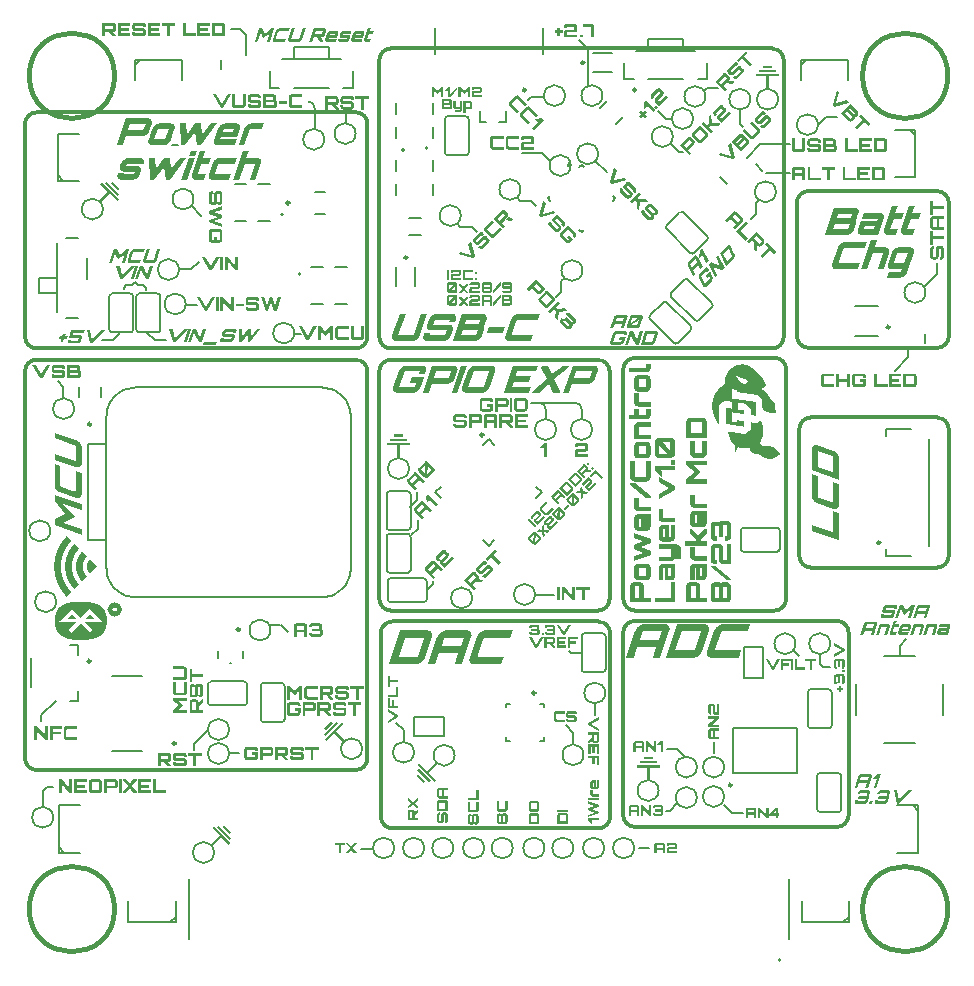
<source format=gbr>
%TF.GenerationSoftware,Altium Limited,Altium Designer,23.8.1 (32)*%
G04 Layer_Color=16777215*
%FSLAX26Y26*%
%MOIN*%
%TF.SameCoordinates,6F0C648D-195D-4212-9443-2B988E946656*%
%TF.FilePolarity,Positive*%
%TF.FileFunction,Legend,Top*%
%TF.Part,Single*%
G01*
G75*
%TA.AperFunction,NonConductor*%
%ADD142C,0.011811*%
%ADD143C,0.008000*%
%ADD144C,0.009842*%
%ADD145C,0.015748*%
%ADD146C,0.007874*%
%ADD147C,0.005000*%
%ADD148C,0.006000*%
%ADD149C,0.006142*%
G36*
X848777Y426815D02*
X849600D01*
Y426697D01*
X851484D01*
X851484Y426580D01*
X851954D01*
Y426462D01*
X853131D01*
X853132Y426344D01*
X853838D01*
Y426226D01*
X854426D01*
Y426109D01*
X855486D01*
Y425991D01*
X855839D01*
X855839Y425873D01*
X856898D01*
Y425756D01*
X857369D01*
Y425638D01*
X858075D01*
Y425520D01*
X858781Y425520D01*
Y425403D01*
X859134D01*
Y425285D01*
X859958D01*
Y425167D01*
X860311D01*
X860311Y425050D01*
X860782Y425050D01*
Y424932D01*
X861253D01*
Y424814D01*
X861606D01*
Y424696D01*
X862195D01*
Y424579D01*
X862430D01*
Y424461D01*
X862901D01*
X862901Y424343D01*
X863136D01*
Y424226D01*
X863489D01*
Y424108D01*
X863842D01*
Y423990D01*
X864078D01*
Y423873D01*
X864549D01*
Y423755D01*
X864666D01*
Y423637D01*
X865019D01*
Y423519D01*
X865255D01*
Y423402D01*
X865490D01*
Y423284D01*
X865843Y423284D01*
Y423166D01*
X866079D01*
X866079Y423049D01*
X866432D01*
Y422931D01*
X866550D01*
Y422813D01*
X866785D01*
X866785Y422695D01*
X867020D01*
Y422578D01*
X867256D01*
Y422460D01*
X867609D01*
Y422342D01*
X867727D01*
Y422225D01*
X867962Y422225D01*
Y422107D01*
X868197D01*
Y421989D01*
X868315D01*
Y421872D01*
X868668D01*
X868668Y421754D01*
X868786D01*
Y421636D01*
X869021D01*
Y421518D01*
X869257Y421518D01*
Y421401D01*
X869374D01*
Y421283D01*
X869610D01*
Y421165D01*
X869845D01*
Y421048D01*
X870081D01*
Y420930D01*
X870198D01*
Y420812D01*
X870434D01*
Y420695D01*
X870551D01*
Y420577D01*
X870787D01*
X870787Y420459D01*
X871022D01*
Y420341D01*
X871140D01*
Y420224D01*
X871375D01*
Y420106D01*
X871493D01*
Y419988D01*
X871729D01*
Y419871D01*
X871846D01*
Y419753D01*
X872082Y419753D01*
Y419635D01*
X872317D01*
Y419517D01*
X872435Y419517D01*
Y419400D01*
X872552D01*
Y419282D01*
X872788Y419282D01*
Y419164D01*
X872905Y419164D01*
Y419047D01*
X873141Y419047D01*
Y418929D01*
X873259D01*
Y418811D01*
X873494D01*
Y418694D01*
X873612Y418694D01*
Y418576D01*
X873847D01*
Y418458D01*
X873965Y418458D01*
Y418341D01*
X874082D01*
Y418223D01*
X874318Y418223D01*
Y418105D01*
X874436D01*
Y417987D01*
X874671D01*
Y417870D01*
X874789D01*
X874789Y417752D01*
X874906D01*
Y417634D01*
X875142D01*
Y417517D01*
X875260D01*
X875260Y417399D01*
X875495D01*
Y417281D01*
X875613D01*
Y417163D01*
X875730D01*
Y417046D01*
X875966D01*
Y416928D01*
X876083D01*
Y416810D01*
X876319D01*
Y416575D01*
X876554D01*
Y416457D01*
X876672D01*
Y416339D01*
X876790D01*
Y416222D01*
X877025D01*
Y416104D01*
X877143D01*
X877143Y415986D01*
X877260D01*
Y415869D01*
X877378D01*
X877378Y415751D01*
X877614D01*
X877614Y415633D01*
X877731D01*
Y415516D01*
X877849D01*
Y415398D01*
X878084D01*
Y415280D01*
X878202D01*
Y415163D01*
X878320D01*
Y415045D01*
X878438D01*
Y414927D01*
X878673Y414927D01*
Y414809D01*
X878791D01*
Y414692D01*
X878908Y414692D01*
Y414574D01*
X879144Y414574D01*
Y414456D01*
X879261D01*
Y414339D01*
X879379D01*
X879379Y414221D01*
X879497D01*
X879497Y414103D01*
X879615D01*
X879615Y413986D01*
X879850D01*
Y413868D01*
X879968D01*
Y413750D01*
X880085D01*
Y413632D01*
X880203D01*
Y413515D01*
X880321D01*
Y413397D01*
X880556D01*
Y413279D01*
X880674D01*
X880674Y413161D01*
X880792D01*
Y413044D01*
X880909D01*
Y412926D01*
X881027D01*
Y412808D01*
X881145D01*
Y412691D01*
X881262D01*
Y412573D01*
X881498Y412573D01*
Y412455D01*
X881615D01*
Y412338D01*
X881733Y412337D01*
Y412220D01*
X881851D01*
X881851Y412102D01*
X882086D01*
X882086Y411985D01*
X882204D01*
Y411867D01*
X882322D01*
X882322Y411749D01*
X882439D01*
Y411631D01*
X882557D01*
X882557Y411514D01*
X882675D01*
Y411396D01*
X882910D01*
Y411161D01*
X883146D01*
Y411043D01*
X883263D01*
Y410925D01*
X883381D01*
Y410808D01*
X883499D01*
Y410690D01*
X883616D01*
Y410572D01*
X883734D01*
Y410454D01*
X883970Y410454D01*
Y410337D01*
X884087Y410337D01*
Y410219D01*
X884205D01*
Y410101D01*
X884323D01*
Y409984D01*
X884440D01*
Y409866D01*
X884558D01*
Y409748D01*
X884793Y409748D01*
Y409630D01*
X884911D01*
Y409513D01*
X885029D01*
X885029Y409395D01*
X885146D01*
Y409277D01*
X885264D01*
X885264Y409160D01*
X885382D01*
Y409042D01*
X885500D01*
X885500Y408924D01*
X885617D01*
Y408807D01*
X885735D01*
Y408689D01*
X885971D01*
Y408571D01*
X886088D01*
Y408453D01*
X886206D01*
Y408336D01*
X886324D01*
X886324Y408218D01*
X886441D01*
Y408100D01*
X886559Y408100D01*
Y407983D01*
X886677D01*
Y407865D01*
X886794Y407865D01*
Y407747D01*
X887030D01*
Y407512D01*
X887265D01*
Y407394D01*
X887383D01*
Y407276D01*
X887501D01*
Y407159D01*
X887618D01*
Y407041D01*
X887736D01*
Y406923D01*
X887854D01*
Y406806D01*
X887971D01*
Y406688D01*
X888089D01*
Y406570D01*
X888207D01*
Y406452D01*
X888324D01*
Y406335D01*
X888442D01*
Y406217D01*
X888560D01*
Y406099D01*
X888795D01*
Y405864D01*
X889031D01*
Y405746D01*
X889148D01*
Y405629D01*
X889266D01*
Y405511D01*
X889384D01*
Y405393D01*
X889501D01*
Y405276D01*
X889619D01*
Y405158D01*
X889737D01*
Y405040D01*
X889855D01*
Y404922D01*
X889972D01*
Y404805D01*
X890090D01*
Y404687D01*
X890208D01*
X890208Y404569D01*
X890325D01*
Y404452D01*
X890443D01*
X890443Y404334D01*
X890679D01*
Y404216D01*
X890796Y404216D01*
Y404099D01*
X890914D01*
Y403981D01*
X891032Y403981D01*
Y403863D01*
X891149D01*
Y403745D01*
X891267D01*
Y403627D01*
X891385Y403628D01*
Y403510D01*
X891503Y403510D01*
Y403392D01*
X891620D01*
Y403274D01*
X891738Y403275D01*
Y403157D01*
X891856D01*
Y403039D01*
X891973D01*
X891973Y402921D01*
X892091D01*
Y402804D01*
X892209D01*
X892209Y402686D01*
X892326D01*
Y402568D01*
X892444D01*
X892444Y402451D01*
X892562D01*
X892562Y402333D01*
X892680D01*
X892679Y402215D01*
X892797D01*
X892797Y402098D01*
X893033D01*
Y401862D01*
X893268Y401862D01*
Y401627D01*
X893386Y401627D01*
Y401509D01*
X893621D01*
Y401274D01*
X893856D01*
Y401156D01*
X893974D01*
X893974Y401038D01*
X894092D01*
Y400921D01*
X894210D01*
X894210Y400803D01*
X894327D01*
Y400685D01*
X894445D01*
X894445Y400567D01*
X894563D01*
Y400450D01*
X894680D01*
X894681Y400332D01*
X894798D01*
Y400214D01*
X894916D01*
Y400097D01*
X895034D01*
Y399979D01*
X895151D01*
Y399861D01*
X895269D01*
Y399744D01*
X895387D01*
Y399626D01*
X895504Y399626D01*
Y399508D01*
X895622Y399508D01*
Y399390D01*
X895740D01*
Y399273D01*
X895857Y399273D01*
Y399155D01*
X895975D01*
Y399037D01*
X896093Y399037D01*
Y398920D01*
X896211D01*
Y398802D01*
X896328D01*
X896328Y398684D01*
X896446D01*
Y398566D01*
X896564D01*
X896564Y398449D01*
X896681D01*
Y398331D01*
X896799D01*
X896799Y398213D01*
X896917D01*
Y398096D01*
X897034D01*
X897035Y397978D01*
X897152D01*
Y397860D01*
X897270D01*
Y397743D01*
X897388D01*
Y397625D01*
X897505D01*
Y397507D01*
X897623D01*
Y397389D01*
X897741Y397389D01*
Y397272D01*
X897858D01*
Y397154D01*
X897976Y397154D01*
Y397036D01*
X898094D01*
Y396919D01*
X898212Y396919D01*
Y396801D01*
X898329D01*
X898329Y396683D01*
X898447D01*
Y396565D01*
X898565D01*
X898565Y396448D01*
X898682D01*
Y396330D01*
X898800D01*
X898800Y396212D01*
X898918D01*
Y396095D01*
X899035D01*
X899035Y395977D01*
X899153D01*
Y395859D01*
X899271D01*
Y395742D01*
X899389D01*
Y395624D01*
X899506D01*
Y395506D01*
X899624D01*
Y395389D01*
X899742Y395389D01*
Y395271D01*
X899859D01*
Y395153D01*
X899977Y395153D01*
Y395035D01*
X900095D01*
Y394918D01*
X900212D01*
Y394800D01*
X900330D01*
Y394682D01*
X900448Y394682D01*
Y394565D01*
X900566D01*
Y394447D01*
X900683D01*
X900683Y394329D01*
X900801D01*
Y394212D01*
X900919D01*
Y394094D01*
X901036D01*
Y393976D01*
X901154D01*
X901154Y393858D01*
X901272D01*
Y393741D01*
X901389D01*
X901390Y393623D01*
X901507D01*
Y393505D01*
X901625D01*
Y393387D01*
X901743D01*
Y393270D01*
X901860D01*
Y393152D01*
X901978D01*
Y393034D01*
X902096Y393034D01*
Y392799D01*
X902331D01*
Y392564D01*
X902567D01*
Y392446D01*
X902684D01*
Y392211D01*
X902920D01*
Y391975D01*
X903037D01*
Y391857D01*
X903155D01*
X903155Y391740D01*
X903273D01*
X903273Y391622D01*
X903390D01*
X903390Y391504D01*
X903508D01*
X903508Y391387D01*
X903626D01*
Y391269D01*
X903744D01*
Y391151D01*
X903861Y391151D01*
Y391034D01*
X903979Y391034D01*
Y390916D01*
X904097Y390916D01*
Y390798D01*
X904214Y390798D01*
Y390680D01*
X904332D01*
Y390563D01*
X904450Y390563D01*
Y390445D01*
X904567D01*
Y390327D01*
X904685D01*
X904685Y390210D01*
X904803D01*
Y390092D01*
X904921D01*
X904920Y389974D01*
X905038D01*
Y389856D01*
X905156D01*
Y389739D01*
X905274D01*
Y389621D01*
X905391D01*
Y389503D01*
X905509D01*
Y389386D01*
X905627D01*
Y389268D01*
X905745D01*
X905745Y389150D01*
X905862D01*
X905862Y389033D01*
X905980D01*
Y388915D01*
X906098D01*
Y388797D01*
X906215Y388797D01*
Y388562D01*
X906333Y388562D01*
Y388444D01*
X906451D01*
Y388326D01*
X906568D01*
Y388209D01*
X906686D01*
Y388091D01*
X906804D01*
Y387973D01*
X906922D01*
Y387856D01*
X907039D01*
Y387738D01*
X907157D01*
Y387620D01*
X907275D01*
Y387502D01*
X907392D01*
Y387385D01*
X907510D01*
Y387267D01*
X907628D01*
X907628Y387149D01*
X907745D01*
Y387032D01*
X907863D01*
X907863Y386914D01*
X907981D01*
Y386796D01*
X908098Y386796D01*
Y386561D01*
X908334Y386561D01*
Y386325D01*
X908452D01*
Y386208D01*
X908569D01*
Y386090D01*
X908687D01*
Y385972D01*
X908805D01*
Y385855D01*
X908922D01*
Y385737D01*
X909040D01*
Y385619D01*
X909158D01*
Y385502D01*
X909275D01*
Y385384D01*
X909393D01*
Y385266D01*
X909511D01*
Y385148D01*
X909629D01*
Y385031D01*
X909746D01*
Y384913D01*
X909864D01*
X909864Y384795D01*
X909982D01*
Y384678D01*
X910100Y384678D01*
Y384560D01*
X910217D01*
Y384442D01*
X910335D01*
Y384324D01*
X910453D01*
Y384207D01*
X910570D01*
Y383971D01*
X910806D01*
Y383736D01*
X910923D01*
Y383618D01*
X911041Y383618D01*
Y383500D01*
X911159D01*
X911159Y383383D01*
X911277D01*
Y383265D01*
X911394D01*
X911394Y383147D01*
X911512D01*
Y383030D01*
X911630D01*
X911630Y382912D01*
X911747D01*
Y382794D01*
X911865D01*
X911865Y382677D01*
X911983D01*
X911983Y382441D01*
X912101D01*
X912100Y382324D01*
X912218Y382324D01*
Y382206D01*
X912336Y382206D01*
Y382088D01*
X912453Y382088D01*
Y381970D01*
X912571D01*
Y381853D01*
X912689Y381853D01*
Y381735D01*
X912807D01*
Y381617D01*
X912924Y381617D01*
Y381500D01*
X913042D01*
Y381382D01*
X913160D01*
X913160Y381264D01*
X913277D01*
Y381147D01*
X913395D01*
X913395Y381029D01*
X913513D01*
Y380911D01*
X913631D01*
X913630Y380676D01*
X913748D01*
Y380558D01*
X913866D01*
Y380440D01*
X913984D01*
X913984Y380323D01*
X914101D01*
Y380205D01*
X914219Y380205D01*
Y380087D01*
X914337D01*
Y379969D01*
X914454D01*
Y379852D01*
X914572D01*
Y379734D01*
X914690D01*
Y379616D01*
X914808D01*
Y379499D01*
X914925D01*
Y379263D01*
X915043D01*
Y379146D01*
X915161D01*
Y379028D01*
X915278D01*
Y378910D01*
X915396D01*
Y378675D01*
X915514D01*
Y378557D01*
X915631Y378557D01*
Y378204D01*
X915749D01*
Y378086D01*
X915867D01*
Y377851D01*
X915985D01*
Y377498D01*
X916102D01*
Y377380D01*
X916220D01*
Y376791D01*
X916338D01*
X916338Y376203D01*
X916455D01*
Y374555D01*
X916573D01*
Y373967D01*
X916691D01*
Y373496D01*
X916808Y373496D01*
Y372790D01*
X916926D01*
Y372437D01*
X917044D01*
X917044Y371848D01*
X917162D01*
Y371613D01*
X917279D01*
Y371142D01*
X917397D01*
Y370789D01*
X917515D01*
X917515Y370671D01*
X917632D01*
Y370200D01*
X917750D01*
Y370082D01*
X917868D01*
Y369729D01*
X917986D01*
X917986Y369612D01*
X918103D01*
Y369376D01*
X918221D01*
X918221Y369141D01*
X918339Y369141D01*
Y369023D01*
X918456D01*
X918456Y368788D01*
X918574D01*
Y368670D01*
X918692D01*
Y368435D01*
X918809D01*
Y368199D01*
X918927D01*
Y368082D01*
X919045D01*
X919045Y367846D01*
X919163D01*
Y367728D01*
X919280D01*
Y367493D01*
X919398D01*
Y367258D01*
X919516D01*
Y367140D01*
X919633Y367140D01*
Y366904D01*
X919751D01*
Y366787D01*
X919869D01*
Y366434D01*
X919986D01*
Y366316D01*
X920104D01*
X920104Y366081D01*
X920222D01*
Y365845D01*
X920340D01*
Y365728D01*
X920457D01*
Y365492D01*
X920575D01*
X920575Y365374D01*
X920693D01*
X920693Y365021D01*
X920811D01*
X920810Y364904D01*
X920928Y364904D01*
Y364668D01*
X921046D01*
Y364433D01*
X921163D01*
Y364315D01*
X921281D01*
Y364080D01*
X921399D01*
Y363844D01*
X921517D01*
Y363609D01*
X921634D01*
Y363373D01*
X921752D01*
Y363256D01*
X921870D01*
Y363020D01*
X921987Y363020D01*
Y362903D01*
X922105Y362903D01*
Y362550D01*
X922223D01*
Y362432D01*
X922341D01*
X922341Y362196D01*
X922458D01*
Y361961D01*
X922576D01*
X922576Y361843D01*
X922694D01*
Y361490D01*
X922811D01*
Y361373D01*
X922929D01*
Y361137D01*
X923047D01*
Y360902D01*
X923164Y360902D01*
Y360784D01*
X923282Y360784D01*
Y360431D01*
X923400Y360431D01*
Y360313D01*
X923518D01*
Y360078D01*
X923635D01*
Y359842D01*
X923753Y359842D01*
Y359725D01*
X923871D01*
Y359372D01*
X923988D01*
Y359254D01*
X924106D01*
Y359018D01*
X924224D01*
Y358783D01*
X924341D01*
Y358665D01*
X924459Y358665D01*
Y358312D01*
X924577Y358312D01*
Y357488D01*
X924459D01*
Y357017D01*
X924341D01*
Y356782D01*
X924224D01*
Y356664D01*
X924106D01*
Y356311D01*
X923988Y356311D01*
Y356194D01*
X923871D01*
Y356076D01*
X923753Y356076D01*
Y355958D01*
X923635D01*
Y355841D01*
X923518Y355841D01*
Y355723D01*
X923400D01*
Y355605D01*
X923282D01*
Y355487D01*
X923164D01*
Y355370D01*
X923047D01*
Y355252D01*
X922929D01*
Y355134D01*
X922811D01*
Y355017D01*
X922694D01*
Y354899D01*
X922576D01*
Y354781D01*
X922458D01*
Y354663D01*
X922341D01*
Y354546D01*
X922105Y354546D01*
Y354310D01*
X921870Y354310D01*
Y354193D01*
X921752D01*
Y354075D01*
X921634Y354075D01*
Y353957D01*
X921517D01*
Y353839D01*
X921399D01*
Y353722D01*
X921281D01*
Y353604D01*
X921163D01*
Y353486D01*
X921046D01*
Y353369D01*
X920810D01*
X920811Y353251D01*
X920693D01*
X920693Y353133D01*
X920575D01*
X920575Y353016D01*
X920457D01*
Y352898D01*
X920340D01*
X920340Y352780D01*
X920222D01*
Y352663D01*
X919986D01*
Y352545D01*
X919869D01*
Y352427D01*
X919751D01*
Y352309D01*
X919633D01*
Y352192D01*
X919516Y352192D01*
Y352074D01*
X919398D01*
Y351956D01*
X919280D01*
Y351839D01*
X919045D01*
Y351721D01*
X918927Y351721D01*
Y351603D01*
X918809D01*
X918809Y351486D01*
X918574D01*
Y351368D01*
X918456D01*
Y351250D01*
X918339D01*
Y351132D01*
X918103D01*
Y351015D01*
X917986D01*
X917986Y350897D01*
X917868D01*
Y350779D01*
X917750D01*
X917750Y350661D01*
X917515D01*
Y350544D01*
X917397D01*
Y350426D01*
X917162D01*
Y350308D01*
X917044D01*
Y350191D01*
X916926D01*
Y350073D01*
X916691D01*
Y349955D01*
X916573Y349955D01*
Y349838D01*
X916338Y349838D01*
Y349720D01*
X916102Y349720D01*
Y349602D01*
X915985D01*
Y349485D01*
X915749D01*
Y349367D01*
X915631D01*
Y349249D01*
X915278D01*
Y349132D01*
X915161Y349131D01*
Y349014D01*
X914925D01*
Y348896D01*
X914572D01*
X914572Y348778D01*
X914454D01*
Y348661D01*
X913984D01*
Y348543D01*
X913748D01*
Y348425D01*
X913395D01*
Y348308D01*
X913160D01*
Y348190D01*
X913042D01*
Y348072D01*
X912807D01*
Y347954D01*
X912689Y347954D01*
Y347837D01*
X912453Y347837D01*
Y347719D01*
X912336Y347719D01*
Y347601D01*
X912218Y347601D01*
Y347484D01*
X912100D01*
X912101Y347366D01*
X911983D01*
X911983Y347248D01*
X911865D01*
X911865Y347130D01*
X911747D01*
Y346895D01*
X911630D01*
X911630Y346660D01*
X911512D01*
Y346542D01*
X911394D01*
Y345836D01*
X911277D01*
Y345483D01*
X911394D01*
X911394Y344776D01*
X911512D01*
Y344659D01*
X911630D01*
Y344423D01*
X911747D01*
Y344306D01*
X911865D01*
X911865Y344070D01*
X911983D01*
X911983Y343952D01*
X912100D01*
Y343835D01*
X912218D01*
X912218Y343717D01*
X912336D01*
Y343599D01*
X912571D01*
Y343482D01*
X912689Y343482D01*
Y343364D01*
X912807Y343364D01*
Y343246D01*
X912924Y343246D01*
Y343129D01*
X913160D01*
Y343011D01*
X913277Y343011D01*
Y342893D01*
X913395D01*
X913395Y342776D01*
X913630D01*
Y342658D01*
X913748D01*
Y342540D01*
X913984D01*
X913984Y342422D01*
X914101D01*
Y342305D01*
X914219D01*
X914219Y342187D01*
X914454D01*
X914454Y342069D01*
X914572D01*
X914572Y341952D01*
X914690D01*
Y341834D01*
X914808Y341834D01*
Y341716D01*
X915043D01*
Y341598D01*
X915161Y341599D01*
Y341481D01*
X915396D01*
Y341363D01*
X915514D01*
Y341245D01*
X915631Y341245D01*
Y341128D01*
X915867D01*
Y341010D01*
X915985Y341010D01*
Y340892D01*
X916102D01*
Y340774D01*
X916220D01*
Y340657D01*
X916338D01*
X916338Y340539D01*
X916573D01*
X916573Y340421D01*
X916691D01*
Y340304D01*
X916808D01*
X916808Y340186D01*
X917044D01*
Y340068D01*
X917162D01*
Y339951D01*
X917279D01*
Y339833D01*
X917397D01*
Y339715D01*
X917632D01*
Y339598D01*
X917750D01*
Y339480D01*
X917868D01*
Y339362D01*
X917986D01*
Y339244D01*
X918221D01*
X918221Y339127D01*
X918339Y339127D01*
Y339009D01*
X918456Y339009D01*
X918456Y338891D01*
X918574Y338891D01*
Y338774D01*
X918692D01*
Y338656D01*
X918927D01*
Y338538D01*
X919045D01*
Y338421D01*
X919163Y338421D01*
Y338303D01*
X919280D01*
Y338185D01*
X919398Y338185D01*
X919398Y338067D01*
X919633D01*
Y337950D01*
X919751Y337950D01*
Y337832D01*
X919869D01*
Y337714D01*
X919986Y337714D01*
Y337597D01*
X920104D01*
Y337479D01*
X920340Y337479D01*
Y337361D01*
X920457D01*
Y337243D01*
X920575D01*
Y337126D01*
X920693Y337126D01*
Y337008D01*
X920810D01*
X920811Y336890D01*
X921046D01*
Y336773D01*
X921163D01*
Y336655D01*
X921281D01*
Y336537D01*
X921399D01*
Y336420D01*
X921517D01*
Y336302D01*
X921752D01*
Y336184D01*
X921870D01*
Y336067D01*
X921987Y336066D01*
Y335949D01*
X922105D01*
X922105Y335831D01*
X922223D01*
Y335713D01*
X922341D01*
X922341Y335596D01*
X922458D01*
Y335478D01*
X922694D01*
Y335360D01*
X922811D01*
Y335243D01*
X922929D01*
Y335125D01*
X923047D01*
Y335007D01*
X923164D01*
Y334889D01*
X923282D01*
Y334772D01*
X923400D01*
Y334654D01*
X923635Y334654D01*
Y334536D01*
X923753D01*
Y334419D01*
X923871D01*
Y334301D01*
X923988D01*
Y334183D01*
X924106D01*
Y334065D01*
X924224D01*
Y333948D01*
X924341D01*
Y333830D01*
X924459D01*
Y333712D01*
X924577D01*
Y333595D01*
X924695D01*
Y333477D01*
X924812D01*
Y333359D01*
X924930D01*
Y333242D01*
X925048D01*
Y333124D01*
X925165D01*
Y333006D01*
X925283D01*
Y332889D01*
X925401D01*
Y332771D01*
X925519D01*
Y332653D01*
X925636D01*
Y332535D01*
X925754D01*
Y332300D01*
X925872Y332300D01*
Y332182D01*
X925989D01*
Y332065D01*
X926107Y332065D01*
Y331947D01*
X926225D01*
X926225Y331829D01*
X926342D01*
Y331712D01*
X926460D01*
Y331594D01*
X926578D01*
Y331476D01*
X926696D01*
X926696Y331241D01*
X926813D01*
Y331123D01*
X926931D01*
X926931Y331005D01*
X927049D01*
Y330887D01*
X927166D01*
X927166Y330770D01*
X927284D01*
Y330534D01*
X927402Y330534D01*
Y330417D01*
X927519Y330417D01*
Y330299D01*
X927637Y330299D01*
Y330181D01*
X927755Y330181D01*
Y330064D01*
X927872D01*
Y329828D01*
X927990D01*
Y329711D01*
X928108D01*
Y329593D01*
X928226D01*
Y329475D01*
X928343D01*
Y329240D01*
X928579D01*
Y329004D01*
X928696D01*
Y328887D01*
X928814D01*
Y328769D01*
X928932D01*
X928932Y328534D01*
X929050Y328533D01*
Y328416D01*
X929167D01*
Y328298D01*
X929285Y328298D01*
Y328180D01*
X929403D01*
X929403Y327945D01*
X929520D01*
Y327827D01*
X929638D01*
Y327710D01*
X929756D01*
Y327592D01*
X929874D01*
Y327474D01*
X929991D01*
Y327239D01*
X930109D01*
Y327121D01*
X930227D01*
Y327003D01*
X930344D01*
Y326768D01*
X930462D01*
Y326650D01*
X930580D01*
Y326533D01*
X930697D01*
Y326297D01*
X930815D01*
Y326179D01*
X930933Y326179D01*
Y326062D01*
X931051Y326062D01*
Y325944D01*
X931168Y325944D01*
Y325709D01*
X931286D01*
Y325591D01*
X931404D01*
X931404Y325473D01*
X931521D01*
Y325238D01*
X931639D01*
Y325120D01*
X931757D01*
Y325002D01*
X931874D01*
Y324885D01*
X931992D01*
Y324649D01*
X932110D01*
Y324532D01*
X932227D01*
Y324414D01*
X932345D01*
Y324178D01*
X932463Y324178D01*
Y324061D01*
X932581Y324061D01*
Y323825D01*
X932698D01*
Y323708D01*
X932816D01*
Y323590D01*
X932934D01*
Y323355D01*
X933051D01*
Y323237D01*
X933169D01*
Y323119D01*
X933287D01*
Y323002D01*
X933404D01*
Y322766D01*
X933522D01*
X933522Y322648D01*
X933640D01*
Y322531D01*
X933758D01*
Y322295D01*
X933875D01*
Y322178D01*
X933993Y322178D01*
Y321942D01*
X934111D01*
Y321824D01*
X934229Y321824D01*
Y321589D01*
X934346D01*
Y321471D01*
X934464D01*
Y321236D01*
X934582Y321236D01*
Y321000D01*
X934699Y321001D01*
Y320883D01*
X934817D01*
Y320530D01*
X934935D01*
Y320294D01*
X935052Y320294D01*
Y320177D01*
X935170D01*
Y319824D01*
X935288D01*
Y319706D01*
X935405D01*
Y319353D01*
X935523D01*
Y319117D01*
X935641D01*
Y318882D01*
X935759D01*
Y318647D01*
X935876D01*
Y318411D01*
X935994D01*
Y318058D01*
X936112D01*
Y317940D01*
X936229D01*
Y317587D01*
X936347Y317587D01*
Y317352D01*
X936465D01*
Y317234D01*
X936582D01*
Y316881D01*
X936700D01*
Y316646D01*
X936818Y316646D01*
Y316292D01*
X936936D01*
Y316175D01*
X937053D01*
Y315939D01*
X937171D01*
Y315704D01*
X937289Y315704D01*
Y315469D01*
X937406Y315468D01*
Y315233D01*
X937524D01*
Y315115D01*
X937642D01*
X937642Y314880D01*
X937760D01*
Y314762D01*
X937877D01*
Y314527D01*
X937995D01*
X937995Y314409D01*
X938113D01*
Y314291D01*
X938230D01*
Y314056D01*
X938348D01*
Y313938D01*
X938466Y313938D01*
Y313703D01*
X938583D01*
Y313585D01*
X938701D01*
Y313468D01*
X938819D01*
Y313232D01*
X938937Y313232D01*
Y313115D01*
X939054Y313115D01*
Y312879D01*
X939172D01*
Y312761D01*
X939290D01*
Y312644D01*
X939407D01*
Y312408D01*
X939525D01*
Y312291D01*
X939643D01*
Y312055D01*
X939760D01*
Y311937D01*
X939878D01*
Y311820D01*
X939996D01*
Y311702D01*
X940114D01*
Y311584D01*
X940231D01*
X940231Y311349D01*
X940349D01*
Y311231D01*
X940467D01*
Y310996D01*
X940584Y310996D01*
Y310878D01*
X940702Y310878D01*
Y310760D01*
X940820Y310760D01*
Y310525D01*
X940938D01*
Y310407D01*
X941055D01*
Y310290D01*
X941173D01*
Y310054D01*
X941291D01*
Y309937D01*
X941408D01*
Y309819D01*
X941526D01*
Y309701D01*
X941644D01*
Y309466D01*
X941761D01*
X941761Y309348D01*
X941879D01*
Y309230D01*
X941997D01*
Y308995D01*
X942115Y308995D01*
Y308877D01*
X942232Y308877D01*
X942232Y308760D01*
X942350Y308760D01*
Y308642D01*
X942468D01*
Y308406D01*
X942585D01*
Y308289D01*
X942703D01*
Y308171D01*
X942821D01*
Y308053D01*
X942938D01*
Y307936D01*
X943056D01*
Y307700D01*
X943174D01*
Y307582D01*
X943292D01*
Y307465D01*
X943409D01*
Y307347D01*
X943527D01*
Y307229D01*
X943645D01*
Y307112D01*
X943762D01*
Y306994D01*
X943880D01*
Y306758D01*
X943998Y306759D01*
Y306641D01*
X944115Y306641D01*
Y306523D01*
X944233Y306523D01*
Y306405D01*
X944351D01*
X944351Y306288D01*
X944469D01*
X944468Y306170D01*
X944586D01*
X944586Y306052D01*
X944822D01*
Y305935D01*
X944939D01*
Y305817D01*
X945057D01*
Y305699D01*
X945175D01*
Y305582D01*
X945293D01*
Y305464D01*
X945528D01*
Y305346D01*
X945646D01*
Y305228D01*
X945763D01*
Y305111D01*
X945881D01*
Y304993D01*
X945999D01*
Y304875D01*
X946116D01*
Y304758D01*
X946352D01*
X946352Y304640D01*
X946470Y304640D01*
Y304522D01*
X946587Y304522D01*
X946587Y304404D01*
X946705Y304405D01*
Y304287D01*
X946823D01*
Y304169D01*
X946940Y304169D01*
Y304051D01*
X947176D01*
Y303934D01*
X947293Y303934D01*
Y303816D01*
X947411D01*
Y303698D01*
X947529Y303698D01*
Y303581D01*
X947646D01*
X947647Y303463D01*
X947764D01*
Y303345D01*
X947882D01*
X947882Y303228D01*
X948000D01*
Y303110D01*
X948117D01*
X948117Y302992D01*
X948235Y302992D01*
Y302874D01*
X948353D01*
Y302757D01*
X948471Y302757D01*
X948471Y302639D01*
X948588D01*
Y302521D01*
X948706D01*
X948706Y302404D01*
X948824D01*
Y302286D01*
X948941Y302286D01*
Y302168D01*
X949059D01*
Y302050D01*
X949177Y302050D01*
Y301933D01*
X949294D01*
Y301815D01*
X949412Y301815D01*
Y301697D01*
X949530D01*
Y301580D01*
X949648Y301580D01*
Y301462D01*
X949765D01*
Y301344D01*
X949883Y301344D01*
Y301226D01*
X950001D01*
X950001Y301109D01*
X950118D01*
Y300991D01*
X950236D01*
X950236Y300873D01*
X950354D01*
Y300638D01*
X950471D01*
X950471Y300520D01*
X950589D01*
Y300403D01*
X950707D01*
X950707Y300285D01*
X950824Y300285D01*
Y300167D01*
X950942Y300167D01*
X950942Y299932D01*
X951060D01*
Y299814D01*
X951178D01*
Y299696D01*
X951295D01*
Y299461D01*
X951413D01*
Y299343D01*
X951531D01*
X951531Y299108D01*
X951648D01*
Y298990D01*
X951766D01*
Y298872D01*
X951884Y298873D01*
Y298637D01*
X952001Y298637D01*
Y298519D01*
X952119D01*
Y298284D01*
X952237D01*
Y298166D01*
X952355D01*
Y297931D01*
X952472D01*
Y297695D01*
X952590Y297695D01*
Y297460D01*
X952708D01*
X952708Y297225D01*
X952825D01*
X952825Y297107D01*
X952943D01*
X952943Y296754D01*
X953061D01*
X953061Y296636D01*
X953179D01*
Y296283D01*
X953296D01*
X953296Y296048D01*
X953414D01*
Y295812D01*
X953532Y295812D01*
Y295341D01*
X953649D01*
X953649Y295224D01*
X953767D01*
Y294753D01*
X953885D01*
Y294517D01*
X954003Y294517D01*
Y294164D01*
X954120D01*
Y293811D01*
X954238Y293811D01*
Y293458D01*
X954356D01*
Y292987D01*
X954473D01*
Y292752D01*
X954591D01*
Y292163D01*
X954709D01*
Y291810D01*
X954826D01*
Y291340D01*
X954944Y291339D01*
Y290751D01*
X955062D01*
Y290398D01*
X955179D01*
X955179Y289574D01*
X955297Y289574D01*
Y289103D01*
X955415D01*
X955415Y288279D01*
X955533D01*
Y287338D01*
X955650D01*
Y286043D01*
X955768D01*
Y278981D01*
X955886D01*
Y278510D01*
X956003D01*
Y277568D01*
X956121Y277568D01*
Y277215D01*
X956239D01*
Y276627D01*
X956356D01*
Y275685D01*
X956474D01*
Y275332D01*
X956592D01*
X956592Y274390D01*
X956710Y274390D01*
Y273920D01*
X956827D01*
X956827Y273213D01*
X956945D01*
Y272389D01*
X957063D01*
Y271919D01*
X957180D01*
X957180Y270859D01*
X957298D01*
Y270389D01*
X957416D01*
X957416Y269447D01*
X957534D01*
Y268976D01*
X957651D01*
Y268387D01*
X957769D01*
Y267446D01*
X957887D01*
Y266975D01*
X958004D01*
Y265916D01*
X958122D01*
Y265327D01*
X958240D01*
Y264739D01*
X958004D01*
Y264621D01*
X957534D01*
Y264739D01*
X951531D01*
X951531Y264856D01*
X949530D01*
Y264974D01*
X947882D01*
Y265092D01*
X945763D01*
Y265210D01*
X944822D01*
Y265327D01*
X942703D01*
Y265445D01*
X941997D01*
Y265563D01*
X940820Y265563D01*
Y265680D01*
X939643D01*
Y265798D01*
X939054D01*
Y265916D01*
X937760Y265916D01*
Y266034D01*
X937289D01*
Y266151D01*
X936229D01*
Y266269D01*
X935641D01*
Y266387D01*
X935052D01*
Y266504D01*
X934229D01*
X934228Y266622D01*
X933875D01*
X933875Y266740D01*
X932934D01*
Y266857D01*
X932581D01*
X932581Y266975D01*
X931992D01*
Y267093D01*
X931404D01*
X931404Y267211D01*
X931168D01*
Y267328D01*
X930462D01*
Y267446D01*
X930109D01*
Y267564D01*
X929638D01*
Y267681D01*
X929285D01*
Y267799D01*
X928932Y267799D01*
Y267917D01*
X928343D01*
Y268034D01*
X928108D01*
Y268152D01*
X927637D01*
Y268270D01*
X927402D01*
Y268387D01*
X927049D01*
Y268505D01*
X926696D01*
X926696Y268623D01*
X926578D01*
Y268741D01*
X926107D01*
Y268858D01*
X925872D01*
Y268976D01*
X925519D01*
Y269094D01*
X925283D01*
Y269212D01*
X925048D01*
Y269329D01*
X924695D01*
X924695Y269447D01*
X924577D01*
Y269565D01*
X924224D01*
Y269682D01*
X924106D01*
Y269800D01*
X923753D01*
Y269918D01*
X923518D01*
Y270035D01*
X923400Y270035D01*
Y270153D01*
X923047Y270153D01*
Y270271D01*
X922929D01*
Y270389D01*
X922694D01*
Y270506D01*
X922458D01*
Y270624D01*
X922341D01*
X922341Y270742D01*
X922105D01*
Y270859D01*
X921870D01*
Y270977D01*
X921634Y270977D01*
Y271095D01*
X921517D01*
Y271212D01*
X921399D01*
X921399Y271330D01*
X921163D01*
X921163Y271448D01*
X921046D01*
Y271565D01*
X920810D01*
Y271683D01*
X920693D01*
Y271801D01*
X920457D01*
Y271919D01*
X920340Y271919D01*
Y272036D01*
X920104Y272036D01*
Y272154D01*
X919986Y272154D01*
Y272272D01*
X919869Y272272D01*
Y272389D01*
X919633D01*
Y272507D01*
X919516Y272507D01*
Y272625D01*
X919398D01*
Y272742D01*
X919280D01*
Y272860D01*
X919163D01*
Y272978D01*
X918927D01*
Y273096D01*
X918809D01*
X918809Y273213D01*
X918692D01*
Y273331D01*
X918456D01*
Y273449D01*
X918339D01*
Y273566D01*
X918221D01*
Y273684D01*
X918103D01*
Y273802D01*
X917986D01*
Y273920D01*
X917868D01*
Y274037D01*
X917750Y274037D01*
Y274155D01*
X917632D01*
Y274273D01*
X917515Y274273D01*
Y274390D01*
X917397D01*
Y274508D01*
X917279Y274508D01*
Y274626D01*
X917162D01*
Y274743D01*
X917044D01*
Y274861D01*
X916926D01*
Y274979D01*
X916808D01*
Y275097D01*
X916691D01*
Y275214D01*
X916573D01*
Y275332D01*
X916456D01*
X916455Y275567D01*
X916338D01*
Y275685D01*
X916220D01*
Y275803D01*
X916102D01*
Y275921D01*
X915985D01*
Y276038D01*
X915867D01*
Y276274D01*
X915749D01*
Y276391D01*
X915631Y276391D01*
Y276509D01*
X915514D01*
Y276627D01*
X915396Y276627D01*
Y276744D01*
X915278D01*
Y276980D01*
X915161D01*
Y277098D01*
X915043Y277097D01*
Y277333D01*
X914925D01*
Y277451D01*
X914808D01*
Y277568D01*
X914690D01*
Y277804D01*
X914572D01*
Y277921D01*
X914454D01*
Y278157D01*
X914337D01*
Y278274D01*
X914219Y278275D01*
Y278510D01*
X914101D01*
X914101Y278745D01*
X913984D01*
Y278863D01*
X913866Y278863D01*
Y279099D01*
X913748D01*
Y279216D01*
X913630D01*
Y279569D01*
X913513D01*
Y279687D01*
X913395D01*
X913395Y279922D01*
X913277D01*
Y280158D01*
X913160D01*
Y280393D01*
X913042Y280393D01*
Y280629D01*
X912924Y280629D01*
Y280864D01*
X912807D01*
Y307112D01*
X912689D01*
Y307229D01*
X912571Y307229D01*
Y307347D01*
X912453D01*
X912453Y307465D01*
X912336D01*
Y307582D01*
X912218D01*
Y307700D01*
X912100D01*
Y307818D01*
X911983D01*
Y307936D01*
X911865D01*
Y308053D01*
X911747D01*
Y308171D01*
X911630D01*
Y308289D01*
X911512D01*
Y308406D01*
X911394D01*
Y308524D01*
X911277D01*
Y308642D01*
X911159D01*
Y308760D01*
X911041D01*
Y308877D01*
X910923D01*
Y308995D01*
X910806D01*
Y309113D01*
X910688D01*
Y309230D01*
X910570D01*
Y309348D01*
X910453D01*
Y309466D01*
X910335D01*
Y309583D01*
X910217D01*
Y309701D01*
X910100D01*
Y309819D01*
X909982D01*
Y309937D01*
X909864D01*
Y310054D01*
X909746D01*
Y310172D01*
X909629D01*
Y310407D01*
X909511D01*
X909511Y310525D01*
X909393D01*
Y310643D01*
X909275D01*
Y310760D01*
X909158Y310760D01*
Y310878D01*
X909040Y310878D01*
Y310996D01*
X908922Y310996D01*
Y311113D01*
X908805Y311113D01*
Y311231D01*
X908687D01*
Y311349D01*
X908569Y311349D01*
Y311467D01*
X908452D01*
Y311584D01*
X908334Y311584D01*
Y311702D01*
X908216D01*
Y311820D01*
X908098D01*
X908098Y311937D01*
X907981D01*
Y312055D01*
X907863D01*
X907863Y312173D01*
X907745D01*
X907745Y312291D01*
X907628D01*
Y312408D01*
X907510D01*
Y312526D01*
X907392D01*
Y312644D01*
X907275D01*
Y312761D01*
X907157D01*
Y312879D01*
X907039D01*
Y312997D01*
X906922D01*
Y313115D01*
X906804D01*
Y313350D01*
X906568Y313350D01*
Y313585D01*
X906451D01*
Y313703D01*
X906215D01*
Y313938D01*
X906097D01*
X906098Y314056D01*
X905980D01*
Y314174D01*
X905862D01*
X905862Y314291D01*
X905745D01*
X905745Y314409D01*
X905627D01*
X905627Y314527D01*
X905509D01*
X905509Y314645D01*
X905391D01*
Y314762D01*
X905274D01*
X905274Y314880D01*
X905156D01*
Y314998D01*
X905038D01*
Y315115D01*
X904920D01*
Y315233D01*
X904803D01*
Y315351D01*
X904685Y315351D01*
Y315469D01*
X904567D01*
Y315586D01*
X904450D01*
Y315704D01*
X904332D01*
Y315822D01*
X904214D01*
Y315939D01*
X904097D01*
Y316057D01*
X903979D01*
Y316175D01*
X903861D01*
Y316292D01*
X903744D01*
Y316410D01*
X903626D01*
Y316528D01*
X903508D01*
Y316646D01*
X903390D01*
X903390Y316763D01*
X903273D01*
Y316881D01*
X903155D01*
X903155Y316999D01*
X903037D01*
Y317116D01*
X902920Y317116D01*
Y317352D01*
X902802D01*
Y317469D01*
X902684Y317470D01*
Y317587D01*
X902567D01*
Y317705D01*
X902449Y317705D01*
Y317823D01*
X902331D01*
Y317940D01*
X902213D01*
Y318058D01*
X902096D01*
Y318176D01*
X901978D01*
Y318293D01*
X901860D01*
Y318411D01*
X901743D01*
Y318529D01*
X901625D01*
Y318647D01*
X901507D01*
Y318764D01*
X901390D01*
X901389Y318882D01*
X901272D01*
Y319000D01*
X901154D01*
X901154Y319117D01*
X901036D01*
Y319235D01*
X900919D01*
X900919Y319353D01*
X900801D01*
Y319470D01*
X900683Y319471D01*
Y319588D01*
X900566D01*
Y319706D01*
X900448Y319706D01*
Y319824D01*
X900330D01*
Y319941D01*
X900212D01*
Y320059D01*
X900095D01*
Y320177D01*
X899977D01*
Y320412D01*
X899742D01*
Y320647D01*
X899624D01*
X899624Y320765D01*
X899506D01*
Y320883D01*
X899389D01*
X899388Y321000D01*
X899271D01*
Y321118D01*
X899153D01*
X899153Y321236D01*
X899035D01*
Y321354D01*
X898918D01*
X898918Y321471D01*
X898800D01*
Y321589D01*
X898682Y321589D01*
Y321707D01*
X898565D01*
Y321824D01*
X898447Y321824D01*
Y321942D01*
X898329D01*
Y322060D01*
X898212D01*
Y322178D01*
X898094D01*
Y322295D01*
X897976D01*
Y322413D01*
X897858D01*
Y322531D01*
X897741D01*
Y322648D01*
X897623D01*
Y322766D01*
X897505D01*
Y322884D01*
X897388D01*
Y323002D01*
X897270D01*
Y323119D01*
X897152D01*
Y323237D01*
X897034D01*
Y323355D01*
X896917D01*
Y323472D01*
X896799D01*
Y323590D01*
X896681D01*
Y323708D01*
X896564D01*
Y323825D01*
X896446D01*
Y323943D01*
X896328D01*
Y324061D01*
X896211D01*
Y324178D01*
X896093D01*
Y324414D01*
X895857Y324414D01*
Y324649D01*
X895622Y324649D01*
Y324767D01*
X895269D01*
Y324885D01*
X894445D01*
Y325002D01*
X893503D01*
Y325120D01*
X892915Y325120D01*
Y325238D01*
X891856D01*
Y325356D01*
X891267D01*
Y325473D01*
X890208D01*
X890208Y325591D01*
X889619D01*
Y325709D01*
X889031D01*
Y325826D01*
X887854Y325826D01*
Y325944D01*
X887383D01*
Y326062D01*
X886206Y326062D01*
Y326179D01*
X885617D01*
Y326297D01*
X884793D01*
Y326415D01*
X883970Y326415D01*
X883970Y326533D01*
X883381D01*
Y326650D01*
X882322D01*
X882322Y326768D01*
X881733D01*
Y326886D01*
X880674D01*
Y327003D01*
X879968Y327003D01*
Y327121D01*
X879379D01*
Y327239D01*
X878320D01*
Y327356D01*
X877849D01*
Y327474D01*
X876672D01*
X876672Y327592D01*
X876083D01*
Y327710D01*
X875260D01*
Y327827D01*
X874436D01*
Y327945D01*
X873847Y327945D01*
Y328063D01*
X872670D01*
Y328180D01*
X872199D01*
Y328298D01*
X871140D01*
Y328416D01*
X870434D01*
Y328533D01*
X869845Y328534D01*
Y328651D01*
X868786D01*
X868786Y328769D01*
X868197D01*
Y328887D01*
X867138D01*
Y329004D01*
X866550D01*
Y329122D01*
X865726D01*
Y329240D01*
X864784D01*
Y329357D01*
X864313D01*
Y329475D01*
X863136D01*
X863136Y329593D01*
X862665D01*
Y329711D01*
X861606D01*
Y329828D01*
X860900D01*
Y329946D01*
X860311D01*
X860311Y330064D01*
X859252D01*
Y330181D01*
X858663Y330181D01*
Y330299D01*
X857604D01*
Y330417D01*
X857016D01*
Y330534D01*
X856192Y330534D01*
Y330652D01*
X855250D01*
Y330770D01*
X854779D01*
Y330887D01*
X853602D01*
Y331005D01*
X853131D01*
Y331123D01*
X852072D01*
Y331241D01*
X851366D01*
Y331358D01*
X850777D01*
Y331476D01*
X849600D01*
X849600Y331594D01*
X849130D01*
Y331712D01*
X848070D01*
X848070Y331829D01*
X847482D01*
Y331947D01*
X846658D01*
Y332065D01*
X845716D01*
Y332182D01*
X845128D01*
Y332300D01*
X844068D01*
Y332418D01*
X843480D01*
Y332535D01*
X842538D01*
Y332653D01*
X841832D01*
Y332771D01*
X841244D01*
Y332889D01*
X840067Y332888D01*
Y333006D01*
X839596D01*
Y333124D01*
X838419D01*
Y333242D01*
X837830D01*
Y333359D01*
X837124Y333359D01*
Y333477D01*
X836182D01*
X836182Y333595D01*
X835594D01*
Y333712D01*
X834534D01*
X834534Y333830D01*
X833946D01*
Y333948D01*
X832887D01*
Y334065D01*
X832298D01*
Y334183D01*
X831592D01*
Y334301D01*
X830533D01*
Y334419D01*
X830062D01*
Y334536D01*
X829827D01*
X829826Y334654D01*
X829709D01*
Y341716D01*
X829473D01*
Y341834D01*
X828649D01*
Y341952D01*
X827708D01*
X827708Y342069D01*
X827237D01*
X827237Y342187D01*
X826060D01*
X826060Y342305D01*
X825471D01*
Y342422D01*
X824530D01*
Y342540D01*
X823824Y342540D01*
Y342658D01*
X823235D01*
Y342776D01*
X822058D01*
Y342893D01*
X821587D01*
Y343011D01*
X820410Y343011D01*
Y343129D01*
X819822D01*
Y343246D01*
X819115D01*
Y343364D01*
X818174Y343364D01*
Y343482D01*
X817585Y343482D01*
Y343599D01*
X816526Y343599D01*
Y343717D01*
X815938D01*
Y343835D01*
X814878D01*
X814878Y343952D01*
X814290D01*
X814290Y344070D01*
X813583D01*
Y344188D01*
X812524D01*
X812524Y344306D01*
X812053D01*
Y344423D01*
X811112D01*
Y344541D01*
X810994D01*
X810994Y344423D01*
X810876D01*
Y313468D01*
X811700D01*
Y313350D01*
X812406Y313350D01*
Y313232D01*
X812995Y313232D01*
Y313115D01*
X814054D01*
Y312997D01*
X814643D01*
Y312879D01*
X815702D01*
Y312761D01*
X816291D01*
Y312644D01*
X817115D01*
Y312526D01*
X818056D01*
X818056Y312408D01*
X818527D01*
Y312291D01*
X819704D01*
Y312173D01*
X820175D01*
Y312055D01*
X821234Y312055D01*
Y311937D01*
X821940D01*
Y311820D01*
X822529D01*
Y311702D01*
X823706D01*
Y311584D01*
X824177D01*
Y311467D01*
X825236D01*
Y311349D01*
X825824D01*
X825824Y311231D01*
X826648D01*
Y311113D01*
X827590D01*
Y310996D01*
X828179D01*
Y310878D01*
X829238Y310878D01*
Y310760D01*
X829827D01*
X829826Y310643D01*
X830768D01*
Y310525D01*
X831474D01*
Y310407D01*
X832180D01*
Y310290D01*
X833240D01*
Y310172D01*
X833711D01*
X833711Y310054D01*
X834888D01*
Y309937D01*
X835476D01*
Y309819D01*
X836300D01*
Y309701D01*
X837124D01*
Y309583D01*
X837712D01*
Y309466D01*
X838772D01*
Y309348D01*
X839360Y309348D01*
Y309230D01*
X840420D01*
Y309113D01*
X841008D01*
Y308995D01*
X841714D01*
Y308877D01*
X842774D01*
Y308760D01*
X843245Y308760D01*
Y308642D01*
X844422D01*
Y308524D01*
X845010Y308524D01*
Y308406D01*
X845834D01*
Y308289D01*
X846658D01*
Y308171D01*
X847246D01*
X847246Y308053D01*
X848423D01*
Y307936D01*
X848894D01*
Y307818D01*
X849953D01*
Y307700D01*
X850660D01*
Y307582D01*
X851248D01*
Y307465D01*
X852308D01*
Y307347D01*
X852778D01*
Y307229D01*
X853955D01*
Y307112D01*
X854544D01*
Y306994D01*
X855368D01*
X855368Y306876D01*
X856192D01*
Y306759D01*
X856780D01*
Y306641D01*
X857957D01*
Y306523D01*
X858428D01*
Y306405D01*
X859487D01*
Y306288D01*
X860194D01*
Y306170D01*
X860782Y306170D01*
Y306052D01*
X861841D01*
Y305935D01*
X862430D01*
X862430Y305817D01*
X863489D01*
Y305699D01*
X864078D01*
X864078Y305582D01*
X864902D01*
Y305464D01*
X865843D01*
Y305346D01*
X866314D01*
X866314Y305228D01*
X867491D01*
Y305111D01*
X867962D01*
Y304993D01*
X869021Y304993D01*
Y304875D01*
X869727D01*
Y304758D01*
X870316D01*
Y304640D01*
X871493D01*
Y304522D01*
X871964D01*
Y304404D01*
X873023D01*
Y304287D01*
X873612D01*
Y304169D01*
X874436D01*
Y304051D01*
X875377D01*
X875377Y303934D01*
X875848Y303934D01*
Y303816D01*
X877025D01*
Y303698D01*
X877496D01*
X877496Y303581D01*
X878555D01*
Y303463D01*
X879261D01*
Y303345D01*
X879850D01*
Y303228D01*
X881027D01*
Y303110D01*
X881498D01*
X881498Y302992D01*
X882557D01*
Y302874D01*
X883146D01*
Y302757D01*
X883970D01*
Y302639D01*
X884911D01*
Y302521D01*
X885382D01*
Y302404D01*
X886559D01*
Y302286D01*
X887148Y302286D01*
Y302168D01*
X888089D01*
Y302050D01*
X888795D01*
Y301933D01*
X889384D01*
Y301815D01*
X890090Y301815D01*
X890090Y301580D01*
X890208D01*
Y255911D01*
X890090D01*
X890090Y255793D01*
X889972D01*
Y255676D01*
X889501D01*
Y255793D01*
X888560D01*
Y255911D01*
X888089D01*
Y256029D01*
X886912D01*
Y256147D01*
X886324D01*
X886324Y256264D01*
X885382D01*
Y256382D01*
X884676D01*
Y256500D01*
X883970D01*
X883970Y256617D01*
X882910D01*
Y256735D01*
X882439D01*
Y256853D01*
X881262D01*
Y256970D01*
X880674D01*
Y257088D01*
X879968Y257088D01*
Y257206D01*
X879026Y257206D01*
Y257324D01*
X878438D01*
Y257441D01*
X877378Y257441D01*
Y257559D01*
X876790D01*
Y257677D01*
X875730D01*
Y257794D01*
X875024D01*
Y257912D01*
X874436D01*
Y258030D01*
X873494D01*
Y258147D01*
X873259D01*
X873259Y277451D01*
X873141D01*
Y277686D01*
X873023D01*
Y277804D01*
X872905D01*
Y277921D01*
X872788D01*
Y278039D01*
X872670D01*
Y278157D01*
X872552D01*
Y278274D01*
X872435D01*
Y278392D01*
X872317D01*
Y278510D01*
X872199D01*
Y278628D01*
X872082D01*
Y278745D01*
X871964D01*
Y278863D01*
X871846Y278863D01*
Y278981D01*
X871729D01*
Y279099D01*
X871611D01*
Y279216D01*
X871493D01*
Y279334D01*
X871375D01*
Y279452D01*
X871258D01*
X871258Y279687D01*
X871140D01*
Y279805D01*
X871022D01*
X871022Y279922D01*
X870904D01*
Y280040D01*
X870787D01*
X870787Y280158D01*
X870669D01*
Y280276D01*
X870551D01*
Y280393D01*
X870434D01*
Y280511D01*
X870316D01*
Y280629D01*
X870198D01*
Y280746D01*
X870081Y280746D01*
Y280864D01*
X869963D01*
Y280982D01*
X869845Y280982D01*
Y281099D01*
X869727D01*
Y281217D01*
X869610Y281217D01*
Y281335D01*
X869492D01*
Y281452D01*
X869374Y281452D01*
Y281570D01*
X869257D01*
X869257Y281688D01*
X869139D01*
Y281806D01*
X869021D01*
Y282041D01*
X868904D01*
X868904Y282159D01*
X868786D01*
X868786Y282276D01*
X868668D01*
X868668Y282394D01*
X868551D01*
Y282512D01*
X868433D01*
Y282630D01*
X868315Y282630D01*
Y282747D01*
X868197Y282747D01*
Y282865D01*
X868080Y282865D01*
Y282983D01*
X867962Y282983D01*
Y283100D01*
X867844D01*
Y283218D01*
X867727Y283218D01*
Y283336D01*
X867609D01*
Y283453D01*
X867491Y283453D01*
Y283571D01*
X867374Y283571D01*
Y283689D01*
X867256D01*
Y283924D01*
X867138D01*
Y284042D01*
X867020D01*
X867020Y284160D01*
X866903D01*
X866903Y284277D01*
X866785D01*
X866785Y284395D01*
X866667D01*
X866667Y284513D01*
X866550D01*
Y284630D01*
X866432D01*
Y284748D01*
X866314D01*
X866314Y284866D01*
X866196D01*
Y284984D01*
X866079Y284984D01*
Y285101D01*
X865961D01*
Y285219D01*
X865843Y285219D01*
Y285337D01*
X865726D01*
Y285454D01*
X865608D01*
Y285572D01*
X865490D01*
Y285690D01*
X865372D01*
Y285808D01*
X865255D01*
Y285925D01*
X865137D01*
Y286043D01*
X865019D01*
Y286278D01*
X864784D01*
Y286514D01*
X864666D01*
Y286631D01*
X864549D01*
Y286749D01*
X864431D01*
Y286867D01*
X864313D01*
Y286985D01*
X864196D01*
Y287102D01*
X864078D01*
Y287220D01*
X863960D01*
Y287338D01*
X863842D01*
Y287455D01*
X863725D01*
Y287573D01*
X863607D01*
Y287691D01*
X863489D01*
Y287808D01*
X863372D01*
Y287926D01*
X863254D01*
Y288044D01*
X863136D01*
Y288161D01*
X863019D01*
Y288397D01*
X862901D01*
Y288515D01*
X862783D01*
Y288632D01*
X862665D01*
Y288750D01*
X862548D01*
Y288868D01*
X862430D01*
Y288986D01*
X862312D01*
Y289103D01*
X862195D01*
Y289221D01*
X862077D01*
Y289339D01*
X861959D01*
Y289456D01*
X861841D01*
Y289574D01*
X861724D01*
Y289692D01*
X861606D01*
Y289809D01*
X861488D01*
Y289927D01*
X861371Y289927D01*
Y290045D01*
X861253D01*
Y290162D01*
X861135Y290163D01*
Y290280D01*
X861018D01*
Y290516D01*
X860782D01*
Y290751D01*
X860664D01*
Y290869D01*
X860547D01*
X860547Y290986D01*
X860429D01*
Y291104D01*
X860311D01*
X860311Y291222D01*
X860194D01*
X860194Y291339D01*
X860076D01*
X860076Y291457D01*
X859958Y291457D01*
Y291575D01*
X859841Y291575D01*
Y291693D01*
X859723Y291692D01*
Y291810D01*
X859605D01*
Y291928D01*
X859487Y291928D01*
Y292046D01*
X859370D01*
Y292163D01*
X859252Y292163D01*
Y292281D01*
X859134D01*
Y292399D01*
X859017Y292399D01*
Y292517D01*
X858899D01*
Y292634D01*
X858781D01*
X858781Y292870D01*
X858663D01*
Y292987D01*
X858546D01*
Y293105D01*
X858428D01*
Y293223D01*
X858310D01*
X858310Y293341D01*
X858193D01*
X858193Y293458D01*
X858075D01*
X858075Y293576D01*
X857957D01*
X857957Y293694D01*
X857840D01*
Y293811D01*
X857722Y293811D01*
Y293929D01*
X857604Y293929D01*
Y294047D01*
X857486Y294047D01*
Y294164D01*
X857369D01*
Y294282D01*
X857251Y294282D01*
Y294400D01*
X857133D01*
Y294635D01*
X857016D01*
Y294753D01*
X856780D01*
Y294988D01*
X856663D01*
Y295106D01*
X856545D01*
Y295224D01*
X856427D01*
Y295341D01*
X856309D01*
Y295459D01*
X856192D01*
Y295577D01*
X856074D01*
Y295695D01*
X855956D01*
Y295812D01*
X855721Y295812D01*
Y295930D01*
X855132Y295930D01*
Y296048D01*
X854544D01*
Y296165D01*
X853367D01*
X853367Y296283D01*
X852896Y296283D01*
Y296401D01*
X851719D01*
Y296518D01*
X851248D01*
X851248Y296636D01*
X850424D01*
Y296754D01*
X849483D01*
Y296872D01*
X848894D01*
Y296989D01*
X847835D01*
Y297107D01*
X847246D01*
Y297225D01*
X846187D01*
Y297342D01*
X845598D01*
Y297460D01*
X844892D01*
X844892Y297578D01*
X843833D01*
Y297695D01*
X843362D01*
Y297813D01*
X842185D01*
Y297931D01*
X841597Y297931D01*
Y298049D01*
X840773Y298049D01*
X840773Y298166D01*
X839949D01*
Y298284D01*
X839360D01*
Y298402D01*
X838183Y298402D01*
Y298519D01*
X837712D01*
Y298637D01*
X836653D01*
Y298755D01*
X835947D01*
Y298873D01*
X835358D01*
Y298990D01*
X834299D01*
Y299108D01*
X833828D01*
Y299226D01*
X832651D01*
Y299343D01*
X832063D01*
X832063Y299461D01*
X831239D01*
Y299579D01*
X830415D01*
X830415Y299696D01*
X830062D01*
X830062Y299579D01*
X829944D01*
X829944Y276509D01*
X830062D01*
Y276391D01*
X830650Y276391D01*
Y276274D01*
X831239D01*
Y276156D01*
X832298D01*
Y276038D01*
X832887D01*
Y275921D01*
X833711D01*
X833711Y275803D01*
X834652D01*
Y275685D01*
X835123D01*
Y275567D01*
X836300D01*
Y275450D01*
X836771D01*
X836771Y275332D01*
X837830D01*
X837830Y275214D01*
X838536D01*
X838537Y275097D01*
X839125D01*
Y274979D01*
X840302D01*
Y274861D01*
X840773D01*
Y274743D01*
X841832D01*
Y274626D01*
X842420D01*
Y274508D01*
X843245Y274508D01*
Y274390D01*
X844186D01*
Y274273D01*
X844775D01*
Y274155D01*
X845834D01*
Y274037D01*
X846422Y274037D01*
Y273920D01*
X847364D01*
Y273802D01*
X848070D01*
Y273684D01*
X848659Y273684D01*
Y273566D01*
X849836D01*
Y273449D01*
X850307D01*
Y273331D01*
X850660D01*
Y261561D01*
X850424D01*
Y261443D01*
X850307Y261443D01*
Y261561D01*
X849836D01*
Y261678D01*
X848659D01*
Y261796D01*
X848070Y261796D01*
Y261914D01*
X847129D01*
Y262032D01*
X846423D01*
X846422Y262149D01*
X845834D01*
Y262267D01*
X844657D01*
Y262385D01*
X844186D01*
X844186Y262502D01*
X843127D01*
Y262620D01*
X842538D01*
Y262738D01*
X841714D01*
Y262856D01*
X840773D01*
Y262973D01*
X840302D01*
Y263091D01*
X839125D01*
Y263209D01*
X838537D01*
X838536Y263326D01*
X837595D01*
Y263444D01*
X836889D01*
Y263562D01*
X836300D01*
Y263679D01*
X835123D01*
Y263797D01*
X834652D01*
Y263915D01*
X833475D01*
Y264032D01*
X832887Y264033D01*
Y264150D01*
X832180D01*
X832180Y264268D01*
X831239D01*
Y264386D01*
X830650D01*
Y264503D01*
X829591D01*
Y264621D01*
X829003D01*
Y264739D01*
X827943D01*
Y264856D01*
X827355D01*
Y264974D01*
X826648D01*
Y265092D01*
X825589D01*
X825589Y265210D01*
X825118D01*
Y265327D01*
X823941D01*
Y265445D01*
X823353D01*
Y265563D01*
X822646D01*
Y265680D01*
X821705D01*
Y265798D01*
X821116Y265798D01*
X821116Y265916D01*
X820057D01*
Y266034D01*
X819469D01*
X819468Y266151D01*
X818409D01*
Y266269D01*
X817821D01*
Y266387D01*
X817115Y266387D01*
Y266504D01*
X816055D01*
Y266622D01*
X815584D01*
Y266740D01*
X814407D01*
Y266857D01*
X813819Y266858D01*
Y266975D01*
X812995D01*
X812995Y267093D01*
X812171D01*
X812171Y267211D01*
X811582D01*
Y267328D01*
X811112D01*
Y236255D01*
X811229D01*
Y236137D01*
X811700D01*
Y236019D01*
X812760Y236019D01*
Y235902D01*
X813348D01*
Y235784D01*
X814290Y235784D01*
Y235666D01*
X814996D01*
X814996Y235548D01*
X815702Y235549D01*
Y235431D01*
X816761Y235431D01*
Y235313D01*
X817232D01*
Y235195D01*
X818409Y235195D01*
Y235078D01*
X818998D01*
Y234960D01*
X819822D01*
Y234842D01*
X820646Y234842D01*
Y234725D01*
X821234D01*
X821234Y234607D01*
X822293D01*
Y234489D01*
X822882D01*
X822882Y234371D01*
X823823D01*
X823824Y234254D01*
X824530D01*
Y234136D01*
X825236Y234136D01*
Y234018D01*
X826295D01*
Y233901D01*
X826766D01*
Y233783D01*
X827943D01*
Y233665D01*
X828414D01*
Y233548D01*
X829356D01*
Y233430D01*
X829709Y233430D01*
Y240374D01*
X829827D01*
X829826Y240492D01*
X830768D01*
Y240374D01*
X831239D01*
Y240257D01*
X832416D01*
Y240139D01*
X832887D01*
Y240021D01*
X833946D01*
Y239904D01*
X834652D01*
Y239786D01*
X835241Y239786D01*
Y239668D01*
X836300D01*
X836300Y239550D01*
X836889Y239550D01*
Y239433D01*
X837948D01*
Y239315D01*
X838536D01*
Y239197D01*
X839360D01*
Y239080D01*
X840302D01*
X840302Y238962D01*
X840773D01*
X840773Y238844D01*
X841950D01*
Y238726D01*
X842420D01*
Y238609D01*
X843480D01*
X843480Y238491D01*
X844186D01*
Y238373D01*
X844775D01*
Y238256D01*
X845952Y238256D01*
Y238138D01*
X846422D01*
Y238020D01*
X847482D01*
Y237903D01*
X848070D01*
Y237785D01*
X848894D01*
Y237667D01*
X849836Y237667D01*
Y237549D01*
X850307D01*
Y237432D01*
X850660D01*
Y219659D01*
X849718D01*
Y219776D01*
X849012D01*
X849012Y219894D01*
X847953D01*
Y220012D01*
X847482D01*
X847482Y220130D01*
X846305D01*
Y220247D01*
X845716Y220247D01*
Y220365D01*
X845010D01*
X845010Y220483D01*
X844068D01*
Y220600D01*
X843480Y220600D01*
Y220718D01*
X842420D01*
Y220836D01*
X841832Y220836D01*
Y220953D01*
X840773D01*
Y221071D01*
X840184D01*
Y221189D01*
X839478D01*
Y221307D01*
X838419D01*
Y221424D01*
X837948D01*
Y221542D01*
X836771D01*
Y221660D01*
X836182D01*
X836182Y221777D01*
X835358D01*
Y221895D01*
X834534D01*
X834534Y222013D01*
X833946D01*
X833946Y222131D01*
X832769D01*
Y222248D01*
X832298D01*
Y222366D01*
X831239D01*
Y222484D01*
X830533D01*
Y222601D01*
X829944D01*
X829944Y222719D01*
X828885D01*
Y222837D01*
X828414D01*
Y222954D01*
X827237Y222954D01*
Y223072D01*
X826648D01*
Y223190D01*
X825824D01*
X825824Y223308D01*
X825001D01*
Y223425D01*
X824412D01*
Y223543D01*
X823235D01*
X823235Y223661D01*
X822764D01*
Y223778D01*
X821705D01*
Y223896D01*
X820999D01*
Y224014D01*
X820410D01*
Y224131D01*
X819351Y224131D01*
Y224249D01*
X818880D01*
Y224367D01*
X817703Y224367D01*
Y224484D01*
X817115Y224484D01*
Y224602D01*
X816291D01*
Y224720D01*
X815467D01*
Y224838D01*
X814878D01*
X814878Y224955D01*
X813701D01*
Y225073D01*
X813230D01*
Y225191D01*
X812171Y225191D01*
Y225308D01*
X811465D01*
Y225426D01*
X810876D01*
Y225544D01*
X809817D01*
Y225661D01*
X809228D01*
X809229Y225779D01*
X808169D01*
Y225897D01*
X807581D01*
X807581Y226015D01*
X806757D01*
Y226132D01*
X805815D01*
Y226250D01*
X805344D01*
Y226368D01*
X804167D01*
Y226486D01*
X803696D01*
Y226603D01*
X802637D01*
Y226721D01*
X801931D01*
X801931Y226839D01*
X801342D01*
Y226956D01*
X800283Y226956D01*
Y227074D01*
X799695Y227074D01*
Y227192D01*
X798635D01*
Y227309D01*
X798047D01*
Y227427D01*
X797223D01*
Y227545D01*
X796281D01*
Y227662D01*
X795810D01*
Y227780D01*
X794633D01*
Y227898D01*
X794163D01*
Y228016D01*
X793103D01*
X793103Y228133D01*
X792397D01*
Y228251D01*
X792162D01*
Y282041D01*
X792279D01*
Y282159D01*
X792515D01*
X792515Y282041D01*
X793692D01*
Y281923D01*
X794163D01*
Y281806D01*
X795222D01*
Y281688D01*
X795810D01*
Y281570D01*
X796634D01*
Y281452D01*
X797576D01*
Y281335D01*
X798164D01*
Y281217D01*
X799224D01*
Y281099D01*
X799812D01*
Y280982D01*
X800872D01*
Y280864D01*
X801460D01*
Y280746D01*
X802166D01*
Y280629D01*
X803226Y280629D01*
Y280511D01*
X803696D01*
Y280393D01*
X804874Y280393D01*
Y280276D01*
X805462D01*
Y280158D01*
X806286D01*
Y280040D01*
X807110D01*
Y279923D01*
X807698Y279922D01*
Y279805D01*
X808758D01*
Y279687D01*
X809346D01*
Y279569D01*
X810405D01*
X810406Y279452D01*
X810994D01*
Y302521D01*
X810641D01*
Y302639D01*
X809582D01*
Y302757D01*
X808993Y302757D01*
Y302874D01*
X807934D01*
Y302992D01*
X807345Y302992D01*
Y303110D01*
X806639D01*
X806639Y303228D01*
X805580D01*
Y303345D01*
X805109D01*
Y303463D01*
X803932Y303463D01*
Y303581D01*
X803343D01*
Y303698D01*
X802519D01*
X802519Y303816D01*
X801696D01*
Y303934D01*
X801107D01*
Y304051D01*
X800048D01*
Y304169D01*
X799459D01*
X799459Y304287D01*
X798400D01*
Y304404D01*
X797811D01*
Y304522D01*
X797105Y304522D01*
Y304640D01*
X796046Y304640D01*
Y304758D01*
X795575D01*
X795575Y304875D01*
X794398D01*
Y304993D01*
X793809D01*
Y305111D01*
X792986D01*
Y305228D01*
X792162D01*
Y305346D01*
X791573D01*
X791573Y305464D01*
X790514D01*
Y305582D01*
X789925D01*
Y305699D01*
X788866D01*
Y305817D01*
X788160D01*
Y305935D01*
X787571D01*
Y305817D01*
X787336D01*
Y305699D01*
X787218D01*
X787218Y305582D01*
X787100D01*
Y305464D01*
X786865D01*
Y305346D01*
X786747D01*
X786747Y305228D01*
X786512D01*
Y305111D01*
X786394D01*
Y304993D01*
X786277D01*
Y304875D01*
X786041D01*
Y304758D01*
X785923Y304757D01*
Y304640D01*
X785688Y304640D01*
Y304522D01*
X785570Y304522D01*
Y304404D01*
X785453Y304405D01*
Y304287D01*
X785217D01*
Y304169D01*
X785100Y304169D01*
Y304051D01*
X784864D01*
Y303934D01*
X784746D01*
Y303816D01*
X784629D01*
X784629Y303698D01*
X784393D01*
Y303581D01*
X784275D01*
Y303463D01*
X784040D01*
X784040Y303345D01*
X783922D01*
Y303228D01*
X783805D01*
X783805Y303110D01*
X783687D01*
Y302992D01*
X783452D01*
Y302874D01*
X783334D01*
Y302757D01*
X783216Y302757D01*
Y302639D01*
X782981D01*
Y302521D01*
X782863D01*
Y302404D01*
X782628Y302403D01*
Y302286D01*
X782510D01*
X782510Y302168D01*
X782392D01*
Y302050D01*
X782157D01*
Y301933D01*
X782039D01*
X782039Y301815D01*
X781804D01*
Y301697D01*
X781686D01*
Y301580D01*
X781568D01*
Y301462D01*
X781333D01*
Y301344D01*
X781215D01*
Y301226D01*
X780980D01*
Y301109D01*
X780862D01*
X780862Y300991D01*
X780745D01*
Y300873D01*
X780509D01*
Y300756D01*
X780391D01*
X780391Y300638D01*
X780156D01*
Y300520D01*
X780038D01*
Y300403D01*
X779920D01*
Y300285D01*
X779685Y300285D01*
Y300167D01*
X779567D01*
Y300050D01*
X779450D01*
Y299932D01*
X779332D01*
Y299814D01*
X779097D01*
Y299696D01*
X778979D01*
Y299579D01*
X778743D01*
X778744Y299461D01*
X778626D01*
Y299343D01*
X778508D01*
X778508Y299226D01*
X778273D01*
X778273Y299108D01*
X778155D01*
Y298990D01*
X777920D01*
Y298873D01*
X777802D01*
Y298755D01*
X777684D01*
Y298637D01*
X777449Y298637D01*
Y298519D01*
X777331D01*
Y298402D01*
X777096D01*
Y298284D01*
X776978Y298284D01*
Y298166D01*
X776860Y298166D01*
Y298049D01*
X776625D01*
Y297931D01*
X776507D01*
Y297813D01*
X776272Y297813D01*
Y297695D01*
X776154D01*
X776154Y297578D01*
X776036D01*
Y297460D01*
X775801D01*
Y297342D01*
X775683D01*
X775683Y297225D01*
X775566D01*
Y297107D01*
X775448D01*
X775448Y296989D01*
X775212D01*
Y296872D01*
X775095D01*
X775095Y296754D01*
X774859D01*
Y296636D01*
X774742D01*
Y296518D01*
X774624D01*
Y296401D01*
X774389D01*
Y296283D01*
X774271D01*
Y296165D01*
X774035D01*
Y296048D01*
X773918Y296048D01*
Y295930D01*
X773800D01*
X773800Y295812D01*
X773565Y295812D01*
X773565Y295695D01*
X773447D01*
Y295577D01*
X773212D01*
Y295459D01*
X773094D01*
Y295341D01*
X772976D01*
Y295224D01*
X772741D01*
Y295106D01*
X772623D01*
Y294988D01*
X772388D01*
X772388Y294871D01*
X772270D01*
Y294753D01*
X772152D01*
X772152Y294635D01*
X771917D01*
X771917Y294517D01*
X771799D01*
Y294400D01*
X771564D01*
Y294282D01*
X771446D01*
Y294164D01*
X771328D01*
Y294047D01*
X771211D01*
Y293929D01*
X770975D01*
Y293811D01*
X770857Y293811D01*
Y293694D01*
X770622Y293694D01*
Y293576D01*
X770504D01*
Y293458D01*
X770387Y293458D01*
Y293341D01*
X770151D01*
Y293223D01*
X770033D01*
X770034Y293105D01*
X769916Y293105D01*
Y292987D01*
X769680D01*
Y224484D01*
X769327D01*
Y224602D01*
X769210Y224602D01*
Y224838D01*
X769092D01*
Y224955D01*
X768974D01*
Y225073D01*
X768856D01*
Y225191D01*
X768739D01*
Y225308D01*
X768621D01*
Y225426D01*
X768503D01*
Y225544D01*
X768386D01*
Y225779D01*
X768268D01*
Y225897D01*
X768150D01*
Y226015D01*
X768033D01*
Y226132D01*
X767915D01*
Y226250D01*
X767797D01*
Y226368D01*
X767679D01*
Y226486D01*
X767562D01*
X767562Y226721D01*
X767444D01*
Y226839D01*
X767326D01*
X767326Y226956D01*
X767209D01*
Y227074D01*
X767091Y227074D01*
Y227192D01*
X766973D01*
Y227427D01*
X766856D01*
Y227545D01*
X766738Y227545D01*
Y227662D01*
X766620D01*
Y227780D01*
X766503Y227780D01*
Y228016D01*
X766385D01*
Y228133D01*
X766267D01*
Y228251D01*
X766149D01*
Y228486D01*
X766032D01*
Y228604D01*
X765914D01*
Y228722D01*
X765796D01*
Y228839D01*
X765679Y228839D01*
Y228957D01*
X765561D01*
Y229193D01*
X765443D01*
Y229310D01*
X765325D01*
Y229546D01*
X765208D01*
Y229663D01*
X765090D01*
Y229781D01*
X764972D01*
X764972Y230017D01*
X764855D01*
Y230134D01*
X764737D01*
Y230252D01*
X764619D01*
Y230370D01*
X764501D01*
Y230605D01*
X764384D01*
Y230723D01*
X764266D01*
Y230958D01*
X764148D01*
Y231076D01*
X764031Y231076D01*
Y231194D01*
X763913Y231194D01*
Y231429D01*
X763795D01*
Y231547D01*
X763678D01*
Y231782D01*
X763560D01*
Y231900D01*
X763442D01*
Y232018D01*
X763324D01*
Y232253D01*
X763207D01*
X763207Y232371D01*
X763089D01*
X763089Y232606D01*
X762971D01*
X762971Y232841D01*
X762854D01*
X762854Y232959D01*
X762736D01*
Y233077D01*
X762618Y233077D01*
Y233312D01*
X762501D01*
Y233548D01*
X762383D01*
Y233665D01*
X762265Y233665D01*
Y233783D01*
X762148D01*
Y234018D01*
X762030D01*
Y234136D01*
X761912Y234136D01*
Y234371D01*
X761794D01*
Y234489D01*
X761677D01*
Y234725D01*
X761559D01*
Y234960D01*
X761441D01*
Y235078D01*
X761324Y235078D01*
Y235313D01*
X761206Y235313D01*
Y235431D01*
X761088D01*
Y235666D01*
X760970D01*
X760971Y235902D01*
X760853D01*
Y236019D01*
X760735D01*
Y236255D01*
X760617D01*
X760617Y236373D01*
X760500D01*
Y236726D01*
X760382D01*
Y236843D01*
X760264D01*
Y237079D01*
X760146D01*
Y237314D01*
X760029D01*
Y237432D01*
X759911Y237432D01*
Y237667D01*
X759793Y237667D01*
Y237785D01*
X759676D01*
Y238020D01*
X759558D01*
Y238256D01*
X759440Y238256D01*
Y238373D01*
X759323D01*
Y238726D01*
X759205D01*
Y238844D01*
X759087D01*
Y239080D01*
X758970D01*
Y239315D01*
X758852D01*
Y239550D01*
X758734Y239550D01*
Y239786D01*
X758616D01*
Y239904D01*
X758499D01*
Y240257D01*
X758381D01*
Y240374D01*
X758263D01*
X758263Y240610D01*
X758146D01*
Y240845D01*
X758028D01*
X758028Y240963D01*
X757910D01*
Y241316D01*
X757793D01*
Y241434D01*
X757675D01*
Y241787D01*
X757557Y241787D01*
Y242022D01*
X757439D01*
Y242258D01*
X757322D01*
Y242493D01*
X757204D01*
Y242611D01*
X757086D01*
X757086Y242964D01*
X756969D01*
Y243082D01*
X756851D01*
Y243435D01*
X756733D01*
Y243670D01*
X756615D01*
Y243905D01*
X756498Y243905D01*
Y244258D01*
X756380D01*
Y244376D01*
X756262Y244376D01*
Y244729D01*
X756145D01*
Y244847D01*
X756027D01*
Y245083D01*
X755909D01*
Y245436D01*
X755792D01*
Y245553D01*
X755674D01*
Y246024D01*
X755556D01*
Y246142D01*
X755438Y246142D01*
Y246495D01*
X755321Y246495D01*
Y246730D01*
X755203Y246730D01*
Y246966D01*
X755085D01*
Y247319D01*
X754968D01*
Y247554D01*
X754850D01*
Y247907D01*
X754732D01*
Y248025D01*
X754615D01*
Y248378D01*
X754497Y248378D01*
X754497Y248731D01*
X754379D01*
X754379Y248967D01*
X754261D01*
X754261Y249320D01*
X754144D01*
Y249555D01*
X754026D01*
Y249908D01*
X753908D01*
Y250144D01*
X753791D01*
Y250379D01*
X753673D01*
Y250850D01*
X753555D01*
Y251085D01*
X753438D01*
Y251556D01*
X753320D01*
Y251792D01*
X753202D01*
Y252145D01*
X753084D01*
Y252498D01*
X752967D01*
Y252615D01*
X752849Y252615D01*
Y253086D01*
X752731D01*
X752731Y253322D01*
X752614D01*
Y253792D01*
X752496D01*
Y254145D01*
X752378D01*
Y254381D01*
X752260D01*
X752260Y254852D01*
X752143D01*
Y255087D01*
X752025Y255087D01*
Y255558D01*
X751907D01*
Y255793D01*
X751790D01*
Y256264D01*
X751672D01*
Y256617D01*
X751554D01*
Y256853D01*
X751437D01*
Y257324D01*
X751319D01*
Y257559D01*
X751201D01*
Y258030D01*
X751083D01*
Y258265D01*
X750966D01*
Y258618D01*
X750848D01*
Y259089D01*
X750730D01*
Y259207D01*
X750613D01*
Y259795D01*
X750495D01*
Y260031D01*
X750377D01*
Y260384D01*
X750260D01*
Y260737D01*
X750142D01*
X750142Y260972D01*
X750024D01*
Y261443D01*
X749906D01*
Y261678D01*
X749789D01*
X749789Y262267D01*
X749671D01*
Y262502D01*
X749553D01*
X749553Y262856D01*
X749436D01*
Y263326D01*
X749318D01*
Y263562D01*
X749200Y263562D01*
Y264033D01*
X749082D01*
Y264386D01*
X748965Y264386D01*
Y264739D01*
X748847D01*
Y265210D01*
X748729D01*
Y265563D01*
X748612D01*
Y266034D01*
X748494D01*
Y266387D01*
X748376D01*
X748376Y266975D01*
X748259D01*
Y267328D01*
X748141D01*
Y267681D01*
X748023Y267681D01*
Y268270D01*
X747905D01*
X747905Y268623D01*
X747788D01*
Y269329D01*
X747670D01*
Y269565D01*
X747552D01*
Y270153D01*
X747435Y270153D01*
Y270742D01*
X747317Y270741D01*
Y271095D01*
X747199D01*
Y271919D01*
X747082Y271919D01*
Y272272D01*
X746964Y272272D01*
Y273213D01*
X746846D01*
Y273684D01*
X746729D01*
Y274155D01*
X746611D01*
Y275096D01*
X746493Y275097D01*
Y275685D01*
X746375D01*
Y276744D01*
X746258D01*
Y277451D01*
X746140D01*
Y278510D01*
X746022D01*
Y279569D01*
X745904D01*
Y280511D01*
X745787D01*
Y282747D01*
X745669Y282747D01*
X745669Y284277D01*
X745551D01*
X745551Y291339D01*
X745669D01*
X745669Y292870D01*
X745787D01*
Y295106D01*
X745904D01*
Y296165D01*
X746022D01*
Y297225D01*
X746140D01*
Y298519D01*
X746258D01*
X746258Y299108D01*
X746375D01*
X746375Y300402D01*
X746493Y300403D01*
Y300991D01*
X746611D01*
Y301933D01*
X746729D01*
Y302521D01*
X746846D01*
Y303110D01*
X746964D01*
Y304051D01*
X747082D01*
Y304405D01*
X747199Y304404D01*
Y305346D01*
X747317D01*
Y305817D01*
X747435D01*
Y306405D01*
X747552D01*
Y306994D01*
X747670Y306994D01*
Y307347D01*
X747788D01*
Y308171D01*
X747905D01*
Y308642D01*
X748023D01*
Y309230D01*
X748141D01*
Y309701D01*
X748259D01*
Y310054D01*
X748376D01*
Y310643D01*
X748494D01*
Y310996D01*
X748612Y310996D01*
Y311702D01*
X748729D01*
Y311937D01*
X748847D01*
Y312408D01*
X748965D01*
Y312879D01*
X749082Y312879D01*
Y313232D01*
X749200Y313232D01*
Y313821D01*
X749318D01*
Y314056D01*
X749436D01*
Y314645D01*
X749553D01*
X749553Y314998D01*
X749671D01*
Y315233D01*
X749789Y315233D01*
X749789Y315704D01*
X749906D01*
X749906Y315939D01*
X750024D01*
X750024Y316528D01*
X750142D01*
Y316763D01*
X750260D01*
Y317116D01*
X750377D01*
Y317587D01*
X750495D01*
Y317705D01*
X750613Y317705D01*
Y318293D01*
X750730D01*
Y318411D01*
X750848D01*
Y318882D01*
X750966D01*
Y319117D01*
X751083D01*
Y319353D01*
X751201D01*
Y319823D01*
X751319Y319824D01*
Y320059D01*
X751437Y320059D01*
Y320530D01*
X751554Y320530D01*
Y320647D01*
X751672D01*
Y321000D01*
X751790D01*
Y321354D01*
X751907D01*
Y321471D01*
X752025Y321471D01*
Y321942D01*
X752143D01*
Y322060D01*
X752260Y322060D01*
X752260Y322413D01*
X752378D01*
X752378Y322648D01*
X752496D01*
X752496Y323002D01*
X752614D01*
Y323355D01*
X752731D01*
X752731Y323472D01*
X752849D01*
Y323825D01*
X752967D01*
Y324061D01*
X753084Y324061D01*
Y324296D01*
X753202D01*
Y324532D01*
X753320D01*
Y324767D01*
X753438D01*
Y325120D01*
X753555D01*
Y325238D01*
X753673D01*
Y325591D01*
X753791Y325591D01*
Y325709D01*
X753908D01*
Y325944D01*
X754026D01*
Y326297D01*
X754144D01*
X754144Y326415D01*
X754261D01*
Y326768D01*
X754379D01*
Y326886D01*
X754497D01*
Y327121D01*
X754615D01*
Y327356D01*
X754732D01*
Y327474D01*
X754850D01*
Y327827D01*
X754968D01*
Y327945D01*
X755085Y327945D01*
Y328298D01*
X755203D01*
Y328416D01*
X755321D01*
Y328651D01*
X755438D01*
Y328887D01*
X755556D01*
Y329004D01*
X755674Y329004D01*
Y329240D01*
X755792D01*
Y329475D01*
X755909D01*
Y329593D01*
X756027D01*
Y329828D01*
X756145D01*
Y329946D01*
X756263D01*
X756262Y330299D01*
X756380Y330299D01*
Y330417D01*
X756498D01*
Y330652D01*
X756615D01*
X756615Y330770D01*
X756733D01*
X756733Y331005D01*
X756851D01*
X756851Y331123D01*
X756969D01*
Y331241D01*
X757086D01*
X757086Y331594D01*
X757204D01*
Y331712D01*
X757322D01*
Y331829D01*
X757439D01*
Y332065D01*
X757557D01*
Y332182D01*
X757675D01*
Y332418D01*
X757793D01*
Y332536D01*
X757910Y332535D01*
Y332653D01*
X758028Y332653D01*
Y332889D01*
X758146D01*
Y333006D01*
X758263D01*
Y333242D01*
X758381D01*
Y333359D01*
X758499D01*
X758499Y333595D01*
X758616D01*
Y333712D01*
X758734D01*
X758734Y333830D01*
X758852D01*
Y333948D01*
X758970D01*
Y334065D01*
X759087D01*
Y334301D01*
X759205Y334301D01*
Y334419D01*
X759323D01*
Y334654D01*
X759440D01*
Y334772D01*
X759558Y334772D01*
Y334889D01*
X759676D01*
Y335125D01*
X759793D01*
Y335243D01*
X759911D01*
Y335360D01*
X760029D01*
Y335478D01*
X760146D01*
Y335713D01*
X760264D01*
X760264Y335831D01*
X760382D01*
Y336066D01*
X760500D01*
X760500Y336184D01*
X760617D01*
X760617Y336302D01*
X760735D01*
Y336537D01*
X760853D01*
Y336655D01*
X760970D01*
X760971Y336773D01*
X761088D01*
X761088Y337008D01*
X761206D01*
Y337126D01*
X761324D01*
Y337243D01*
X761441D01*
Y337479D01*
X761559Y337479D01*
Y337597D01*
X761677D01*
Y337714D01*
X761794Y337714D01*
Y337832D01*
X761912D01*
Y338067D01*
X762030D01*
Y338185D01*
X762148D01*
X762148Y338421D01*
X762265D01*
Y338538D01*
X762383D01*
Y338656D01*
X762501D01*
Y338774D01*
X762618D01*
Y338891D01*
X762736D01*
Y339127D01*
X762854D01*
X762854Y339244D01*
X762971D01*
Y339362D01*
X763089D01*
Y339598D01*
X763207D01*
X763207Y339715D01*
X763324D01*
Y339833D01*
X763442D01*
X763442Y339951D01*
X763560D01*
Y340068D01*
X763678D01*
Y340304D01*
X763795D01*
Y340421D01*
X763913Y340421D01*
Y340539D01*
X764031D01*
Y340657D01*
X764148Y340657D01*
Y340774D01*
X764266D01*
Y340892D01*
X764384Y340892D01*
Y341128D01*
X764501D01*
Y341245D01*
X764619Y341245D01*
Y341363D01*
X764737D01*
Y341481D01*
X764855Y341481D01*
Y341599D01*
X764972D01*
X764972Y341834D01*
X765090D01*
Y341952D01*
X765208D01*
Y342069D01*
X765325D01*
Y342187D01*
X765443D01*
Y342305D01*
X765561D01*
Y342422D01*
X765679D01*
Y342540D01*
X765796D01*
X765796Y342776D01*
X765914D01*
Y342893D01*
X766032D01*
Y343011D01*
X766149Y343011D01*
Y343129D01*
X766267D01*
Y343246D01*
X766385Y343246D01*
Y343364D01*
X766503Y343364D01*
Y343599D01*
X766620D01*
Y343717D01*
X766738D01*
Y343835D01*
X766856D01*
Y343952D01*
X766973D01*
Y344070D01*
X767091D01*
Y344188D01*
X767209D01*
Y344306D01*
X767326D01*
X767326Y344423D01*
X767444D01*
Y344541D01*
X767562D01*
X767562Y344659D01*
X767679D01*
Y344776D01*
X767797D01*
X767797Y344894D01*
X767915D01*
Y345012D01*
X768033Y345012D01*
Y345130D01*
X768150D01*
Y345247D01*
X768268Y345247D01*
Y345365D01*
X768386D01*
Y345600D01*
X768621D01*
Y345718D01*
X768739D01*
Y345953D01*
X768974D01*
Y346189D01*
X769210D01*
X769210Y346424D01*
X769327D01*
X769327Y346542D01*
X769563D01*
Y346777D01*
X769798D01*
Y347013D01*
X770034D01*
Y347131D01*
X770151Y347130D01*
Y347248D01*
X770269D01*
Y347366D01*
X770387D01*
Y347484D01*
X770504D01*
Y347601D01*
X770622Y347601D01*
Y347719D01*
X770740D01*
Y347837D01*
X770857Y347837D01*
Y347954D01*
X770975D01*
Y348072D01*
X771093D01*
Y348190D01*
X771211D01*
Y348308D01*
X771328D01*
Y348425D01*
X771446D01*
Y348543D01*
X771564D01*
Y348661D01*
X771681D01*
X771681Y348778D01*
X771917D01*
X771917Y348896D01*
X772034D01*
Y349014D01*
X772152D01*
X772152Y349131D01*
X772270D01*
Y349249D01*
X772388D01*
Y349367D01*
X772505Y349367D01*
Y349485D01*
X772623D01*
Y349602D01*
X772858Y349602D01*
Y349720D01*
X772976Y349720D01*
Y349838D01*
X773094D01*
Y349955D01*
X773212Y349955D01*
Y350073D01*
X773329D01*
X773329Y350191D01*
X773447D01*
Y350308D01*
X773565D01*
X773565Y350426D01*
X773800D01*
Y350544D01*
X773918D01*
Y350661D01*
X774153D01*
X774153Y350779D01*
X774271D01*
Y350897D01*
X774389D01*
X774388Y351015D01*
X774506D01*
Y351132D01*
X774624D01*
Y351250D01*
X774859Y351250D01*
Y351368D01*
X774977D01*
Y351486D01*
X775095D01*
Y351603D01*
X775330D01*
Y351721D01*
X775448D01*
Y351839D01*
X775683D01*
Y351956D01*
X775801D01*
Y352074D01*
X775919D01*
Y352192D01*
X776154D01*
X776154Y352309D01*
X776272Y352309D01*
Y352427D01*
X776507D01*
Y352545D01*
X776625Y352545D01*
Y352663D01*
X776743D01*
Y352780D01*
X776978Y352780D01*
Y352898D01*
X777096D01*
Y353016D01*
X777331D01*
Y353133D01*
X777449D01*
Y353251D01*
X777684D01*
X777684Y353369D01*
X777802D01*
Y353486D01*
X778037D01*
Y353604D01*
X778273D01*
Y353722D01*
X778390D01*
Y353839D01*
X778626D01*
Y353957D01*
X778744Y353957D01*
Y354075D01*
X778979Y354075D01*
Y354193D01*
X779097Y354193D01*
Y354310D01*
X779332D01*
Y354428D01*
X779567D01*
Y354546D01*
X779685D01*
Y354663D01*
X779920D01*
Y354781D01*
X780038D01*
Y354899D01*
X780274D01*
Y355017D01*
X780391D01*
X780391Y355134D01*
X780627D01*
X780627Y355252D01*
X780745D01*
Y355370D01*
X780862D01*
X780862Y355487D01*
X781098D01*
Y355605D01*
X781215D01*
Y355723D01*
X781451D01*
Y355841D01*
X781568Y355841D01*
Y355958D01*
X781686D01*
Y356076D01*
X781922D01*
Y356194D01*
X782039D01*
Y356311D01*
X782275Y356311D01*
Y356429D01*
X782392Y356429D01*
Y356547D01*
X782510D01*
X782510Y356664D01*
X782745D01*
Y356782D01*
X782863D01*
Y356900D01*
X783098Y356900D01*
Y357017D01*
X783216D01*
Y357135D01*
X783334Y357135D01*
Y357253D01*
X783569D01*
X783569Y357371D01*
X783687D01*
Y357488D01*
X783805D01*
X783805Y357606D01*
X783922D01*
Y357724D01*
X784158D01*
Y357841D01*
X784275D01*
Y357959D01*
X784393D01*
Y358077D01*
X784511D01*
Y358195D01*
X784629D01*
Y358312D01*
X784864D01*
X784864Y358430D01*
X784982D01*
Y358548D01*
X785100D01*
Y358665D01*
X785217D01*
Y358783D01*
X785335D01*
Y358901D01*
X785453D01*
Y359018D01*
X785570D01*
Y359136D01*
X785688D01*
Y359371D01*
X785806Y359372D01*
Y359489D01*
X785923D01*
Y359725D01*
X786041D01*
Y359842D01*
X786159D01*
X786159Y360195D01*
X786277D01*
Y360313D01*
X786394D01*
Y360549D01*
X786512D01*
Y360784D01*
X786630Y360784D01*
Y361019D01*
X786747D01*
X786747Y361373D01*
X786865D01*
X786865Y361490D01*
X786983D01*
Y361843D01*
X787100D01*
Y362079D01*
X787218D01*
Y362314D01*
X787336D01*
Y362903D01*
X787453D01*
Y363256D01*
X787571D01*
Y369847D01*
X787689D01*
Y371377D01*
X787807D01*
Y372437D01*
X787924D01*
Y374084D01*
X788042D01*
Y374791D01*
X788160D01*
Y376085D01*
X788277Y376085D01*
Y376674D01*
X788395D01*
Y377380D01*
X788513D01*
Y378204D01*
X788630D01*
Y378675D01*
X788748D01*
Y379616D01*
X788866D01*
Y379969D01*
X788984D01*
X788984Y380676D01*
X789101D01*
Y381147D01*
X789219D01*
Y381500D01*
X789337D01*
Y382088D01*
X789454Y382088D01*
Y382441D01*
X789572D01*
Y383030D01*
X789690D01*
Y383383D01*
X789808D01*
Y383736D01*
X789925D01*
Y384207D01*
X790043Y384207D01*
Y384325D01*
X790161Y384324D01*
Y384913D01*
X790278D01*
Y385148D01*
X790396D01*
Y385619D01*
X790514D01*
Y385855D01*
X790631D01*
Y386208D01*
X790749D01*
Y386678D01*
X790867D01*
Y386796D01*
X790985D01*
Y387385D01*
X791102D01*
Y387502D01*
X791220D01*
Y387856D01*
X791338D01*
Y388209D01*
X791455D01*
Y388444D01*
X791573D01*
Y388915D01*
X791691D01*
Y389033D01*
X791808D01*
Y389503D01*
X791926D01*
Y389739D01*
X792044D01*
Y389974D01*
X792162D01*
Y390327D01*
X792279Y390327D01*
Y390563D01*
X792397D01*
Y390916D01*
X792515Y390916D01*
Y391151D01*
X792632D01*
Y391504D01*
X792750D01*
Y391740D01*
X792868D01*
Y391975D01*
X792986D01*
X792986Y392328D01*
X793103D01*
X793103Y392564D01*
X793221D01*
X793221Y392799D01*
X793339Y392799D01*
Y393034D01*
X793456D01*
Y393270D01*
X793574D01*
Y393623D01*
X793692D01*
Y393858D01*
X793809D01*
X793809Y394094D01*
X793927D01*
Y394329D01*
X794045D01*
Y394565D01*
X794163D01*
Y394800D01*
X794280D01*
Y395035D01*
X794398D01*
Y395389D01*
X794516D01*
Y395506D01*
X794633D01*
Y395859D01*
X794751D01*
Y396095D01*
X794869D01*
Y396212D01*
X794986D01*
Y396565D01*
X795104D01*
X795104Y396683D01*
X795222D01*
Y397036D01*
X795340D01*
Y397154D01*
X795457D01*
X795457Y397389D01*
X795575D01*
Y397625D01*
X795693D01*
X795693Y397743D01*
X795810D01*
Y398096D01*
X795928D01*
Y398213D01*
X796046D01*
Y398566D01*
X796163D01*
Y398684D01*
X796281Y398684D01*
Y398802D01*
X796399D01*
Y399155D01*
X796517D01*
Y399273D01*
X796634Y399273D01*
Y399508D01*
X796752D01*
Y399626D01*
X796870D01*
Y399861D01*
X796987Y399861D01*
Y400097D01*
X797105D01*
X797105Y400214D01*
X797223D01*
Y400567D01*
X797341D01*
Y400685D01*
X797458D01*
Y400921D01*
X797576D01*
X797576Y401038D01*
X797694D01*
X797693Y401274D01*
X797811D01*
Y401391D01*
X797929D01*
Y401627D01*
X798047D01*
Y401862D01*
X798164D01*
Y401980D01*
X798282D01*
Y402098D01*
X798400D01*
Y402333D01*
X798518Y402333D01*
Y402451D01*
X798635D01*
Y402686D01*
X798753D01*
Y402921D01*
X798871D01*
Y403039D01*
X798988D01*
Y403157D01*
X799106D01*
Y403392D01*
X799224D01*
Y403510D01*
X799341Y403510D01*
Y403745D01*
X799459D01*
Y403863D01*
X799577Y403863D01*
Y404099D01*
X799695Y404099D01*
Y404216D01*
X799812D01*
X799812Y404334D01*
X799930D01*
Y404452D01*
X800048D01*
X800048Y404687D01*
X800165D01*
Y404805D01*
X800283D01*
Y405040D01*
X800401D01*
Y405158D01*
X800519D01*
Y405276D01*
X800636D01*
Y405511D01*
X800754D01*
Y405629D01*
X800872Y405629D01*
Y405746D01*
X800989D01*
Y405864D01*
X801107Y405864D01*
Y406099D01*
X801225Y406099D01*
Y406217D01*
X801342D01*
Y406335D01*
X801460D01*
Y406570D01*
X801578D01*
Y406688D01*
X801696D01*
Y406806D01*
X801813D01*
Y406923D01*
X801931D01*
Y407041D01*
X802049D01*
Y407276D01*
X802166D01*
Y407394D01*
X802284D01*
Y407512D01*
X802402D01*
Y407630D01*
X802519D01*
Y407865D01*
X802637Y407865D01*
Y407983D01*
X802755Y407983D01*
Y408100D01*
X802872Y408100D01*
Y408218D01*
X802990Y408218D01*
Y408336D01*
X803108D01*
Y408571D01*
X803226Y408571D01*
Y408689D01*
X803343D01*
Y408807D01*
X803461D01*
X803461Y408924D01*
X803579D01*
Y409042D01*
X803697D01*
X803696Y409160D01*
X803814D01*
X803814Y409277D01*
X803932D01*
X803932Y409395D01*
X804050D01*
Y409513D01*
X804167D01*
X804167Y409630D01*
X804285D01*
Y409748D01*
X804403D01*
X804403Y409866D01*
X804520D01*
Y409984D01*
X804638Y409984D01*
Y410101D01*
X804756D01*
Y410219D01*
X804874Y410219D01*
Y410337D01*
X805109Y410337D01*
Y410572D01*
X805344Y410572D01*
Y410690D01*
X805462D01*
Y410808D01*
X805580Y410807D01*
Y410925D01*
X805697D01*
Y411043D01*
X805815D01*
X805815Y411161D01*
X806051D01*
X806051Y411278D01*
X806168D01*
Y411396D01*
X806286D01*
X806286Y411514D01*
X806404D01*
Y411631D01*
X806521D01*
Y411749D01*
X806757D01*
Y411867D01*
X806874D01*
Y411985D01*
X806992D01*
Y412102D01*
X807110D01*
Y412220D01*
X807227D01*
Y412338D01*
X807463D01*
Y412455D01*
X807581Y412455D01*
Y412573D01*
X807698D01*
Y412691D01*
X807934D01*
Y412808D01*
X808052D01*
X808051Y412926D01*
X808169D01*
X808169Y413044D01*
X808287D01*
X808287Y413161D01*
X808522D01*
Y413279D01*
X808640D01*
Y413397D01*
X808758D01*
Y413515D01*
X808993D01*
Y413632D01*
X809111D01*
Y413750D01*
X809346D01*
Y413868D01*
X809464Y413868D01*
Y413986D01*
X809582D01*
Y414103D01*
X809699Y414103D01*
Y414221D01*
X809935D01*
Y414339D01*
X810052Y414339D01*
Y414456D01*
X810170D01*
Y414574D01*
X810405Y414574D01*
Y414692D01*
X810523Y414692D01*
Y414809D01*
X810759Y414810D01*
Y414927D01*
X810876D01*
Y415045D01*
X810994D01*
Y415163D01*
X811229Y415162D01*
Y415280D01*
X811347D01*
Y415398D01*
X811582D01*
Y415516D01*
X811700D01*
X811700Y415633D01*
X811818D01*
Y415751D01*
X812053D01*
Y415869D01*
X812171D01*
Y415986D01*
X812406D01*
Y416104D01*
X812524D01*
X812524Y416222D01*
X812760D01*
X812759Y416339D01*
X812877D01*
Y416457D01*
X813113D01*
Y416575D01*
X813230D01*
Y416692D01*
X813348Y416693D01*
Y416810D01*
X813583D01*
Y416928D01*
X813819Y416928D01*
Y417046D01*
X813937D01*
Y417163D01*
X814172D01*
Y417281D01*
X814290D01*
Y417399D01*
X814525D01*
X814525Y417517D01*
X814643D01*
Y417634D01*
X814878D01*
Y417752D01*
X814996D01*
X814996Y417870D01*
X815231D01*
Y417987D01*
X815467D01*
Y418105D01*
X815584Y418105D01*
X815584Y418223D01*
X815820D01*
Y418341D01*
X815938D01*
Y418458D01*
X816173D01*
Y418576D01*
X816408D01*
Y418694D01*
X816526D01*
X816526Y418811D01*
X816761D01*
X816761Y418929D01*
X816879D01*
Y419047D01*
X817115Y419047D01*
Y419164D01*
X817350Y419164D01*
Y419282D01*
X817468D01*
Y419400D01*
X817821D01*
Y419517D01*
X817938Y419517D01*
Y419635D01*
X818174D01*
Y419753D01*
X818292D01*
Y419871D01*
X818527D01*
Y419988D01*
X818762D01*
Y420106D01*
X818880D01*
Y420224D01*
X819233D01*
Y420341D01*
X819351D01*
X819351Y420459D01*
X819586D01*
Y420577D01*
X819822D01*
Y420695D01*
X820057D01*
Y420812D01*
X820293D01*
Y420930D01*
X820410D01*
Y421048D01*
X820763Y421048D01*
Y421165D01*
X820881Y421165D01*
Y421283D01*
X821116D01*
X821116Y421401D01*
X821352D01*
X821352Y421518D01*
X821587D01*
Y421636D01*
X821823D01*
Y421754D01*
X822058D01*
Y421872D01*
X822293D01*
Y421989D01*
X822529D01*
Y422107D01*
X822764D01*
Y422225D01*
X823117D01*
Y422342D01*
X823235D01*
X823235Y422460D01*
X823588D01*
X823588Y422578D01*
X823824D01*
X823823Y422695D01*
X824059D01*
Y422813D01*
X824294D01*
Y422931D01*
X824530Y422931D01*
Y423049D01*
X824883Y423049D01*
Y423166D01*
X825118D01*
Y423284D01*
X825471D01*
Y423402D01*
X825707Y423402D01*
Y423519D01*
X825942D01*
Y423637D01*
X826295D01*
Y423755D01*
X826531D01*
Y423873D01*
X826884D01*
Y423990D01*
X827119D01*
Y424108D01*
X827472D01*
X827472Y424226D01*
X827825D01*
Y424343D01*
X828061D01*
Y424461D01*
X828532D01*
Y424579D01*
X828767D01*
Y424696D01*
X829238D01*
Y424814D01*
X829591D01*
X829591Y424932D01*
X829944D01*
Y425050D01*
X830533D01*
Y425167D01*
X830768D01*
Y425285D01*
X831474D01*
Y425403D01*
X831710D01*
Y425520D01*
X832298D01*
Y425638D01*
X833004D01*
Y425756D01*
X833475D01*
Y425873D01*
X834652Y425873D01*
Y425991D01*
X835241D01*
Y426109D01*
X836771D01*
X836771Y426226D01*
X837595D01*
Y426344D01*
X838654D01*
Y426462D01*
X840067D01*
X840067Y426580D01*
X840773D01*
Y426697D01*
X842774D01*
Y426815D01*
X843833D01*
Y426933D01*
X848777D01*
Y426815D01*
D02*
G37*
G36*
X907628Y239904D02*
X907745D01*
X907745Y239668D01*
X907863D01*
Y239433D01*
X907981Y239433D01*
Y239197D01*
X908098Y239197D01*
Y238962D01*
X908216D01*
Y238726D01*
X908334D01*
X908334Y238491D01*
X908452D01*
Y238256D01*
X908569Y238256D01*
Y237903D01*
X908687D01*
Y237785D01*
X908805D01*
Y237432D01*
X908922D01*
Y237196D01*
X909040D01*
X909040Y236961D01*
X909158D01*
Y236608D01*
X909275D01*
Y236490D01*
X909393D01*
Y236137D01*
X909511D01*
Y235902D01*
X909629D01*
Y235666D01*
X909746D01*
Y235313D01*
X909864Y235313D01*
Y235195D01*
X909982Y235195D01*
Y234725D01*
X910100D01*
Y234489D01*
X910217D01*
Y234136D01*
X910335D01*
Y233783D01*
X910453D01*
Y233548D01*
X910570D01*
Y233195D01*
X910688D01*
Y232959D01*
X910806D01*
Y232488D01*
X910923D01*
Y232253D01*
X911041D01*
Y232018D01*
X911159D01*
Y231547D01*
X911277D01*
Y231311D01*
X911394D01*
Y230840D01*
X911512D01*
Y230487D01*
X911630D01*
Y230134D01*
X911747D01*
Y229781D01*
X911865D01*
X911865Y229546D01*
X911983D01*
Y229075D01*
X912100D01*
X912101Y228839D01*
X912218D01*
X912218Y228251D01*
X912336D01*
Y228016D01*
X912453D01*
X912453Y227662D01*
X912571D01*
Y227192D01*
X912689D01*
Y226956D01*
X912807Y226956D01*
Y226368D01*
X912924D01*
Y226132D01*
X913042D01*
Y225661D01*
X913160D01*
Y225191D01*
X913277D01*
Y224838D01*
X913395D01*
Y224131D01*
X913513D01*
Y223778D01*
X913630D01*
Y223072D01*
X913748D01*
Y222601D01*
X913866Y222601D01*
X913866Y222131D01*
X913984D01*
Y221189D01*
X914101D01*
Y220718D01*
X914219D01*
X914219Y219776D01*
X914337D01*
Y219188D01*
X914454D01*
Y218246D01*
X914572D01*
Y217422D01*
X914690D01*
Y216716D01*
X914808D01*
X914808Y215186D01*
X914925D01*
Y214480D01*
X915043Y214480D01*
X915043Y212714D01*
X915161D01*
Y211537D01*
X915278D01*
Y210243D01*
X915396D01*
Y207535D01*
X915514D01*
Y205887D01*
X915631D01*
Y196942D01*
X915514D01*
Y195883D01*
X915396D01*
Y194235D01*
X915278Y194235D01*
Y193411D01*
X915161D01*
Y192705D01*
X915043D01*
Y191646D01*
X914925Y191645D01*
Y191175D01*
X914808D01*
Y190233D01*
X914690D01*
Y189762D01*
X914572D01*
Y189174D01*
X914454D01*
Y188585D01*
X914337D01*
Y188232D01*
X914219Y188232D01*
Y187526D01*
X914101D01*
Y187291D01*
X913984D01*
X913984Y186584D01*
X913866D01*
Y186231D01*
X913748D01*
Y185996D01*
X913630D01*
Y185407D01*
X913513D01*
Y185172D01*
X913395D01*
Y184701D01*
X913277D01*
Y184348D01*
X913160Y184348D01*
Y183995D01*
X913042D01*
Y183642D01*
X912924Y183642D01*
Y183406D01*
X912807D01*
Y182936D01*
X912689D01*
Y182700D01*
X912571D01*
Y182229D01*
X912453D01*
X912453Y181994D01*
X912336D01*
Y181758D01*
X912218D01*
Y181405D01*
X912101D01*
X912100Y181170D01*
X911983D01*
Y180817D01*
X911865D01*
X911865Y180699D01*
X911747D01*
Y180346D01*
X911630D01*
Y180111D01*
X911512D01*
Y179875D01*
X911394D01*
Y179522D01*
X911277D01*
Y179405D01*
X911159D01*
Y179051D01*
X911041D01*
Y178816D01*
X910923D01*
Y178698D01*
X910806D01*
Y178463D01*
X910688D01*
X910688Y178227D01*
X910570D01*
Y177992D01*
X910452D01*
X910453Y177757D01*
X910335D01*
Y177521D01*
X910217D01*
Y177286D01*
X910100D01*
Y177168D01*
X909982D01*
Y176815D01*
X909864D01*
X909864Y176697D01*
X909746D01*
Y176462D01*
X909629D01*
Y176226D01*
X909511D01*
Y175991D01*
X909393D01*
Y175638D01*
X909275D01*
Y175520D01*
X909158D01*
Y175167D01*
X909040Y175167D01*
Y174932D01*
X908922D01*
Y174579D01*
X908805Y174579D01*
Y174343D01*
X908687D01*
Y174108D01*
X908569D01*
Y173755D01*
X908452D01*
Y173519D01*
X908334D01*
Y173166D01*
X908216Y173166D01*
Y172813D01*
X908098Y172813D01*
Y172578D01*
X907981D01*
Y172225D01*
X907863D01*
X907863Y171989D01*
X907745D01*
Y171518D01*
X907628D01*
X907628Y171283D01*
X907510D01*
X907510Y170812D01*
X907392Y170812D01*
Y170459D01*
X907275D01*
X907275Y170224D01*
X907157D01*
Y169753D01*
X907039D01*
X907039Y169518D01*
X906922D01*
Y168929D01*
X906804D01*
Y168576D01*
X906686D01*
Y168223D01*
X906568Y168223D01*
Y167634D01*
X906451Y167634D01*
Y167399D01*
X906333D01*
X906333Y166693D01*
X906215D01*
Y166339D01*
X906098Y166340D01*
Y165751D01*
X905980D01*
Y164927D01*
X905862D01*
Y164456D01*
X905745D01*
X905745Y163397D01*
X905862D01*
X905862Y163044D01*
X905980D01*
Y162573D01*
X906097D01*
X906098Y162338D01*
X906215D01*
Y162102D01*
X906333D01*
Y161749D01*
X906451D01*
Y161631D01*
X906568D01*
Y161396D01*
X906686D01*
Y161161D01*
X906804D01*
X906804Y161043D01*
X906922D01*
Y160808D01*
X907039D01*
X907039Y160690D01*
X907157D01*
Y160454D01*
X907275D01*
Y160219D01*
X907392D01*
Y160101D01*
X907510D01*
Y159984D01*
X907628Y159984D01*
X907628Y159748D01*
X907745D01*
X907745Y159631D01*
X907863D01*
X907863Y159513D01*
X907981D01*
Y159277D01*
X908098D01*
X908098Y159160D01*
X908216D01*
Y159042D01*
X908334D01*
X908334Y158924D01*
X908452D01*
Y158807D01*
X908569Y158806D01*
Y158689D01*
X908687D01*
Y158571D01*
X908805Y158571D01*
Y158453D01*
X908922Y158453D01*
Y158336D01*
X909040D01*
Y158218D01*
X909158Y158218D01*
Y158100D01*
X909275D01*
Y157982D01*
X909393Y157983D01*
Y157865D01*
X909511D01*
Y157747D01*
X909746Y157747D01*
Y157630D01*
X909864Y157630D01*
Y157512D01*
X910217D01*
Y157394D01*
X910335D01*
Y157276D01*
X910688D01*
Y157159D01*
X910923Y157159D01*
Y157041D01*
X911159D01*
Y156923D01*
X911512D01*
Y156806D01*
X911747D01*
Y156688D01*
X912218D01*
Y156570D01*
X912453D01*
Y156452D01*
X912807D01*
Y156335D01*
X913277D01*
Y156217D01*
X913630D01*
Y156099D01*
X914219D01*
Y155982D01*
X914454Y155982D01*
Y155864D01*
X915043D01*
Y155746D01*
X915631D01*
Y155629D01*
X915985Y155629D01*
Y155511D01*
X916808D01*
Y155393D01*
X917279D01*
Y155275D01*
X918456D01*
Y155158D01*
X922458D01*
Y155040D01*
X923871D01*
Y154923D01*
X925872Y154922D01*
Y154805D01*
X926813D01*
Y154687D01*
X928814D01*
Y154569D01*
X929756D01*
Y154452D01*
X931051D01*
Y154334D01*
X932463D01*
Y154216D01*
X933404D01*
Y154099D01*
X935170D01*
Y153981D01*
X935994D01*
Y153863D01*
X937642D01*
Y153745D01*
X938701D01*
Y153628D01*
X939643D01*
Y153510D01*
X940820D01*
Y153392D01*
X941173Y153392D01*
Y153274D01*
X941997Y153275D01*
Y153157D01*
X942468Y153157D01*
Y153039D01*
X942938D01*
Y152921D01*
X943409D01*
Y152804D01*
X943762Y152804D01*
Y152686D01*
X944351D01*
Y152568D01*
X944704D01*
Y152451D01*
X945175D01*
X945175Y152333D01*
X945410D01*
Y152215D01*
X945763D01*
Y152097D01*
X946234D01*
Y151980D01*
X946470D01*
X946469Y151862D01*
X946940D01*
X946940Y151744D01*
X947176D01*
Y151627D01*
X947529Y151627D01*
Y151509D01*
X947764D01*
Y151391D01*
X948000D01*
Y151274D01*
X948471D01*
Y151156D01*
X948706Y151156D01*
Y151038D01*
X949059D01*
Y150921D01*
X949294D01*
Y150803D01*
X949530Y150803D01*
Y150685D01*
X949883D01*
Y150567D01*
X950001D01*
Y150450D01*
X950354D01*
Y150332D01*
X950471D01*
X950471Y150214D01*
X950824D01*
Y150097D01*
X951060D01*
X951060Y149979D01*
X951178D01*
Y149861D01*
X951531D01*
Y149744D01*
X951648D01*
Y149626D01*
X951884D01*
Y149508D01*
X952119D01*
Y149390D01*
X952355D01*
Y149273D01*
X952590D01*
Y149155D01*
X952708D01*
X952708Y149037D01*
X952943D01*
Y148920D01*
X953061D01*
Y148802D01*
X953296D01*
X953296Y148684D01*
X953532D01*
Y148566D01*
X953649D01*
Y148449D01*
X953885Y148449D01*
Y148331D01*
X954003D01*
Y148213D01*
X954120D01*
Y148096D01*
X954356D01*
Y147978D01*
X954473D01*
Y147860D01*
X954591D01*
Y147743D01*
X954709D01*
Y147625D01*
X954944D01*
Y147507D01*
X955062D01*
X955062Y147389D01*
X955179D01*
X955179Y147272D01*
X955297D01*
X955297Y147154D01*
X955415D01*
Y147036D01*
X955533Y147036D01*
Y146919D01*
X955650Y146919D01*
Y146801D01*
X955768Y146801D01*
Y146683D01*
X955886Y146683D01*
Y146565D01*
X956003D01*
Y146448D01*
X956121Y146448D01*
Y146212D01*
X956239D01*
Y146095D01*
X956356D01*
Y145977D01*
X956474D01*
Y145859D01*
X956592D01*
Y145742D01*
X956710D01*
Y145506D01*
X956827D01*
Y145388D01*
X956945D01*
Y145271D01*
X957063D01*
X957063Y145035D01*
X957180D01*
Y144918D01*
X957298Y144918D01*
Y144800D01*
X957416D01*
Y144565D01*
X957534D01*
Y144447D01*
X957651Y144447D01*
Y144329D01*
X957769D01*
Y144094D01*
X957887D01*
Y143976D01*
X958004D01*
Y143741D01*
X958122D01*
Y143623D01*
X958240D01*
Y143505D01*
X958357D01*
Y143387D01*
X958475D01*
Y143270D01*
X958593D01*
Y143034D01*
X958711D01*
Y142917D01*
X958828Y142917D01*
Y142681D01*
X958946Y142681D01*
Y142564D01*
X959064D01*
Y142328D01*
X959181D01*
Y142210D01*
X959299D01*
Y142093D01*
X959417D01*
X959417Y141857D01*
X959534D01*
Y141740D01*
X959652D01*
Y141504D01*
X959770D01*
X959770Y141387D01*
X959888D01*
Y141269D01*
X960005D01*
Y141034D01*
X960123D01*
Y140916D01*
X960241Y140916D01*
Y140798D01*
X960358D01*
Y140563D01*
X960476D01*
Y140445D01*
X960594D01*
Y140327D01*
X960712D01*
Y140210D01*
X960829D01*
Y139974D01*
X960947D01*
X960947Y139857D01*
X961065D01*
Y139739D01*
X961182D01*
X961182Y139621D01*
X961300D01*
Y139503D01*
X961418D01*
X961418Y139386D01*
X961535D01*
Y139268D01*
X961653D01*
Y139150D01*
X961771D01*
Y139032D01*
X962006D01*
X962006Y138915D01*
X962124D01*
Y138797D01*
X962359D01*
Y138679D01*
X962477D01*
Y138562D01*
X962712Y138562D01*
Y138444D01*
X962830D01*
Y138326D01*
X963066Y138326D01*
Y138209D01*
X963183Y138209D01*
Y138091D01*
X963301D01*
Y137973D01*
X963536Y137973D01*
Y137856D01*
X963654D01*
Y137738D01*
X963889D01*
X963889Y137620D01*
X964125D01*
X964125Y137502D01*
X964243D01*
Y137385D01*
X964478D01*
Y137267D01*
X964596D01*
Y137149D01*
X964831D01*
Y137032D01*
X964949D01*
Y136914D01*
X965184D01*
Y136796D01*
X965302D01*
X965302Y136679D01*
X965420D01*
Y136561D01*
X965655D01*
Y136443D01*
X965773D01*
X965773Y136325D01*
X966008D01*
X966008Y136208D01*
X966126D01*
Y136090D01*
X966244D01*
Y135972D01*
X966479D01*
Y135855D01*
X966597D01*
Y135737D01*
X966714D01*
Y135619D01*
X966832D01*
Y135501D01*
X967067Y135502D01*
Y135384D01*
X967185D01*
Y135266D01*
X967303D01*
X967303Y135148D01*
X967420D01*
Y135031D01*
X967538D01*
Y134913D01*
X967656D01*
Y134795D01*
X967774D01*
Y134678D01*
X967891D01*
Y134560D01*
X968127D01*
Y134442D01*
X968245D01*
Y134324D01*
X968362D01*
Y134207D01*
X968480D01*
Y134089D01*
X968598D01*
Y133971D01*
X968715D01*
Y133736D01*
X968833Y133736D01*
Y133618D01*
X968951Y133618D01*
Y133500D01*
X969068D01*
Y133383D01*
X969186Y133383D01*
Y133265D01*
X969304D01*
Y133147D01*
X969422Y133148D01*
Y132912D01*
X969539D01*
Y132794D01*
X969657D01*
Y132677D01*
X969775D01*
Y132559D01*
X969892D01*
Y132323D01*
X970010D01*
Y132206D01*
X970128D01*
Y132088D01*
X970245D01*
Y131853D01*
X970363Y131853D01*
Y131735D01*
X970481D01*
Y131500D01*
X970598D01*
Y131382D01*
X970716Y131382D01*
Y131147D01*
X970834D01*
Y131029D01*
X970952D01*
Y130793D01*
X971069D01*
Y130676D01*
X971187D01*
Y130558D01*
X971305D01*
Y130205D01*
X971422Y130205D01*
Y130087D01*
X971540D01*
Y129852D01*
X971658D01*
Y129734D01*
X971775D01*
Y129616D01*
X971893Y129616D01*
Y129263D01*
X972011Y129263D01*
Y129145D01*
X972129D01*
Y128792D01*
X972246D01*
X972246Y128557D01*
X972364D01*
Y127969D01*
X972246D01*
Y127851D01*
X972129D01*
X972129Y127615D01*
X972011D01*
Y127498D01*
X971893Y127498D01*
Y127380D01*
X971775Y127380D01*
Y127262D01*
X971658Y127262D01*
Y127145D01*
X971422D01*
Y127027D01*
X971305Y127027D01*
Y126909D01*
X971069D01*
Y126791D01*
X970952D01*
Y126674D01*
X970716D01*
Y126556D01*
X970481D01*
X970481Y126438D01*
X970363D01*
X970363Y126321D01*
X970128D01*
Y126203D01*
X970010D01*
Y126085D01*
X969775D01*
Y125968D01*
X969657D01*
Y125850D01*
X969422Y125850D01*
Y125732D01*
X969304D01*
Y125615D01*
X969186Y125614D01*
Y125497D01*
X968951Y125497D01*
Y125379D01*
X968715Y125379D01*
Y125261D01*
X968598Y125261D01*
Y125144D01*
X968362D01*
Y125026D01*
X968245D01*
Y124908D01*
X968009D01*
Y124790D01*
X967891D01*
X967891Y124673D01*
X967656D01*
Y124555D01*
X967538D01*
Y124437D01*
X967303D01*
Y124320D01*
X967067D01*
Y124202D01*
X966950D01*
Y124084D01*
X966714D01*
Y123967D01*
X966596D01*
X966597Y123849D01*
X966361D01*
X966361Y123731D01*
X966244D01*
Y123614D01*
X966008D01*
Y123496D01*
X965890D01*
Y123378D01*
X965773D01*
Y123260D01*
X965420D01*
Y123143D01*
X965302Y123143D01*
Y123025D01*
X965184Y123025D01*
Y122907D01*
X964949D01*
Y122790D01*
X964831D01*
Y122672D01*
X964596Y122672D01*
Y122554D01*
X964478D01*
Y122436D01*
X964243D01*
Y122319D01*
X964007D01*
X964007Y122201D01*
X963889D01*
X963889Y122083D01*
X963654D01*
Y121966D01*
X963536D01*
Y121848D01*
X963301D01*
Y121730D01*
X963183D01*
Y121613D01*
X962948D01*
Y121495D01*
X962712D01*
Y121377D01*
X962595D01*
Y121260D01*
X962359D01*
Y121142D01*
X962242Y121142D01*
Y121024D01*
X962006Y121024D01*
Y120906D01*
X961771Y120906D01*
Y120789D01*
X961653D01*
Y120671D01*
X961418D01*
X961418Y120553D01*
X961300D01*
Y120436D01*
X961065D01*
Y120318D01*
X960829D01*
Y120200D01*
X960712D01*
Y120082D01*
X960476D01*
Y119965D01*
X960358D01*
Y119847D01*
X960123D01*
Y119729D01*
X960005D01*
X960005Y119612D01*
X959770D01*
Y119494D01*
X959534D01*
Y119376D01*
X959417D01*
X959417Y119258D01*
X959181D01*
Y119141D01*
X958946Y119141D01*
Y119023D01*
X958711D01*
Y118905D01*
X958593D01*
Y118788D01*
X958357D01*
Y118670D01*
X958122D01*
Y118552D01*
X958004Y118552D01*
Y118435D01*
X957769D01*
Y118317D01*
X957651D01*
X957651Y118199D01*
X957416D01*
X957416Y118082D01*
X957180D01*
Y117964D01*
X957063D01*
Y117846D01*
X956710D01*
Y117728D01*
X956592D01*
X956592Y117611D01*
X956356D01*
Y117493D01*
X956239D01*
Y117375D01*
X956003D01*
Y117258D01*
X955768D01*
Y117140D01*
X955650Y117140D01*
Y117022D01*
X955415D01*
Y116904D01*
X955179Y116904D01*
X955179Y116787D01*
X954944D01*
Y116669D01*
X954826Y116669D01*
Y116551D01*
X954591Y116552D01*
Y116434D01*
X954356D01*
Y116316D01*
X954238Y116316D01*
Y116198D01*
X953885D01*
Y116081D01*
X953767D01*
Y115963D01*
X953532D01*
Y115845D01*
X953296D01*
Y115728D01*
X953179D01*
X953178Y115610D01*
X952825D01*
Y115492D01*
X952708D01*
Y115374D01*
X952472D01*
X952472Y115257D01*
X952237D01*
Y115139D01*
X952001D01*
Y115021D01*
X951766Y115021D01*
Y114903D01*
X951648D01*
Y114786D01*
X951295D01*
Y114668D01*
X951178D01*
Y114550D01*
X950942D01*
X950942Y114433D01*
X950707Y114433D01*
Y114315D01*
X950471D01*
Y114197D01*
X950118Y114197D01*
Y114080D01*
X950001D01*
Y113962D01*
X949765Y113962D01*
Y113844D01*
X949530D01*
X949530Y113727D01*
X949294D01*
Y113609D01*
X949059D01*
Y113491D01*
X948823D01*
X948824Y113373D01*
X948588D01*
Y113256D01*
X948353D01*
Y113138D01*
X948117D01*
Y113020D01*
X947764D01*
Y112903D01*
X947646D01*
Y112785D01*
X947176D01*
Y112667D01*
X947058D01*
Y112549D01*
X946705D01*
Y112432D01*
X946470Y112432D01*
Y112314D01*
X946234D01*
Y112196D01*
X945881D01*
Y112079D01*
X945646D01*
Y111961D01*
X945293D01*
Y111843D01*
X945057D01*
Y111726D01*
X944704D01*
X944704Y111608D01*
X944351D01*
Y111490D01*
X943998D01*
Y111373D01*
X943527D01*
Y111255D01*
X943292Y111255D01*
Y111137D01*
X942703D01*
Y111019D01*
X942232D01*
X942232Y110902D01*
X941879D01*
Y110784D01*
X941173D01*
Y110666D01*
X940820D01*
Y110549D01*
X939996D01*
X939996Y110431D01*
X939525Y110431D01*
Y110313D01*
X938701D01*
Y110195D01*
X937759D01*
X937760Y110078D01*
X936465D01*
Y109960D01*
X935405D01*
Y110078D01*
X934582Y110078D01*
Y110195D01*
X933993D01*
Y110313D01*
X933522D01*
X933522Y110431D01*
X933287D01*
Y110549D01*
X932934D01*
Y110666D01*
X932816D01*
Y110784D01*
X932581Y110784D01*
Y110902D01*
X932345D01*
Y111019D01*
X932227D01*
Y111137D01*
X931874D01*
X931874Y111255D01*
X931757D01*
Y111373D01*
X931521D01*
Y111490D01*
X931286D01*
X931286Y111608D01*
X931051D01*
X931051Y111726D01*
X930815D01*
Y111843D01*
X930580D01*
Y111961D01*
X930227D01*
Y112079D01*
X930109D01*
Y112197D01*
X929756Y112196D01*
Y112314D01*
X929520Y112314D01*
X929520Y112432D01*
X929285D01*
Y112549D01*
X928932Y112549D01*
Y112667D01*
X928814D01*
Y112785D01*
X928343D01*
Y112903D01*
X928226D01*
Y113020D01*
X927872Y113020D01*
Y113138D01*
X927637D01*
Y113256D01*
X927402D01*
Y113373D01*
X926931D01*
X926931Y113491D01*
X926813D01*
Y113609D01*
X926342D01*
Y113727D01*
X926107D01*
Y113844D01*
X925872D01*
Y113962D01*
X925283D01*
Y114080D01*
X925048D01*
Y114197D01*
X924459Y114197D01*
Y114315D01*
X924224D01*
Y114433D01*
X923753Y114433D01*
Y114550D01*
X923400Y114550D01*
Y114668D01*
X923047D01*
Y114786D01*
X922458D01*
Y114903D01*
X922223D01*
Y115021D01*
X921752D01*
Y115139D01*
X921399D01*
Y115257D01*
X921046D01*
Y115374D01*
X920575D01*
X920575Y115492D01*
X920340D01*
X920340Y115610D01*
X919869Y115610D01*
Y115728D01*
X919633D01*
X919633Y115845D01*
X919280D01*
Y115963D01*
X918927D01*
Y116081D01*
X918692D01*
Y116198D01*
X918339D01*
Y116316D01*
X918103D01*
Y116434D01*
X917868D01*
Y116551D01*
X917632D01*
Y116669D01*
X917515D01*
Y116787D01*
X917279Y116787D01*
Y116904D01*
X917162D01*
Y117022D01*
X916926D01*
Y117140D01*
X916808Y117140D01*
Y117258D01*
X916573D01*
X916573Y117375D01*
X916455D01*
Y117493D01*
X916338D01*
X916338Y117611D01*
X916102D01*
Y117728D01*
X915985D01*
Y117846D01*
X915749D01*
X915749Y117964D01*
X915631D01*
Y118082D01*
X915396D01*
Y118199D01*
X915278D01*
Y118317D01*
X915043Y118317D01*
Y118435D01*
X914925D01*
Y118552D01*
X914690D01*
Y118670D01*
X914572D01*
Y118788D01*
X914337D01*
Y118905D01*
X914219D01*
Y119023D01*
X913984D01*
Y119141D01*
X913866D01*
X913866Y119258D01*
X913748D01*
Y119376D01*
X913513D01*
Y119494D01*
X913395D01*
X913395Y119612D01*
X913160D01*
Y119729D01*
X913042D01*
Y119847D01*
X912807D01*
Y119965D01*
X912689D01*
Y120082D01*
X912571D01*
Y120200D01*
X912336D01*
Y120318D01*
X912218D01*
X912218Y120436D01*
X911983D01*
Y120553D01*
X911865D01*
Y120671D01*
X911630D01*
X911630Y120789D01*
X911512D01*
Y120906D01*
X911394Y120906D01*
Y121024D01*
X911159Y121024D01*
Y121142D01*
X911041Y121142D01*
Y121260D01*
X910806D01*
Y121377D01*
X910688D01*
Y121495D01*
X910453Y121495D01*
Y121613D01*
X910335D01*
Y121730D01*
X910217D01*
Y121848D01*
X909982D01*
Y121966D01*
X909864D01*
X909864Y122083D01*
X909629D01*
Y122201D01*
X909393D01*
Y122319D01*
X909275D01*
X909276Y122436D01*
X909040D01*
Y122554D01*
X908922D01*
Y122672D01*
X908687D01*
Y122790D01*
X908569D01*
Y122907D01*
X908452D01*
Y123025D01*
X908216D01*
Y123143D01*
X908098Y123143D01*
Y123260D01*
X907863Y123260D01*
Y123378D01*
X907745D01*
X907745Y123496D01*
X907510D01*
Y123614D01*
X907392D01*
Y123731D01*
X907275D01*
Y123849D01*
X907039D01*
Y123967D01*
X906922D01*
Y124084D01*
X906686D01*
Y124202D01*
X906451D01*
Y124320D01*
X906333D01*
X906333Y124437D01*
X906098D01*
Y124555D01*
X905980D01*
Y124673D01*
X905745D01*
X905745Y124790D01*
X905627D01*
Y124908D01*
X905391D01*
Y125026D01*
X905156D01*
Y125144D01*
X905038D01*
Y125261D01*
X904803D01*
Y125379D01*
X904685D01*
Y125497D01*
X904450Y125497D01*
Y125615D01*
X904214Y125614D01*
Y125732D01*
X904097D01*
Y125850D01*
X903744D01*
Y125968D01*
X903626D01*
Y126085D01*
X903273D01*
X903273Y126203D01*
X903155D01*
X903155Y126321D01*
X902802D01*
Y126438D01*
X902567D01*
Y126556D01*
X902331D01*
Y126674D01*
X901860D01*
Y126791D01*
X901625D01*
Y126909D01*
X901036D01*
Y127027D01*
X900801D01*
Y127145D01*
X900330D01*
Y127262D01*
X899742D01*
Y127380D01*
X899389D01*
Y127498D01*
X898447D01*
Y127615D01*
X897858D01*
Y127733D01*
X896681D01*
Y127851D01*
X895387D01*
Y127969D01*
X893974D01*
Y128086D01*
X891149Y128086D01*
Y128204D01*
X890325D01*
Y128322D01*
X888795D01*
Y128439D01*
X888207D01*
Y128557D01*
X887618D01*
X887618Y128675D01*
X887030D01*
Y128792D01*
X886677D01*
Y128910D01*
X886088D01*
Y129028D01*
X885853D01*
X885853Y129145D01*
X885500D01*
Y129263D01*
X885146Y129263D01*
Y129381D01*
X885029D01*
Y129499D01*
X884676D01*
Y129616D01*
X884440D01*
Y129734D01*
X884087Y129734D01*
Y129852D01*
X883970Y129852D01*
X883970Y129970D01*
X883734D01*
Y130087D01*
X883499D01*
Y130205D01*
X883381D01*
Y130323D01*
X883028D01*
Y130440D01*
X882910Y130440D01*
Y130558D01*
X882675D01*
Y130676D01*
X882557D01*
Y130793D01*
X882322D01*
Y130911D01*
X882086D01*
X882086Y131029D01*
X881969D01*
X881969Y131147D01*
X881733D01*
Y131264D01*
X881615D01*
Y131382D01*
X881380D01*
Y131500D01*
X881262D01*
Y131617D01*
X881145D01*
Y131735D01*
X880909D01*
Y131853D01*
X880792D01*
Y131970D01*
X880556D01*
Y132088D01*
X880438D01*
Y132206D01*
X880321D01*
Y132323D01*
X880085D01*
Y132441D01*
X879967D01*
X879968Y132559D01*
X879732D01*
X879732Y132677D01*
X879615D01*
Y132794D01*
X879497D01*
X879497Y132912D01*
X879379D01*
Y133030D01*
X879261D01*
Y133147D01*
X879026D01*
Y133265D01*
X878908D01*
Y133383D01*
X878791D01*
Y133500D01*
X878673D01*
Y133618D01*
X878555D01*
Y133736D01*
X878320D01*
Y133854D01*
X878202Y133854D01*
Y133971D01*
X878084D01*
Y134089D01*
X877967D01*
Y134207D01*
X877849D01*
Y134324D01*
X877731D01*
Y134442D01*
X877614D01*
Y134560D01*
X877496D01*
X877496Y134678D01*
X877378D01*
X877378Y134795D01*
X877143D01*
Y134913D01*
X877025D01*
Y135031D01*
X876907D01*
Y135148D01*
X876790D01*
Y135266D01*
X876672D01*
Y135384D01*
X876554D01*
Y135501D01*
X876437D01*
Y135619D01*
X876319D01*
Y135737D01*
X876201D01*
Y135855D01*
X876083D01*
Y135972D01*
X875966D01*
Y136090D01*
X875848Y136090D01*
Y136208D01*
X875730Y136208D01*
Y136325D01*
X875613Y136325D01*
Y136443D01*
X875495D01*
Y136679D01*
X875377D01*
Y136796D01*
X875260D01*
X875260Y136914D01*
X875142D01*
Y137032D01*
X875024D01*
X875024Y137149D01*
X874906D01*
Y137267D01*
X874789D01*
X874789Y137385D01*
X874671D01*
Y137502D01*
X874553D01*
X874553Y137620D01*
X874436D01*
Y137738D01*
X874318Y137738D01*
Y137973D01*
X874200D01*
Y138091D01*
X874082D01*
Y138209D01*
X873965D01*
Y138444D01*
X873847D01*
Y138562D01*
X873729Y138562D01*
Y138797D01*
X873494D01*
Y139032D01*
X873376D01*
X873376Y139150D01*
X873259D01*
X873259Y139386D01*
X873141D01*
X873141Y139621D01*
X873023D01*
X873023Y139739D01*
X872905D01*
Y139974D01*
X872788D01*
Y140210D01*
X872670D01*
Y140445D01*
X872552Y140445D01*
Y140563D01*
X872435Y140563D01*
Y140798D01*
X872317D01*
Y141151D01*
X872199Y141151D01*
Y141269D01*
X872082D01*
Y141622D01*
X871964D01*
Y141740D01*
X871846D01*
Y141975D01*
X871729D01*
Y142328D01*
X871611Y142328D01*
Y142446D01*
X871493D01*
Y142799D01*
X871375D01*
X871375Y142917D01*
X871258Y142917D01*
Y143270D01*
X871140D01*
Y143505D01*
X871022D01*
Y143741D01*
X870904D01*
Y144094D01*
X870787D01*
Y144329D01*
X870669D01*
X870669Y144682D01*
X870551D01*
Y144800D01*
X870434Y144800D01*
Y145153D01*
X870316D01*
Y145506D01*
X870198Y145506D01*
Y145742D01*
X870081D01*
Y146212D01*
X869963Y146213D01*
Y146448D01*
X869845D01*
Y146683D01*
X869727D01*
Y146919D01*
X869492Y146919D01*
Y147036D01*
X869374Y147036D01*
Y147154D01*
X869257D01*
Y147272D01*
X869021Y147272D01*
Y147389D01*
X868786D01*
Y147507D01*
X868433D01*
Y147625D01*
X868080D01*
Y147743D01*
X867609D01*
Y147860D01*
X865490D01*
Y147743D01*
X865255D01*
Y147625D01*
X864902D01*
X864902Y147507D01*
X864313D01*
Y147389D01*
X863960D01*
Y147272D01*
X863019D01*
Y147154D01*
X862430D01*
Y147036D01*
X861371D01*
Y146919D01*
X859958D01*
Y146801D01*
X858546D01*
Y146683D01*
X853014Y146683D01*
Y146801D01*
X851248D01*
Y146919D01*
X849483D01*
X849483Y147036D01*
X847953D01*
Y147154D01*
X847129D01*
Y147272D01*
X845716D01*
Y147389D01*
X845128D01*
Y147507D01*
X844068D01*
Y147625D01*
X843362D01*
Y147743D01*
X842891D01*
X842891Y147860D01*
X841950D01*
Y147978D01*
X841479D01*
Y148096D01*
X840773D01*
Y148213D01*
X840302D01*
Y148331D01*
X839831D01*
Y148449D01*
X839243Y148449D01*
Y148566D01*
X839007D01*
Y148684D01*
X838419D01*
Y148802D01*
X838066Y148802D01*
Y148920D01*
X837595D01*
Y149037D01*
X837359D01*
Y149155D01*
X837124D01*
Y149273D01*
X836653D01*
Y149390D01*
X836418D01*
Y149508D01*
X836065D01*
Y149626D01*
X835947Y149626D01*
Y149744D01*
X835712D01*
Y149861D01*
X835476Y149861D01*
Y149979D01*
X835241D01*
Y150097D01*
X834888D01*
Y150214D01*
X834652D01*
Y150332D01*
X834064D01*
Y150450D01*
X833357D01*
Y150567D01*
X832769D01*
Y150450D01*
X832063D01*
X832063Y150332D01*
X831710D01*
Y150214D01*
X831592D01*
Y150097D01*
X831357D01*
X831356Y149979D01*
X831239D01*
Y149861D01*
X831121Y149861D01*
Y149626D01*
X831003D01*
Y149508D01*
X830886D01*
Y149155D01*
X830768Y149155D01*
Y148920D01*
X830650D01*
Y148566D01*
X830533D01*
Y148213D01*
X830415D01*
X830415Y147978D01*
X830297D01*
Y147625D01*
X830179D01*
Y147389D01*
X830062D01*
Y147036D01*
X829944D01*
X829944Y146919D01*
X829826D01*
Y146565D01*
X829709D01*
Y146330D01*
X829591D01*
Y146212D01*
X829473D01*
Y145742D01*
X829356D01*
X829356Y145624D01*
X829238D01*
Y145271D01*
X829120D01*
Y145153D01*
X829003D01*
Y144918D01*
X828885Y144918D01*
Y144565D01*
X828767D01*
Y144447D01*
X828649D01*
Y144094D01*
X828532Y144094D01*
Y143976D01*
X828414D01*
Y143741D01*
X828296D01*
Y143505D01*
X828179D01*
Y143387D01*
X828061D01*
X828061Y143034D01*
X827943D01*
Y142917D01*
X827825D01*
X827825Y142681D01*
X827708D01*
X827708Y142446D01*
X827590D01*
X827590Y142328D01*
X827472D01*
Y141975D01*
X827355D01*
Y141857D01*
X827237D01*
X827237Y141622D01*
X827119D01*
Y141504D01*
X827001D01*
Y141269D01*
X826884D01*
Y141034D01*
X826766D01*
Y140916D01*
X826648Y140916D01*
Y140680D01*
X826531Y140680D01*
Y140563D01*
X826413D01*
Y140327D01*
X826295D01*
Y140210D01*
X826178D01*
Y139974D01*
X826060D01*
X826060Y139857D01*
X825942D01*
Y139739D01*
X825824D01*
Y139503D01*
X825707D01*
X825707Y139268D01*
X825589D01*
X825589Y139150D01*
X825471D01*
X825471Y139032D01*
X825354D01*
Y138797D01*
X825236D01*
X825236Y138679D01*
X825118D01*
Y138562D01*
X825001Y138562D01*
Y138326D01*
X824883D01*
Y138209D01*
X824765D01*
Y138091D01*
X824648D01*
Y137973D01*
X824530D01*
Y137856D01*
X824412D01*
Y137620D01*
X824294D01*
X824294Y137502D01*
X824177D01*
Y137385D01*
X824059D01*
X824059Y137267D01*
X823941D01*
Y137149D01*
X823824D01*
X823823Y137032D01*
X823706D01*
Y136914D01*
X823588D01*
X823588Y136796D01*
X823471D01*
Y136679D01*
X823353D01*
Y136561D01*
X823117D01*
Y136443D01*
X823000D01*
Y136325D01*
X822882D01*
Y136208D01*
X822646Y136208D01*
Y136090D01*
X822529D01*
Y135972D01*
X821352D01*
X821352Y136090D01*
X821234D01*
Y136208D01*
X821116Y136208D01*
Y136325D01*
X820999D01*
Y136443D01*
X820881D01*
X820881Y136796D01*
X820763D01*
Y137149D01*
X820646D01*
Y150450D01*
X820763D01*
Y155158D01*
X820646D01*
Y156217D01*
X820528Y156217D01*
Y156570D01*
X820410D01*
Y157041D01*
X820293D01*
Y157276D01*
X820175D01*
Y157512D01*
X820057Y157512D01*
Y157747D01*
X819939Y157747D01*
Y157865D01*
X819822D01*
Y157983D01*
X819704Y157982D01*
Y158100D01*
X819586D01*
Y158218D01*
X819468D01*
X819469Y158336D01*
X819233D01*
X819233Y158453D01*
X819115D01*
Y158571D01*
X818998D01*
Y158689D01*
X818880D01*
Y158807D01*
X818645D01*
X818645Y158924D01*
X818527D01*
Y159042D01*
X818409D01*
X818409Y159160D01*
X818174D01*
Y159277D01*
X818056Y159278D01*
Y159395D01*
X817938D01*
Y159513D01*
X817821Y159513D01*
Y159631D01*
X817703D01*
Y159748D01*
X817585Y159748D01*
Y159866D01*
X817468D01*
Y159984D01*
X817232D01*
Y160101D01*
X817115Y160101D01*
Y160219D01*
X816997D01*
X816997Y160337D01*
X816879D01*
X816879Y160454D01*
X816761D01*
X816761Y160572D01*
X816644D01*
Y160690D01*
X816526D01*
X816526Y160808D01*
X816408D01*
Y160925D01*
X816291D01*
X816291Y161043D01*
X816173D01*
Y161161D01*
X816055D01*
Y161278D01*
X815938Y161278D01*
Y161396D01*
X815820D01*
Y161514D01*
X815702Y161514D01*
Y161631D01*
X815584D01*
Y161749D01*
X815467Y161749D01*
Y161867D01*
X815349Y161867D01*
Y161985D01*
X815231Y161984D01*
Y162220D01*
X815114D01*
Y162338D01*
X814996D01*
X814996Y162455D01*
X814878D01*
Y162573D01*
X814761D01*
X814760Y162691D01*
X814643D01*
Y162808D01*
X814525D01*
X814525Y162926D01*
X814407D01*
Y163044D01*
X814290D01*
X814290Y163161D01*
X814172D01*
Y163397D01*
X814054D01*
X814054Y163515D01*
X813937D01*
Y163632D01*
X813819Y163632D01*
Y163750D01*
X813701D01*
Y163868D01*
X813583Y163868D01*
Y164103D01*
X813466D01*
Y164221D01*
X813348Y164221D01*
Y164339D01*
X813230D01*
Y164456D01*
X813113Y164456D01*
Y164692D01*
X812995Y164692D01*
Y164809D01*
X812877D01*
Y164927D01*
X812759D01*
X812760Y165162D01*
X812642D01*
X812642Y165280D01*
X812524D01*
Y165398D01*
X812407D01*
X812406Y165633D01*
X812289D01*
Y165751D01*
X812171D01*
Y165986D01*
X812053D01*
Y166104D01*
X811936D01*
Y166222D01*
X811818Y166222D01*
Y166457D01*
X811700Y166457D01*
Y166575D01*
X811582D01*
Y166810D01*
X811465D01*
Y166928D01*
X811347D01*
Y167163D01*
X811229D01*
Y167281D01*
X811112D01*
Y167399D01*
X810994D01*
X810994Y167634D01*
X810876D01*
Y167752D01*
X810759D01*
Y167987D01*
X810641D01*
X810641Y168105D01*
X810523D01*
X810523Y168340D01*
X810405D01*
X810406Y168458D01*
X810288D01*
Y168694D01*
X810170Y168694D01*
Y168929D01*
X810052D01*
Y169047D01*
X809935D01*
Y169282D01*
X809817Y169282D01*
Y169518D01*
X809699Y169517D01*
Y169635D01*
X809582D01*
Y169871D01*
X809464D01*
Y169988D01*
X809346D01*
Y170341D01*
X809229D01*
Y170459D01*
X809111Y170459D01*
Y170695D01*
X808993Y170695D01*
Y170812D01*
X808875D01*
Y171048D01*
X808758D01*
Y171283D01*
X808640D01*
X808640Y171401D01*
X808522D01*
Y171754D01*
X808404D01*
Y171871D01*
X808287D01*
Y172107D01*
X808169D01*
Y172342D01*
X808051D01*
X808052Y172460D01*
X807934D01*
Y172813D01*
X807816D01*
Y172931D01*
X807698D01*
Y173284D01*
X807581D01*
Y173519D01*
X807463D01*
Y173637D01*
X807345Y173637D01*
Y173990D01*
X807227D01*
Y174108D01*
X807110D01*
Y174461D01*
X806992D01*
Y174579D01*
X806874Y174579D01*
Y174814D01*
X806757D01*
Y175167D01*
X806639Y175167D01*
Y175285D01*
X806521D01*
Y175638D01*
X806404D01*
X806404Y175873D01*
X806286D01*
X806286Y176109D01*
X806168D01*
X806168Y176344D01*
X806051D01*
X806051Y176580D01*
X805933D01*
Y176933D01*
X805815Y176933D01*
Y177050D01*
X805697Y177050D01*
Y177404D01*
X805580D01*
Y177639D01*
X805462Y177639D01*
Y177874D01*
X805344D01*
Y178110D01*
X805227D01*
Y178345D01*
X805109D01*
Y178816D01*
X804991D01*
Y178934D01*
X804874Y178934D01*
Y179287D01*
X804756Y179287D01*
Y179640D01*
X804638D01*
Y179758D01*
X804520D01*
Y180228D01*
X804403D01*
X804403Y180346D01*
X804285D01*
Y180699D01*
X804167D01*
X804167Y180935D01*
X804050D01*
Y181288D01*
X803932D01*
X803932Y181523D01*
X803814D01*
X803814Y181758D01*
X803697D01*
Y182229D01*
X803579D01*
Y182465D01*
X803461D01*
X803461Y182818D01*
X803343D01*
Y183171D01*
X803226D01*
Y183406D01*
X803108D01*
Y183760D01*
X802990D01*
Y183995D01*
X802872D01*
Y184466D01*
X802755D01*
Y184701D01*
X802637D01*
Y185054D01*
X802519D01*
Y185407D01*
X802402D01*
Y185643D01*
X802284D01*
Y186231D01*
X802166D01*
Y186467D01*
X802049D01*
Y186820D01*
X801931D01*
X801931Y187173D01*
X801813D01*
X801813Y187408D01*
X801696D01*
Y187879D01*
X801578D01*
Y188114D01*
X801460D01*
X801460Y188703D01*
X801342D01*
Y188938D01*
X801225D01*
Y189409D01*
X801107D01*
Y189762D01*
X800989D01*
Y189998D01*
X800872Y189998D01*
Y190586D01*
X800754D01*
Y190822D01*
X800636D01*
Y191292D01*
X800519D01*
Y191645D01*
X800401D01*
Y192116D01*
X800283Y192116D01*
Y192587D01*
X800165Y192587D01*
Y192823D01*
X800048D01*
X800048Y193411D01*
X799930D01*
Y193764D01*
X799812D01*
Y194235D01*
X799695D01*
X799695Y194706D01*
X799577D01*
Y195059D01*
X799459D01*
X799459Y195765D01*
X799341D01*
Y196000D01*
X799224Y196001D01*
Y196589D01*
X799106D01*
Y197060D01*
X798988D01*
Y197413D01*
X798871D01*
X798871Y198119D01*
X798753D01*
Y198472D01*
X798635D01*
Y199178D01*
X798518Y199179D01*
Y199532D01*
X798400D01*
Y200238D01*
X798282D01*
Y200826D01*
X798164D01*
Y201179D01*
X798047D01*
Y202121D01*
X797929D01*
Y202592D01*
X797811D01*
Y203180D01*
X798518D01*
Y203063D01*
X799224D01*
Y202945D01*
X800283Y202945D01*
Y202827D01*
X800754D01*
Y202710D01*
X801931Y202710D01*
Y202592D01*
X802519D01*
Y202474D01*
X803343D01*
Y202357D01*
X804167D01*
Y202239D01*
X804756D01*
Y202121D01*
X805933D01*
Y202003D01*
X806404D01*
X806404Y201886D01*
X807463D01*
Y201768D01*
X808169D01*
Y201650D01*
X808758D01*
Y201532D01*
X809817D01*
Y201415D01*
X810288D01*
Y201297D01*
X811465D01*
Y201179D01*
X812053D01*
Y201062D01*
X812877D01*
Y200944D01*
X813819Y200944D01*
Y200826D01*
X814290D01*
Y200709D01*
X815467D01*
Y200591D01*
X815938D01*
Y200473D01*
X816997D01*
Y200356D01*
X817703D01*
Y200238D01*
X818292D01*
X818292Y200120D01*
X819351D01*
X819351Y200002D01*
X819939D01*
X819939Y199885D01*
X820999D01*
Y199767D01*
X821587D01*
Y199649D01*
X822411Y199649D01*
Y199532D01*
X823353D01*
Y199414D01*
X823824D01*
Y199296D01*
X825001D01*
Y199179D01*
X825471D01*
Y199061D01*
X826531D01*
Y198943D01*
X827237Y198943D01*
Y198825D01*
X827825Y198826D01*
Y198708D01*
X829003Y198708D01*
Y198590D01*
X829473D01*
Y198472D01*
X830533D01*
Y198355D01*
X831121Y198355D01*
Y198237D01*
X831945D01*
Y198119D01*
X832887D01*
Y198001D01*
X833357D01*
Y197884D01*
X834534D01*
Y197766D01*
X835123D01*
Y197648D01*
X836065D01*
Y197531D01*
X836771D01*
Y197413D01*
X837359D01*
Y197295D01*
X838536D01*
Y197178D01*
X839007D01*
Y197060D01*
X840184D01*
Y196942D01*
X840773D01*
X840773Y196824D01*
X841597Y196824D01*
Y196707D01*
X842420D01*
Y196589D01*
X843009D01*
X843009Y196471D01*
X844068D01*
Y196354D01*
X844657D01*
Y196236D01*
X845716Y196236D01*
Y196118D01*
X846305D01*
Y196000D01*
X847011D01*
X847011Y195883D01*
X848070D01*
Y195765D01*
X848541D01*
Y195647D01*
X849718D01*
Y195530D01*
X850307D01*
X850307Y195412D01*
X851130D01*
Y195294D01*
X851954D01*
Y195177D01*
X852543D01*
Y195059D01*
X853720D01*
Y194941D01*
X854191D01*
Y194823D01*
X855250Y194823D01*
Y194706D01*
X855721D01*
Y194823D01*
X855956D01*
X855956Y194941D01*
X856074D01*
Y195059D01*
X856192D01*
X856192Y195177D01*
X856309D01*
Y195294D01*
X856427D01*
X856427Y195412D01*
X856545D01*
Y195530D01*
X856780D01*
Y195647D01*
X856898D01*
Y195765D01*
X857016Y195765D01*
Y195883D01*
X857133D01*
Y196000D01*
X857369D01*
Y196118D01*
X857486D01*
Y196236D01*
X857604Y196236D01*
Y196354D01*
X857722Y196353D01*
Y196471D01*
X857840Y196471D01*
Y196589D01*
X857957Y196589D01*
Y196707D01*
X858193D01*
X858193Y196824D01*
X858310D01*
Y196942D01*
X858428D01*
Y197060D01*
X858546D01*
Y197178D01*
X858663D01*
Y197295D01*
X858899D01*
Y197413D01*
X859017Y197413D01*
Y197531D01*
X859134D01*
Y197648D01*
X859252Y197648D01*
Y197766D01*
X859370D01*
Y197884D01*
X859605D01*
Y198001D01*
X859723D01*
X859723Y198119D01*
X859841D01*
Y198237D01*
X859958D01*
X859958Y198355D01*
X860076D01*
Y198472D01*
X860311D01*
Y198590D01*
X860429D01*
Y198708D01*
X860547D01*
Y198825D01*
X860664D01*
Y198943D01*
X860900D01*
Y199061D01*
X861018D01*
Y199179D01*
X861135D01*
Y199296D01*
X861253D01*
Y199414D01*
X861371D01*
Y199532D01*
X861488D01*
Y199649D01*
X861724D01*
Y199767D01*
X861841D01*
Y199885D01*
X861959D01*
Y200002D01*
X862077D01*
Y200120D01*
X862312D01*
X862312Y200238D01*
X862430D01*
X862430Y200356D01*
X862548D01*
X862548Y200473D01*
X862665D01*
X862665Y200591D01*
X862783D01*
Y200709D01*
X863019D01*
Y200826D01*
X863136D01*
Y200944D01*
X863254Y200944D01*
Y201062D01*
X863372D01*
Y201179D01*
X863489Y201179D01*
Y201297D01*
X863725D01*
Y201415D01*
X863842D01*
Y201532D01*
X863960D01*
Y201650D01*
X864078D01*
Y201768D01*
X864196D01*
Y201886D01*
X864431D01*
X864431Y202003D01*
X864549D01*
X864549Y202121D01*
X864666D01*
X864666Y202239D01*
X864784D01*
Y202357D01*
X864902D01*
X864902Y202474D01*
X865137D01*
Y202592D01*
X865255D01*
Y202710D01*
X865372D01*
Y202827D01*
X865490D01*
Y202945D01*
X865608D01*
Y203063D01*
X865843Y203063D01*
Y203180D01*
X865961D01*
Y203298D01*
X866079D01*
Y203416D01*
X866196D01*
Y203534D01*
X866314D01*
Y203651D01*
X866432D01*
Y203769D01*
X866667D01*
Y203887D01*
X866785D01*
Y204004D01*
X866903D01*
Y204122D01*
X867020D01*
Y204240D01*
X867256D01*
X867256Y204357D01*
X867374D01*
Y204475D01*
X867491D01*
X867491Y204593D01*
X867609D01*
Y204710D01*
X867844D01*
Y204946D01*
X868080D01*
Y205064D01*
X868197Y205064D01*
Y205181D01*
X868315Y205181D01*
Y205299D01*
X868433Y205299D01*
Y205417D01*
X868551D01*
Y205534D01*
X868786D01*
Y205652D01*
X868904D01*
X868904Y205770D01*
X869021D01*
Y205887D01*
X869139D01*
Y206005D01*
X869374D01*
Y206123D01*
X869492D01*
Y206241D01*
X869610D01*
Y206358D01*
X869727D01*
Y206476D01*
X869845D01*
Y206594D01*
X870081D01*
Y206712D01*
X870198D01*
X870198Y206829D01*
X870316D01*
Y206947D01*
X870434D01*
X870434Y207065D01*
X870551D01*
Y207182D01*
X870787D01*
Y207300D01*
X870904D01*
Y207418D01*
X871022Y207418D01*
Y207535D01*
X871140D01*
Y207653D01*
X871258D01*
Y207771D01*
X871493D01*
Y207888D01*
X871611D01*
Y208006D01*
X871729D01*
Y208124D01*
X871846D01*
Y208242D01*
X871964D01*
Y208359D01*
X872199D01*
Y208477D01*
X872317D01*
Y208595D01*
X872435D01*
Y208712D01*
X872552D01*
Y208830D01*
X872670D01*
Y208948D01*
X872905D01*
Y209065D01*
X873023D01*
X873023Y209183D01*
X873141D01*
X873141Y209301D01*
X873259D01*
X873259Y234018D01*
X874671D01*
Y233901D01*
X875142D01*
Y233783D01*
X876319D01*
Y233665D01*
X876907D01*
Y233548D01*
X877731D01*
Y233430D01*
X878555Y233430D01*
Y233312D01*
X879144D01*
Y233195D01*
X880203Y233194D01*
Y233077D01*
X880792D01*
Y232959D01*
X881851D01*
Y232841D01*
X882439D01*
Y232724D01*
X883146D01*
Y232606D01*
X884205D01*
Y232488D01*
X884676D01*
Y232371D01*
X885853D01*
X885853Y232253D01*
X886441D01*
X886441Y232135D01*
X887265D01*
Y232018D01*
X888089D01*
X888089Y231900D01*
X888678D01*
Y231782D01*
X889855D01*
Y231664D01*
X890325D01*
Y231547D01*
X891385D01*
Y231429D01*
X892091D01*
Y231311D01*
X892679D01*
Y231194D01*
X893739Y231194D01*
Y231076D01*
X894210D01*
Y230958D01*
X895622D01*
Y231076D01*
X895740D01*
Y231194D01*
X895975D01*
Y231311D01*
X896093Y231311D01*
Y231429D01*
X896211D01*
Y231547D01*
X896446D01*
Y231664D01*
X896564D01*
X896564Y231782D01*
X896681D01*
Y231900D01*
X896917D01*
Y232018D01*
X897034D01*
X897035Y232135D01*
X897152D01*
Y232253D01*
X897270D01*
Y232371D01*
X897505D01*
Y232488D01*
X897623D01*
Y232606D01*
X897858Y232606D01*
Y232724D01*
X897976D01*
Y232841D01*
X898094Y232841D01*
Y232959D01*
X898329D01*
Y233077D01*
X898447Y233077D01*
Y233195D01*
X898565Y233194D01*
Y233312D01*
X898682Y233312D01*
Y233430D01*
X898918D01*
Y233548D01*
X899035D01*
X899035Y233665D01*
X899153D01*
Y233783D01*
X899389D01*
Y233901D01*
X899506D01*
Y234018D01*
X899624D01*
Y234136D01*
X899742D01*
Y234254D01*
X899977D01*
Y234371D01*
X900095D01*
X900095Y234489D01*
X900212D01*
Y234607D01*
X900448Y234607D01*
Y234725D01*
X900566D01*
Y234842D01*
X900683Y234842D01*
Y234960D01*
X900919D01*
Y235078D01*
X901036Y235078D01*
Y235195D01*
X901154Y235195D01*
Y235313D01*
X901272Y235313D01*
X901272Y235431D01*
X901507D01*
Y235549D01*
X901625D01*
Y235666D01*
X901743Y235666D01*
Y235784D01*
X901978Y235784D01*
Y235902D01*
X902096D01*
Y236019D01*
X902331D01*
Y236137D01*
X902449D01*
Y236255D01*
X902567Y236255D01*
Y236373D01*
X902684D01*
X902684Y236490D01*
X902920D01*
Y236608D01*
X903037D01*
Y236726D01*
X903155D01*
Y236843D01*
X903390D01*
Y236961D01*
X903508D01*
X903508Y237079D01*
X903626D01*
Y237196D01*
X903861D01*
Y237314D01*
X903979D01*
Y237432D01*
X904097Y237432D01*
Y237549D01*
X904214Y237549D01*
Y237667D01*
X904450Y237667D01*
Y237785D01*
X904567Y237785D01*
Y237903D01*
X904685D01*
Y238020D01*
X904920Y238020D01*
Y238138D01*
X905038D01*
X905038Y238256D01*
X905156D01*
Y238373D01*
X905391D01*
Y238491D01*
X905509D01*
Y238609D01*
X905627D01*
Y238726D01*
X905745D01*
Y238844D01*
X905980D01*
Y238962D01*
X906097D01*
X906098Y239080D01*
X906215D01*
Y239197D01*
X906451D01*
Y239315D01*
X906568D01*
Y239433D01*
X906804Y239433D01*
Y239550D01*
X906922Y239550D01*
Y239668D01*
X907039D01*
Y239786D01*
X907157Y239786D01*
Y239904D01*
X907275D01*
X907275Y240021D01*
X907628D01*
X907628Y239904D01*
D02*
G37*
G36*
X-1405493Y-145349D02*
X-1405479D01*
X-1405479Y-145362D01*
X-1405466D01*
Y-145375D01*
X-1405452D01*
Y-145389D01*
X-1405439D01*
Y-145402D01*
X-1405426D01*
Y-145415D01*
X-1405412D01*
X-1405412Y-145429D01*
X-1405399D01*
Y-145442D01*
X-1405386D01*
Y-145456D01*
X-1405372D01*
Y-145469D01*
X-1405359D01*
Y-145482D01*
X-1405345D01*
X-1405345Y-145496D01*
X-1405332D01*
X-1405332Y-145509D01*
X-1405319Y-145509D01*
Y-145522D01*
X-1405305D01*
Y-145536D01*
X-1405292D01*
Y-145549D01*
X-1405278D01*
Y-145563D01*
X-1405265D01*
Y-145576D01*
X-1405252Y-145576D01*
Y-145589D01*
X-1405238D01*
Y-145603D01*
X-1405225D01*
Y-145616D01*
X-1405212D01*
Y-145630D01*
X-1405198D01*
Y-145643D01*
X-1405185Y-145643D01*
Y-145656D01*
X-1405171D01*
Y-145670D01*
X-1405158D01*
Y-145683D01*
X-1405145D01*
Y-145696D01*
X-1405131D01*
X-1405131Y-145710D01*
X-1405118D01*
Y-145723D01*
X-1405104D01*
Y-145737D01*
X-1405091D01*
Y-145750D01*
X-1405078D01*
Y-145763D01*
X-1405064D01*
X-1405064Y-145777D01*
X-1405051D01*
Y-145790D01*
X-1405038D01*
Y-145803D01*
X-1405024D01*
X-1405024Y-145817D01*
X-1405011D01*
Y-145830D01*
X-1404997D01*
Y-145844D01*
X-1404984Y-145844D01*
Y-145857D01*
X-1404971Y-145857D01*
Y-145870D01*
X-1404957D01*
Y-145884D01*
X-1404944D01*
Y-145897D01*
X-1404931D01*
Y-145911D01*
X-1404917D01*
Y-145924D01*
X-1404904Y-145924D01*
Y-145937D01*
X-1404890D01*
Y-145951D01*
X-1404877D01*
Y-145964D01*
X-1404864D01*
Y-145977D01*
X-1404850D01*
X-1404850Y-145991D01*
X-1404837D01*
Y-146004D01*
X-1404823D01*
Y-146018D01*
X-1404810D01*
Y-146031D01*
X-1404797D01*
Y-146044D01*
X-1404783D01*
X-1404783Y-146058D01*
X-1404770D01*
Y-146071D01*
X-1404757D01*
Y-146084D01*
X-1404743D01*
Y-146098D01*
X-1404730D01*
Y-146111D01*
X-1404716D01*
X-1404716Y-146125D01*
X-1404703D01*
X-1404703Y-146138D01*
X-1404690Y-146138D01*
Y-146151D01*
X-1404676D01*
Y-146165D01*
X-1404663D01*
Y-146178D01*
X-1404649D01*
Y-146191D01*
X-1404636D01*
Y-146205D01*
X-1404623Y-146205D01*
Y-146218D01*
X-1404609D01*
Y-146232D01*
X-1404596D01*
Y-146245D01*
X-1404583D01*
Y-146258D01*
X-1404569D01*
Y-146272D01*
X-1404556Y-146272D01*
Y-146285D01*
X-1404543D01*
Y-146298D01*
X-1404529D01*
Y-146312D01*
X-1404516D01*
Y-146325D01*
X-1404502D01*
X-1404502Y-146339D01*
X-1404489D01*
Y-146352D01*
X-1404476D01*
Y-146365D01*
X-1404462D01*
Y-146379D01*
X-1404449D01*
Y-146392D01*
X-1404435D01*
Y-146406D01*
X-1404422D01*
Y-146419D01*
X-1404409D01*
X-1404409Y-146432D01*
X-1404395D01*
Y-146446D01*
X-1404382D01*
Y-146459D01*
X-1404369D01*
X-1404369Y-146472D01*
X-1404355Y-146473D01*
Y-146486D01*
X-1404342Y-146486D01*
Y-146499D01*
X-1404328Y-146499D01*
Y-146513D01*
X-1404315D01*
Y-146526D01*
X-1404302D01*
Y-146539D01*
X-1404288D01*
Y-146553D01*
X-1404275Y-146553D01*
Y-146566D01*
X-1404262D01*
Y-146579D01*
X-1404248D01*
Y-146593D01*
X-1404235D01*
Y-146606D01*
X-1404221D01*
Y-146620D01*
X-1404208Y-146620D01*
Y-146633D01*
X-1404195D01*
X-1404195Y-146647D01*
X-1404181D01*
Y-146660D01*
X-1404168D01*
Y-146673D01*
X-1404154D01*
Y-146687D01*
X-1404141D01*
Y-146700D01*
X-1404128D01*
X-1404128Y-146713D01*
X-1404114D01*
Y-146727D01*
X-1404101D01*
Y-146740D01*
X-1404088D01*
Y-146754D01*
X-1404074D01*
X-1404074Y-146767D01*
X-1404061D01*
X-1404061Y-146780D01*
X-1404047D01*
X-1404047Y-146794D01*
X-1404034Y-146794D01*
Y-146807D01*
X-1404021D01*
Y-146820D01*
X-1404007D01*
Y-146834D01*
X-1403994Y-146834D01*
Y-146847D01*
X-1403980D01*
Y-146861D01*
X-1403967Y-146861D01*
Y-146874D01*
X-1403954D01*
Y-146887D01*
X-1403940D01*
Y-146901D01*
X-1403927D01*
Y-146914D01*
X-1403914D01*
Y-146927D01*
X-1403900Y-146928D01*
Y-146941D01*
X-1403887D01*
Y-146954D01*
X-1403873D01*
Y-146968D01*
X-1403860D01*
Y-146981D01*
X-1403847D01*
X-1403847Y-146994D01*
X-1403833D01*
Y-147008D01*
X-1403820D01*
Y-147021D01*
X-1403806D01*
Y-147035D01*
X-1403793D01*
Y-147048D01*
X-1403780D01*
X-1403780Y-147061D01*
X-1403766D01*
Y-147075D01*
X-1403753D01*
Y-147088D01*
X-1403740D01*
Y-147101D01*
X-1403726D01*
Y-147115D01*
X-1403713D01*
Y-147128D01*
X-1403699Y-147128D01*
Y-147142D01*
X-1403686Y-147142D01*
Y-147155D01*
X-1403673D01*
Y-147168D01*
X-1403659D01*
Y-147182D01*
X-1403646D01*
Y-147195D01*
X-1403633D01*
Y-147208D01*
X-1403619Y-147208D01*
Y-147222D01*
X-1403606D01*
Y-147235D01*
X-1403592D01*
Y-147249D01*
X-1403579D01*
Y-147262D01*
X-1403566D01*
Y-147275D01*
X-1403552Y-147275D01*
Y-147289D01*
X-1403539D01*
Y-147302D01*
X-1403525D01*
Y-147315D01*
X-1403512D01*
Y-147329D01*
X-1403499D01*
X-1403499Y-147342D01*
X-1403485D01*
Y-147356D01*
X-1403472D01*
Y-147369D01*
X-1403459D01*
Y-147382D01*
X-1403445D01*
Y-147396D01*
X-1403432D01*
X-1403432Y-147409D01*
X-1403419D01*
X-1403418Y-147423D01*
X-1403405D01*
Y-147436D01*
X-1403392D01*
Y-147449D01*
X-1403378Y-147449D01*
Y-147463D01*
X-1403365D01*
Y-147476D01*
X-1403352D01*
Y-147489D01*
X-1403338Y-147489D01*
Y-147503D01*
X-1403325D01*
Y-147516D01*
X-1403311D01*
Y-147530D01*
X-1403298D01*
Y-147543D01*
X-1403285D01*
Y-147556D01*
X-1403271Y-147556D01*
Y-147570D01*
X-1403258D01*
Y-147583D01*
X-1403245D01*
Y-147596D01*
X-1403231D01*
Y-147610D01*
X-1403218D01*
X-1403218Y-147623D01*
X-1403204D01*
Y-147637D01*
X-1403191D01*
Y-147650D01*
X-1403178D01*
Y-147663D01*
X-1403164D01*
Y-147677D01*
X-1403151D01*
X-1403151Y-147690D01*
X-1403138D01*
Y-147704D01*
X-1403124D01*
Y-147717D01*
X-1403111D01*
Y-147730D01*
X-1403097D01*
Y-147744D01*
X-1403084D01*
X-1403084Y-147757D01*
X-1403071Y-147757D01*
Y-147770D01*
X-1403057Y-147770D01*
Y-147784D01*
X-1403044D01*
Y-147797D01*
X-1403030D01*
Y-147811D01*
X-1403017D01*
Y-147824D01*
X-1403004D01*
Y-147837D01*
X-1402990Y-147837D01*
Y-147851D01*
X-1402977D01*
Y-147864D01*
X-1402964D01*
Y-147877D01*
X-1402950D01*
Y-147891D01*
X-1402937D01*
Y-147904D01*
X-1402923Y-147904D01*
Y-147918D01*
X-1402910D01*
Y-147931D01*
X-1402897D01*
Y-147944D01*
X-1402883D01*
Y-147958D01*
X-1402870D01*
X-1402870Y-147971D01*
X-1402857D01*
Y-147985D01*
X-1402843D01*
Y-147998D01*
X-1402830D01*
Y-148011D01*
X-1402816D01*
Y-148025D01*
X-1402803D01*
Y-148038D01*
X-1402790D01*
X-1402790Y-148052D01*
X-1402776D01*
X-1402776Y-148065D01*
X-1402763D01*
X-1402763Y-148078D01*
X-1402749Y-148078D01*
Y-148092D01*
X-1402736D01*
Y-148105D01*
X-1402723D01*
Y-148118D01*
X-1402709Y-148118D01*
Y-148132D01*
X-1402696D01*
Y-148145D01*
X-1402682D01*
Y-148159D01*
X-1402669D01*
Y-148172D01*
X-1402656D01*
Y-148185D01*
X-1402642Y-148185D01*
Y-148199D01*
X-1402629D01*
Y-148212D01*
X-1402616D01*
Y-148225D01*
X-1402602D01*
Y-148239D01*
X-1402589D01*
X-1402589Y-148252D01*
X-1402575D01*
Y-148266D01*
X-1402562D01*
X-1402562Y-148279D01*
X-1402549D01*
Y-148292D01*
X-1402535D01*
Y-148306D01*
X-1402522D01*
Y-148319D01*
X-1402509D01*
Y-148333D01*
X-1402495D01*
X-1402495Y-148346D01*
X-1402482D01*
Y-148359D01*
X-1402468D01*
Y-148373D01*
X-1402455D01*
Y-148386D01*
X-1402442Y-148386D01*
Y-148399D01*
X-1402428Y-148399D01*
X-1402428Y-148413D01*
X-1402415Y-148413D01*
Y-148426D01*
X-1402401D01*
Y-148440D01*
X-1402388D01*
Y-148453D01*
X-1402375D01*
Y-148466D01*
X-1402361Y-148466D01*
Y-148480D01*
X-1402348D01*
Y-148493D01*
X-1402335D01*
Y-148506D01*
X-1402321D01*
Y-148520D01*
X-1402308D01*
Y-148533D01*
X-1402294D01*
Y-148547D01*
X-1402281D01*
Y-148560D01*
X-1402268Y-148560D01*
Y-148573D01*
X-1402254D01*
Y-148587D01*
X-1402241D01*
Y-148600D01*
X-1402228D01*
Y-148613D01*
X-1402214D01*
X-1402214Y-148627D01*
X-1402201D01*
Y-148640D01*
X-1402187D01*
Y-148654D01*
X-1402174D01*
Y-148667D01*
X-1402161D01*
X-1402161Y-148680D01*
X-1402147D01*
X-1402147Y-148694D01*
X-1402134D01*
Y-148707D01*
X-1402120D01*
Y-148720D01*
X-1402107D01*
Y-148734D01*
X-1402094Y-148734D01*
Y-148747D01*
X-1402080D01*
Y-148761D01*
X-1402067Y-148761D01*
Y-148774D01*
X-1402054Y-148774D01*
Y-148787D01*
X-1402040D01*
Y-148801D01*
X-1402027D01*
Y-148814D01*
X-1402014D01*
Y-148828D01*
X-1402000D01*
Y-148841D01*
X-1401987Y-148841D01*
Y-148854D01*
X-1401973D01*
Y-148868D01*
X-1401960D01*
Y-148881D01*
X-1401947D01*
Y-148894D01*
X-1401933D01*
X-1401933Y-148908D01*
X-1401920D01*
Y-148921D01*
X-1401906D01*
Y-148935D01*
X-1401893D01*
Y-148948D01*
X-1401880D01*
Y-148961D01*
X-1401866D01*
X-1401866Y-148975D01*
X-1401853D01*
Y-148988D01*
X-1401840D01*
Y-149001D01*
X-1401826D01*
Y-149015D01*
X-1401813D01*
Y-149028D01*
X-1401799D01*
X-1401799Y-149042D01*
X-1401786Y-149042D01*
Y-149055D01*
X-1401773Y-149055D01*
Y-149068D01*
X-1401759D01*
Y-149082D01*
X-1401746D01*
Y-149095D01*
X-1401733D01*
Y-149109D01*
X-1401719D01*
Y-149122D01*
X-1401706Y-149122D01*
Y-149135D01*
X-1401692D01*
Y-149149D01*
X-1401679D01*
Y-149162D01*
X-1401666D01*
Y-149175D01*
X-1401652D01*
Y-149189D01*
X-1401639Y-149189D01*
Y-149202D01*
X-1401625D01*
Y-149216D01*
X-1401612D01*
Y-149229D01*
X-1401599D01*
Y-149242D01*
X-1401585D01*
X-1401585Y-149256D01*
X-1401572D01*
Y-149269D01*
X-1401559D01*
Y-149282D01*
X-1401545D01*
Y-149296D01*
X-1401532D01*
Y-149309D01*
X-1401518D01*
X-1401518Y-149323D01*
X-1401505D01*
X-1401505Y-149336D01*
X-1401492D01*
Y-149349D01*
X-1401478D01*
X-1401478Y-149363D01*
X-1401465D01*
Y-149376D01*
X-1401451D01*
Y-149390D01*
X-1401438Y-149390D01*
Y-149403D01*
X-1401425Y-149403D01*
Y-149416D01*
X-1401411D01*
Y-149430D01*
X-1401398D01*
Y-149443D01*
X-1401384D01*
Y-149457D01*
X-1401371D01*
Y-149470D01*
X-1401358Y-149470D01*
Y-149483D01*
X-1401344D01*
Y-149497D01*
X-1401331D01*
Y-149510D01*
X-1401318D01*
Y-149523D01*
X-1401304D01*
X-1401304Y-149537D01*
X-1401291D01*
Y-149550D01*
X-1401277D01*
Y-149564D01*
X-1401264D01*
Y-149577D01*
X-1401251D01*
Y-149590D01*
X-1401237D01*
X-1401237Y-149604D01*
X-1401224D01*
Y-149617D01*
X-1401211D01*
Y-149630D01*
X-1401197D01*
Y-149644D01*
X-1401184D01*
Y-149657D01*
X-1401170D01*
X-1401170Y-149671D01*
X-1401157D01*
X-1401157Y-149684D01*
X-1401144Y-149684D01*
X-1401144Y-149697D01*
X-1401130Y-149697D01*
Y-149711D01*
X-1401117D01*
Y-149724D01*
X-1401103D01*
Y-149738D01*
X-1401090D01*
Y-149751D01*
X-1401077Y-149751D01*
Y-149764D01*
X-1401063D01*
Y-149778D01*
X-1401050D01*
Y-149791D01*
X-1401037D01*
Y-149804D01*
X-1401023D01*
Y-149818D01*
X-1401010Y-149818D01*
Y-149831D01*
X-1400996D01*
Y-149845D01*
X-1400983D01*
Y-149858D01*
X-1400970D01*
Y-149871D01*
X-1400956D01*
X-1400956Y-149885D01*
X-1400943D01*
Y-149898D01*
X-1400930D01*
X-1400929Y-149911D01*
X-1400916D01*
Y-149925D01*
X-1400903D01*
Y-149938D01*
X-1400889D01*
Y-149952D01*
X-1400876D01*
X-1400876Y-149965D01*
X-1400863D01*
X-1400863Y-149978D01*
X-1400849D01*
Y-149992D01*
X-1400836D01*
Y-150005D01*
X-1400822D01*
X-1400823Y-150018D01*
X-1400809Y-150019D01*
Y-150032D01*
X-1400796Y-150032D01*
Y-150045D01*
X-1400782Y-150045D01*
Y-150059D01*
X-1400769D01*
Y-150072D01*
X-1400756D01*
Y-150085D01*
X-1400742D01*
Y-150099D01*
X-1400729Y-150099D01*
Y-150112D01*
X-1400716D01*
Y-150125D01*
X-1400702D01*
Y-150139D01*
X-1400689D01*
Y-150152D01*
X-1400675D01*
Y-150166D01*
X-1400662D01*
Y-150179D01*
X-1400649D01*
X-1400649Y-150192D01*
X-1400635D01*
Y-150206D01*
X-1400622D01*
Y-150219D01*
X-1400608D01*
Y-150233D01*
X-1400595D01*
Y-150246D01*
X-1400582D01*
X-1400582Y-150259D01*
X-1400568D01*
Y-150273D01*
X-1400555D01*
Y-150286D01*
X-1400542D01*
Y-150299D01*
X-1400528D01*
X-1400528Y-150313D01*
X-1400515Y-150313D01*
X-1400515Y-150326D01*
X-1400502D01*
X-1400501Y-150340D01*
X-1400488D01*
Y-150353D01*
X-1400475D01*
Y-150366D01*
X-1400461D01*
Y-150380D01*
X-1400448D01*
Y-150393D01*
X-1400435D01*
Y-150406D01*
X-1400421Y-150407D01*
Y-150420D01*
X-1400408D01*
Y-150433D01*
X-1400394D01*
Y-150447D01*
X-1400381D01*
Y-150460D01*
X-1400368D01*
Y-150473D01*
X-1400354Y-150474D01*
Y-150487D01*
X-1400341D01*
Y-150500D01*
X-1400327D01*
Y-150514D01*
X-1400314D01*
Y-150527D01*
X-1400301D01*
X-1400301Y-150540D01*
X-1400287D01*
Y-150554D01*
X-1400274D01*
Y-150567D01*
X-1400261D01*
Y-150581D01*
X-1400247D01*
Y-150594D01*
X-1400234D01*
X-1400234Y-150607D01*
X-1400220D01*
Y-150621D01*
X-1400207D01*
Y-150634D01*
X-1400194D01*
X-1400194Y-150647D01*
X-1400180D01*
Y-150661D01*
X-1400167D01*
Y-150674D01*
X-1400153Y-150674D01*
Y-150688D01*
X-1400140Y-150688D01*
Y-150701D01*
X-1400127D01*
Y-150714D01*
X-1400113D01*
Y-150728D01*
X-1400100D01*
Y-150741D01*
X-1400087D01*
Y-150754D01*
X-1400073Y-150755D01*
Y-150768D01*
X-1400060D01*
Y-150781D01*
X-1400046D01*
Y-150795D01*
X-1400033D01*
Y-150808D01*
X-1400020D01*
X-1400020Y-150821D01*
X-1400006D01*
Y-150835D01*
X-1399993D01*
Y-150848D01*
X-1399979D01*
Y-150862D01*
X-1399966D01*
Y-150875D01*
X-1399953D01*
X-1399953Y-150888D01*
X-1399939D01*
Y-150902D01*
X-1399926D01*
Y-150915D01*
X-1399913D01*
Y-150928D01*
X-1399899D01*
Y-150942D01*
X-1399886D01*
X-1399886Y-150955D01*
X-1399873D01*
X-1399872Y-150969D01*
X-1399859Y-150969D01*
Y-150982D01*
X-1399846D01*
Y-150995D01*
X-1399832D01*
Y-151009D01*
X-1399819D01*
Y-151022D01*
X-1399806D01*
Y-151035D01*
X-1399792Y-151036D01*
Y-151049D01*
X-1399779D01*
Y-151062D01*
X-1399765D01*
Y-151076D01*
X-1399752D01*
Y-151089D01*
X-1399739D01*
Y-151102D01*
X-1399725Y-151102D01*
Y-151116D01*
X-1399712D01*
Y-151129D01*
X-1399698D01*
Y-151143D01*
X-1399685D01*
Y-151156D01*
X-1399672D01*
X-1399672Y-151169D01*
X-1399658D01*
Y-151183D01*
X-1399645D01*
Y-151196D01*
X-1399632D01*
Y-151209D01*
X-1399618D01*
Y-151223D01*
X-1399605D01*
X-1399605Y-151236D01*
X-1399591D01*
Y-151250D01*
X-1399578D01*
Y-151263D01*
X-1399565D01*
Y-151276D01*
X-1399551D01*
Y-151290D01*
X-1399538D01*
Y-151303D01*
X-1399525Y-151303D01*
Y-151316D01*
X-1399511Y-151316D01*
Y-151330D01*
X-1399498Y-151330D01*
Y-151343D01*
X-1399484D01*
Y-151357D01*
X-1399471D01*
Y-151370D01*
X-1399458D01*
Y-151383D01*
X-1399444Y-151383D01*
Y-151397D01*
X-1399431D01*
Y-151410D01*
X-1399418D01*
Y-151423D01*
X-1399404D01*
Y-151437D01*
X-1399391D01*
Y-151450D01*
X-1399377Y-151450D01*
Y-151464D01*
X-1399364D01*
Y-151477D01*
X-1399351D01*
Y-151490D01*
X-1399337D01*
Y-151504D01*
X-1399324D01*
X-1399324Y-151517D01*
X-1399311D01*
Y-151531D01*
X-1399297D01*
X-1399297Y-151544D01*
X-1399284D01*
Y-151557D01*
X-1399270D01*
Y-151571D01*
X-1399257D01*
Y-151584D01*
X-1399244D01*
X-1399244Y-151597D01*
X-1399230D01*
X-1399230Y-151611D01*
X-1399217D01*
X-1399217Y-151624D01*
X-1399203Y-151624D01*
Y-151638D01*
X-1399190D01*
Y-151651D01*
X-1399177D01*
Y-151664D01*
X-1399163Y-151664D01*
Y-151678D01*
X-1399150D01*
Y-151691D01*
X-1399137D01*
Y-151704D01*
X-1399123D01*
Y-151718D01*
X-1399110D01*
Y-151731D01*
X-1399096Y-151731D01*
Y-151745D01*
X-1399083D01*
Y-151758D01*
X-1399070D01*
Y-151771D01*
X-1399056D01*
Y-151785D01*
X-1399043D01*
Y-151798D01*
X-1399030D01*
Y-151812D01*
X-1399016D01*
X-1399016Y-151825D01*
X-1399003D01*
Y-151838D01*
X-1398989D01*
Y-151852D01*
X-1398976D01*
Y-151865D01*
X-1398963D01*
Y-151879D01*
X-1398949D01*
X-1398949Y-151892D01*
X-1398936D01*
Y-151905D01*
X-1398922D01*
Y-151919D01*
X-1398909D01*
Y-151932D01*
X-1398896Y-151932D01*
Y-151945D01*
X-1398882Y-151945D01*
Y-151959D01*
X-1398869Y-151959D01*
Y-151972D01*
X-1398855D01*
Y-151986D01*
X-1398842D01*
Y-151999D01*
X-1398829D01*
Y-152012D01*
X-1398815Y-152012D01*
Y-152026D01*
X-1398802D01*
Y-152039D01*
X-1398789Y-152039D01*
Y-152052D01*
X-1398775D01*
Y-152066D01*
X-1398762D01*
Y-152079D01*
X-1398748D01*
Y-152093D01*
X-1398735D01*
Y-152106D01*
X-1398722Y-152106D01*
Y-152119D01*
X-1398708D01*
Y-152133D01*
X-1398695D01*
Y-152146D01*
X-1398682D01*
Y-152160D01*
X-1398668D01*
X-1398668Y-152173D01*
X-1398655D01*
Y-152186D01*
X-1398641D01*
Y-152200D01*
X-1398628D01*
Y-152213D01*
X-1398615D01*
X-1398615Y-152226D01*
X-1398601D01*
X-1398601Y-152240D01*
X-1398588D01*
X-1398588Y-152253D01*
X-1398574D01*
Y-152267D01*
X-1398561D01*
Y-152280D01*
X-1398548Y-152280D01*
Y-152293D01*
X-1398534D01*
Y-152307D01*
X-1398521D01*
Y-152320D01*
X-1398508Y-152320D01*
Y-152333D01*
X-1398494D01*
Y-152347D01*
X-1398481D01*
Y-152360D01*
X-1398467D01*
Y-152374D01*
X-1398454D01*
Y-152387D01*
X-1398441Y-152387D01*
Y-152400D01*
X-1398427D01*
Y-152414D01*
X-1398414D01*
Y-152427D01*
X-1398401D01*
Y-152440D01*
X-1398387D01*
X-1398387Y-152454D01*
X-1398374D01*
Y-152467D01*
X-1398360D01*
Y-152481D01*
X-1398347D01*
Y-152494D01*
X-1398334D01*
Y-152507D01*
X-1398320D01*
X-1398320Y-152521D01*
X-1398307D01*
Y-152534D01*
X-1398293D01*
Y-152548D01*
X-1398280D01*
Y-152561D01*
X-1398267D01*
Y-152574D01*
X-1398253D01*
X-1398253Y-152588D01*
X-1398240Y-152588D01*
Y-152601D01*
X-1398227Y-152601D01*
Y-152614D01*
X-1398213D01*
Y-152628D01*
X-1398200D01*
Y-152641D01*
X-1398187D01*
Y-152655D01*
X-1398173D01*
Y-152668D01*
X-1398160Y-152668D01*
Y-152681D01*
X-1398146D01*
Y-152695D01*
X-1398133D01*
Y-152708D01*
X-1398120D01*
Y-152721D01*
X-1398106D01*
Y-152735D01*
X-1398093Y-152735D01*
Y-152748D01*
X-1398079D01*
Y-152762D01*
X-1398066D01*
Y-152775D01*
X-1398053D01*
Y-152788D01*
X-1398039D01*
X-1398039Y-152802D01*
X-1398026D01*
Y-152815D01*
X-1398013D01*
Y-152828D01*
X-1397999D01*
Y-152842D01*
X-1397986D01*
Y-152855D01*
X-1397972D01*
X-1397972Y-152869D01*
X-1397959D01*
X-1397959Y-152882D01*
X-1397946D01*
Y-152895D01*
X-1397932D01*
Y-152909D01*
X-1397919Y-152909D01*
Y-152922D01*
X-1397906D01*
Y-152936D01*
X-1397892Y-152936D01*
Y-152949D01*
X-1397879Y-152949D01*
Y-152962D01*
X-1397865D01*
Y-152976D01*
X-1397852D01*
Y-152989D01*
X-1397839D01*
Y-153002D01*
X-1397825D01*
Y-153016D01*
X-1397812Y-153016D01*
Y-153029D01*
X-1397798D01*
Y-153043D01*
X-1397785D01*
Y-153056D01*
X-1397772D01*
Y-153069D01*
X-1397758D01*
X-1397758Y-153083D01*
X-1397745D01*
Y-153096D01*
X-1397732D01*
Y-153109D01*
X-1397718D01*
Y-153123D01*
X-1397705D01*
Y-153136D01*
X-1397691D01*
X-1397691Y-153150D01*
X-1397678D01*
Y-153163D01*
X-1397665D01*
X-1397665Y-153177D01*
X-1397651D01*
Y-153190D01*
X-1397638D01*
Y-153203D01*
X-1397624D01*
Y-153217D01*
X-1397611Y-153217D01*
Y-153230D01*
X-1397598Y-153230D01*
X-1397598Y-153243D01*
X-1397584Y-153244D01*
Y-153257D01*
X-1397571D01*
Y-153270D01*
X-1397557D01*
Y-153284D01*
X-1397544D01*
Y-153297D01*
X-1397531Y-153297D01*
Y-153310D01*
X-1397517D01*
Y-153324D01*
X-1397504D01*
Y-153337D01*
X-1397491D01*
Y-153350D01*
X-1397477D01*
Y-153364D01*
X-1397464Y-153364D01*
Y-153377D01*
X-1397450D01*
Y-153391D01*
X-1397437D01*
Y-153404D01*
X-1397424D01*
Y-153417D01*
X-1397410D01*
Y-153431D01*
X-1397397D01*
Y-153444D01*
X-1397384D01*
X-1397383Y-153458D01*
X-1397370D01*
Y-153471D01*
X-1397357D01*
Y-153484D01*
X-1397343D01*
Y-153498D01*
X-1397330D01*
X-1397330Y-153511D01*
X-1397317D01*
X-1397317Y-153524D01*
X-1397303D01*
Y-153538D01*
X-1397290D01*
Y-153551D01*
X-1397276D01*
Y-153565D01*
X-1397263D01*
Y-153578D01*
X-1397250Y-153578D01*
Y-153591D01*
X-1397236Y-153591D01*
Y-153605D01*
X-1397223D01*
Y-153618D01*
X-1397210D01*
Y-153631D01*
X-1397196D01*
Y-153645D01*
X-1397183Y-153645D01*
Y-153658D01*
X-1397169D01*
Y-153672D01*
X-1397156Y-153672D01*
Y-153685D01*
X-1397143D01*
Y-153698D01*
X-1397129D01*
Y-153712D01*
X-1397116D01*
Y-153725D01*
X-1397103D01*
X-1397102Y-153738D01*
X-1397089D01*
Y-153752D01*
X-1397076D01*
Y-153765D01*
X-1397062D01*
Y-153779D01*
X-1397049D01*
Y-153792D01*
X-1397036D01*
X-1397036Y-153805D01*
X-1397022D01*
Y-153819D01*
X-1397009D01*
Y-153832D01*
X-1396995D01*
Y-153845D01*
X-1396982D01*
X-1396982Y-153859D01*
X-1396969Y-153859D01*
X-1396969Y-153872D01*
X-1396955Y-153872D01*
Y-153886D01*
X-1396942Y-153886D01*
Y-153899D01*
X-1396929D01*
Y-153912D01*
X-1396915D01*
Y-153926D01*
X-1396902D01*
Y-153939D01*
X-1396889D01*
Y-153952D01*
X-1396875Y-153953D01*
Y-153966D01*
X-1396862D01*
Y-153979D01*
X-1396848D01*
Y-153993D01*
X-1396835D01*
Y-154006D01*
X-1396822D01*
Y-154019D01*
X-1396808Y-154019D01*
Y-154033D01*
X-1396795D01*
Y-154046D01*
X-1396781D01*
Y-154060D01*
X-1396768D01*
Y-154073D01*
X-1396755D01*
X-1396755Y-154086D01*
X-1396741D01*
Y-154100D01*
X-1396728D01*
Y-154113D01*
X-1396715D01*
Y-154126D01*
X-1396701D01*
Y-154140D01*
X-1396688D01*
X-1396688Y-154153D01*
X-1396675D01*
X-1396674Y-154167D01*
X-1396661D01*
Y-154180D01*
X-1396648D01*
X-1396648Y-154193D01*
X-1396634D01*
Y-154207D01*
X-1396621D01*
Y-154220D01*
X-1396608Y-154220D01*
Y-154233D01*
X-1396594Y-154234D01*
Y-154247D01*
X-1396581D01*
Y-154260D01*
X-1396567D01*
Y-154274D01*
X-1396554D01*
Y-154287D01*
X-1396541D01*
Y-154300D01*
X-1396527Y-154300D01*
Y-154314D01*
X-1396514D01*
Y-154327D01*
X-1396500D01*
Y-154341D01*
X-1396487D01*
Y-154354D01*
X-1396474D01*
X-1396474Y-154367D01*
X-1396460D01*
Y-154381D01*
X-1396447D01*
Y-154394D01*
X-1396434D01*
Y-154407D01*
X-1396420D01*
Y-154421D01*
X-1396407D01*
X-1396407Y-154434D01*
X-1396393D01*
Y-154448D01*
X-1396380D01*
Y-154461D01*
X-1396367D01*
Y-154474D01*
X-1396353D01*
Y-154488D01*
X-1396340D01*
X-1396340Y-154501D01*
X-1396327D01*
X-1396326Y-154514D01*
X-1396313Y-154515D01*
Y-154528D01*
X-1396300D01*
Y-154541D01*
X-1396286D01*
Y-154555D01*
X-1396273D01*
Y-154568D01*
X-1396260D01*
Y-154581D01*
X-1396246Y-154582D01*
Y-154595D01*
X-1396233D01*
Y-154608D01*
X-1396219D01*
Y-154622D01*
X-1396206D01*
Y-154635D01*
X-1396193D01*
Y-154648D01*
X-1396179Y-154648D01*
Y-154662D01*
X-1396166D01*
Y-154675D01*
X-1396152D01*
Y-154689D01*
X-1396139D01*
Y-154702D01*
X-1396126D01*
X-1396126Y-154715D01*
X-1396112D01*
Y-154729D01*
X-1396099D01*
Y-154742D01*
X-1396086D01*
Y-154755D01*
X-1396072D01*
Y-154769D01*
X-1396059D01*
X-1396059Y-154782D01*
X-1396046D01*
X-1396045Y-154796D01*
X-1396032D01*
Y-154809D01*
X-1396019D01*
X-1396019Y-154822D01*
X-1396005D01*
Y-154836D01*
X-1395992D01*
X-1395992Y-154849D01*
X-1395979Y-154849D01*
Y-154862D01*
X-1395965Y-154863D01*
Y-154876D01*
X-1395952Y-154876D01*
Y-154889D01*
X-1395938D01*
Y-154903D01*
X-1395925D01*
Y-154916D01*
X-1395912D01*
Y-154929D01*
X-1395898Y-154929D01*
Y-154943D01*
X-1395885D01*
Y-154956D01*
X-1395871D01*
Y-154970D01*
X-1395858D01*
Y-154983D01*
X-1395845D01*
X-1395845Y-154996D01*
X-1395831D01*
Y-155010D01*
X-1395818D01*
Y-155023D01*
X-1395805D01*
Y-155036D01*
X-1395791D01*
Y-155050D01*
X-1395778D01*
Y-155063D01*
X-1395764D01*
Y-155077D01*
X-1395751D01*
X-1395751Y-155090D01*
X-1395738D01*
Y-155103D01*
X-1395724D01*
Y-155117D01*
X-1395711D01*
Y-155130D01*
X-1395698D01*
X-1395698Y-155143D01*
X-1395684Y-155143D01*
X-1395684Y-155157D01*
X-1395671D01*
X-1395671Y-155170D01*
X-1395657D01*
Y-155184D01*
X-1395644D01*
Y-155197D01*
X-1395631D01*
Y-155210D01*
X-1395617Y-155210D01*
Y-155224D01*
X-1395604D01*
Y-155237D01*
X-1395591D01*
Y-155250D01*
X-1395577D01*
Y-155264D01*
X-1395564D01*
Y-155277D01*
X-1395550Y-155277D01*
Y-155291D01*
X-1395537D01*
Y-155304D01*
X-1395524Y-155304D01*
Y-155317D01*
X-1395510D01*
Y-155331D01*
X-1395497D01*
Y-155344D01*
X-1395484D01*
Y-155358D01*
X-1395470D01*
X-1395470Y-155371D01*
X-1395457D01*
Y-155384D01*
X-1395443D01*
Y-155398D01*
X-1395430D01*
Y-155411D01*
X-1395417D01*
Y-155424D01*
X-1395403D01*
X-1395403Y-155438D01*
X-1395390D01*
Y-155451D01*
X-1395376D01*
Y-155465D01*
X-1395363D01*
X-1395363Y-155478D01*
X-1395350Y-155478D01*
Y-155491D01*
X-1395336Y-155491D01*
Y-155505D01*
X-1395323Y-155505D01*
Y-155518D01*
X-1395310Y-155518D01*
Y-155531D01*
X-1395296D01*
Y-155545D01*
X-1395283D01*
Y-155558D01*
X-1395269D01*
Y-155572D01*
X-1395256D01*
Y-155585D01*
X-1395243Y-155585D01*
Y-155598D01*
X-1395229D01*
Y-155612D01*
X-1395216D01*
Y-155625D01*
X-1395203D01*
Y-155639D01*
X-1395189D01*
X-1395189Y-155652D01*
X-1395176D01*
Y-155665D01*
X-1395162D01*
Y-155679D01*
X-1395149D01*
Y-155692D01*
X-1395136D01*
Y-155706D01*
X-1395122D01*
X-1395122Y-155719D01*
X-1395109D01*
Y-155732D01*
X-1395095D01*
Y-155746D01*
X-1395082D01*
Y-155759D01*
X-1395069D01*
Y-155772D01*
X-1395055D01*
X-1395055Y-155786D01*
X-1395042D01*
X-1395042Y-155799D01*
X-1395028Y-155799D01*
Y-155812D01*
X-1395015D01*
Y-155826D01*
X-1395002D01*
Y-155839D01*
X-1394988D01*
Y-155853D01*
X-1394975D01*
Y-155866D01*
X-1394962Y-155866D01*
Y-155879D01*
X-1394948D01*
Y-155893D01*
X-1394935D01*
Y-155906D01*
X-1394921D01*
Y-155920D01*
X-1394908D01*
Y-155933D01*
X-1394895Y-155933D01*
Y-155946D01*
X-1394881D01*
Y-155960D01*
X-1394868D01*
Y-155973D01*
X-1394855D01*
Y-155987D01*
X-1394841D01*
X-1394841Y-156000D01*
X-1394828D01*
Y-156013D01*
X-1394814D01*
Y-156027D01*
X-1394801D01*
Y-156040D01*
X-1394788D01*
Y-156053D01*
X-1394774D01*
X-1394774Y-156067D01*
X-1394761D01*
Y-156080D01*
X-1394747D01*
Y-156094D01*
X-1394734D01*
Y-156107D01*
X-1394721D01*
Y-156120D01*
X-1394707D01*
Y-156134D01*
X-1394694Y-156134D01*
Y-156147D01*
X-1394681Y-156147D01*
Y-156160D01*
X-1394667D01*
Y-156174D01*
X-1394654D01*
Y-156187D01*
X-1394640D01*
Y-156201D01*
X-1394627D01*
Y-156214D01*
X-1394614Y-156214D01*
Y-156227D01*
X-1394600D01*
Y-156241D01*
X-1394587D01*
Y-156254D01*
X-1394573D01*
Y-156268D01*
X-1394560D01*
Y-156281D01*
X-1394547Y-156281D01*
Y-156294D01*
X-1394533D01*
Y-156308D01*
X-1394520D01*
Y-156321D01*
X-1394507D01*
Y-156334D01*
X-1394493D01*
X-1394493Y-156348D01*
X-1394480D01*
Y-156361D01*
X-1394466D01*
Y-156375D01*
X-1394453D01*
Y-156388D01*
X-1394440D01*
Y-156401D01*
X-1394426D01*
X-1394426Y-156415D01*
X-1394413D01*
X-1394413Y-156428D01*
X-1394400D01*
Y-156441D01*
X-1394386D01*
Y-156455D01*
X-1394373Y-156455D01*
Y-156468D01*
X-1394359D01*
Y-156482D01*
X-1394346D01*
Y-156495D01*
X-1394333Y-156495D01*
Y-156508D01*
X-1394319D01*
Y-156522D01*
X-1394306D01*
Y-156535D01*
X-1394293D01*
Y-156548D01*
X-1394279D01*
Y-156562D01*
X-1394266Y-156562D01*
Y-156575D01*
X-1394252D01*
Y-156589D01*
X-1394239D01*
Y-156602D01*
X-1394226D01*
Y-156615D01*
X-1394212D01*
X-1394212Y-156629D01*
X-1394199D01*
Y-156642D01*
X-1394186D01*
Y-156655D01*
X-1394172D01*
Y-156669D01*
X-1394159D01*
Y-156682D01*
X-1394145D01*
Y-156696D01*
X-1394132D01*
Y-156709D01*
X-1394119D01*
X-1394119Y-156722D01*
X-1394105D01*
Y-156736D01*
X-1394092D01*
Y-156749D01*
X-1394078D01*
Y-156763D01*
X-1394065Y-156763D01*
Y-156776D01*
X-1394052Y-156776D01*
Y-156789D01*
X-1394038Y-156790D01*
Y-156803D01*
X-1394025D01*
Y-156816D01*
X-1394012D01*
Y-156829D01*
X-1393998D01*
Y-156843D01*
X-1393985Y-156843D01*
Y-156856D01*
X-1393971D01*
Y-156870D01*
X-1393958D01*
Y-156883D01*
X-1393945D01*
Y-156896D01*
X-1393931D01*
Y-156910D01*
X-1393918Y-156910D01*
Y-156923D01*
X-1393905D01*
Y-156936D01*
X-1393891Y-156937D01*
Y-156950D01*
X-1393878D01*
Y-156963D01*
X-1393864D01*
Y-156977D01*
X-1393851D01*
Y-156990D01*
X-1393838D01*
X-1393838Y-157004D01*
X-1393824D01*
Y-157017D01*
X-1393811D01*
Y-157030D01*
X-1393797D01*
Y-157044D01*
X-1393784D01*
X-1393784Y-157057D01*
X-1393771D01*
X-1393771Y-157070D01*
X-1393757D01*
X-1393757Y-157084D01*
X-1393744Y-157084D01*
Y-157097D01*
X-1393730D01*
Y-157111D01*
X-1393717D01*
Y-157124D01*
X-1393704Y-157124D01*
Y-157137D01*
X-1393690D01*
Y-157151D01*
X-1393677D01*
Y-157164D01*
X-1393664D01*
Y-157177D01*
X-1393650D01*
Y-157191D01*
X-1393637D01*
Y-157204D01*
X-1393623D01*
Y-157218D01*
X-1393610Y-157218D01*
Y-157231D01*
X-1393597D01*
Y-157244D01*
X-1393583D01*
Y-157258D01*
X-1393570D01*
Y-157271D01*
X-1393557D01*
X-1393556Y-157285D01*
X-1393543D01*
Y-157298D01*
X-1393530D01*
Y-157311D01*
X-1393516D01*
Y-157325D01*
X-1393503D01*
Y-157338D01*
X-1393490D01*
X-1393490Y-157351D01*
X-1393476D01*
Y-157365D01*
X-1393463D01*
Y-157378D01*
X-1393449D01*
Y-157392D01*
X-1393436D01*
Y-157405D01*
X-1393423D01*
X-1393423Y-157418D01*
X-1393409Y-157418D01*
Y-157432D01*
X-1393396Y-157432D01*
Y-157445D01*
X-1393383D01*
Y-157458D01*
X-1393369D01*
Y-157472D01*
X-1393356D01*
Y-157485D01*
X-1393342D01*
Y-157499D01*
X-1393329Y-157499D01*
Y-157512D01*
X-1393316D01*
Y-157525D01*
X-1393302D01*
Y-157539D01*
X-1393289D01*
Y-157552D01*
X-1393276D01*
Y-157565D01*
X-1393262Y-157565D01*
Y-157579D01*
X-1393249D01*
Y-157592D01*
X-1393235D01*
Y-157606D01*
X-1393222D01*
Y-157619D01*
X-1393209D01*
X-1393209Y-157632D01*
X-1393195D01*
Y-157646D01*
X-1393182D01*
Y-157659D01*
X-1393168D01*
Y-157673D01*
X-1393155D01*
Y-157686D01*
X-1393142D01*
X-1393142Y-157699D01*
X-1393129D01*
X-1393128Y-157713D01*
X-1393115D01*
Y-157726D01*
X-1393102D01*
Y-157739D01*
X-1393088Y-157739D01*
Y-157753D01*
X-1393075D01*
Y-157766D01*
X-1393062Y-157766D01*
Y-157780D01*
X-1393048Y-157780D01*
Y-157793D01*
X-1393035D01*
Y-157806D01*
X-1393021D01*
Y-157820D01*
X-1393008D01*
Y-157833D01*
X-1392995D01*
Y-157846D01*
X-1392981Y-157846D01*
Y-157860D01*
X-1392968D01*
Y-157873D01*
X-1392954D01*
Y-157887D01*
X-1392941D01*
Y-157900D01*
X-1392928D01*
X-1392928Y-157913D01*
X-1392914D01*
Y-157927D01*
X-1392901D01*
Y-157940D01*
X-1392888D01*
Y-157953D01*
X-1392874D01*
Y-157967D01*
X-1392861D01*
X-1392861Y-157980D01*
X-1392847D01*
Y-157994D01*
X-1392834D01*
Y-158007D01*
X-1392821D01*
Y-158020D01*
X-1392807D01*
Y-158034D01*
X-1392794D01*
X-1392794Y-158047D01*
X-1392781Y-158047D01*
Y-158060D01*
X-1392767Y-158061D01*
Y-158074D01*
X-1392754D01*
Y-158087D01*
X-1392740D01*
Y-158101D01*
X-1392727D01*
Y-158114D01*
X-1392714D01*
Y-158127D01*
X-1392700Y-158127D01*
Y-158141D01*
X-1392687D01*
Y-158154D01*
X-1392673D01*
Y-158168D01*
X-1392660D01*
Y-158181D01*
X-1392647D01*
Y-158194D01*
X-1392633Y-158194D01*
Y-158208D01*
X-1392620D01*
Y-158221D01*
X-1392607D01*
Y-158234D01*
X-1392593D01*
Y-158248D01*
X-1392580D01*
X-1392580Y-158261D01*
X-1392566D01*
Y-158275D01*
X-1392553D01*
Y-158288D01*
X-1392540D01*
Y-158301D01*
X-1392526D01*
Y-158315D01*
X-1392513D01*
X-1392513Y-158328D01*
X-1392500D01*
X-1392499Y-158342D01*
X-1392486D01*
X-1392486Y-158355D01*
X-1392473D01*
X-1392473Y-158368D01*
X-1392459Y-158368D01*
Y-158382D01*
X-1392446D01*
Y-158395D01*
X-1392433D01*
Y-158408D01*
X-1392419Y-158409D01*
Y-158422D01*
X-1392406Y-158422D01*
Y-158435D01*
X-1392392D01*
Y-158449D01*
X-1392379D01*
Y-158462D01*
X-1392366D01*
Y-158475D01*
X-1392352Y-158475D01*
Y-158489D01*
X-1392339D01*
Y-158502D01*
X-1392325D01*
Y-158516D01*
X-1392312D01*
Y-158529D01*
X-1392299D01*
X-1392299Y-158542D01*
X-1392285D01*
Y-158556D01*
X-1392272D01*
X-1392272Y-158569D01*
X-1392259D01*
Y-158582D01*
X-1392245D01*
Y-158596D01*
X-1392232D01*
Y-158609D01*
X-1392218D01*
Y-158623D01*
X-1392205D01*
X-1392205Y-158636D01*
X-1392192D01*
Y-158649D01*
X-1392178D01*
Y-158663D01*
X-1392165D01*
Y-158676D01*
X-1392152D01*
X-1392152Y-158689D01*
X-1392138Y-158690D01*
X-1392138Y-158703D01*
X-1392125Y-158703D01*
Y-158716D01*
X-1392111D01*
Y-158730D01*
X-1392098D01*
Y-158743D01*
X-1392085D01*
Y-158756D01*
X-1392071Y-158756D01*
Y-158770D01*
X-1392058D01*
Y-158783D01*
X-1392044D01*
Y-158797D01*
X-1392031D01*
Y-158810D01*
X-1392018D01*
Y-158823D01*
X-1392004D01*
Y-158837D01*
X-1391991D01*
Y-158850D01*
X-1391978Y-158850D01*
Y-158863D01*
X-1391964D01*
Y-158877D01*
X-1391951D01*
Y-158890D01*
X-1391938D01*
Y-158904D01*
X-1391924D01*
X-1391924Y-158917D01*
X-1391911D01*
Y-158930D01*
X-1391897D01*
Y-158944D01*
X-1391884D01*
Y-158957D01*
X-1391871D01*
X-1391871Y-158970D01*
X-1391857D01*
X-1391857Y-158984D01*
X-1391844D01*
Y-158997D01*
X-1391830D01*
Y-159011D01*
X-1391817D01*
X-1391817Y-159024D01*
X-1391804D01*
Y-159037D01*
X-1391790D01*
Y-159051D01*
X-1391777Y-159051D01*
Y-159064D01*
X-1391764Y-159064D01*
Y-159077D01*
X-1391750D01*
Y-159091D01*
X-1391737D01*
Y-159104D01*
X-1391723D01*
Y-159118D01*
X-1391710D01*
Y-159131D01*
X-1391697Y-159131D01*
Y-159144D01*
X-1391683D01*
Y-159158D01*
X-1391670D01*
Y-159171D01*
X-1391657D01*
Y-159185D01*
X-1391643D01*
X-1391643Y-159198D01*
X-1391630D01*
Y-159211D01*
X-1391616D01*
Y-159225D01*
X-1391603D01*
Y-159238D01*
X-1391590D01*
Y-159251D01*
X-1391576D01*
X-1391576Y-159265D01*
X-1391563D01*
Y-159278D01*
X-1391549D01*
Y-159292D01*
X-1391536D01*
Y-159305D01*
X-1391523D01*
Y-159318D01*
X-1391509D01*
X-1391509Y-159332D01*
X-1391496D01*
X-1391496Y-159345D01*
X-1391483Y-159345D01*
Y-159358D01*
X-1391469D01*
Y-159372D01*
X-1391456D01*
Y-159385D01*
X-1391442D01*
Y-159399D01*
X-1391429D01*
Y-159412D01*
X-1391416Y-159412D01*
Y-159425D01*
X-1391402D01*
Y-159439D01*
X-1391389D01*
Y-159452D01*
X-1391376D01*
Y-159466D01*
X-1391362D01*
Y-159479D01*
X-1391349Y-159479D01*
Y-159492D01*
X-1391335D01*
Y-159506D01*
X-1391322D01*
Y-159519D01*
X-1391309D01*
Y-159532D01*
X-1391295D01*
X-1391295Y-159546D01*
X-1391282D01*
Y-159559D01*
X-1391268D01*
Y-159573D01*
X-1391255D01*
Y-159586D01*
X-1391242D01*
Y-159599D01*
X-1391228D01*
X-1391228Y-159613D01*
X-1391215D01*
X-1391215Y-159626D01*
X-1391201D01*
Y-159639D01*
X-1391188D01*
X-1391188Y-159653D01*
X-1391175D01*
Y-159666D01*
X-1391161D01*
Y-159680D01*
X-1391148Y-159680D01*
Y-159693D01*
X-1391135Y-159693D01*
Y-159706D01*
X-1391121D01*
Y-159720D01*
X-1391108D01*
Y-159733D01*
X-1391094D01*
Y-159747D01*
X-1391081D01*
Y-159760D01*
X-1391068Y-159760D01*
Y-159773D01*
X-1391054D01*
Y-159787D01*
X-1391041D01*
Y-159800D01*
X-1391027D01*
Y-159814D01*
X-1391014D01*
X-1391014Y-159827D01*
X-1391001D01*
Y-159840D01*
X-1390987D01*
Y-159854D01*
X-1390974D01*
Y-159867D01*
X-1390961D01*
Y-159880D01*
X-1390947D01*
X-1390947Y-159894D01*
X-1390934D01*
Y-159907D01*
X-1390920D01*
Y-159921D01*
X-1390907D01*
Y-159934D01*
X-1390894D01*
Y-159947D01*
X-1390880D01*
X-1390880Y-159961D01*
X-1390867D01*
X-1390867Y-159974D01*
X-1390854Y-159974D01*
X-1390853Y-159988D01*
X-1390840D01*
X-1390840Y-160001D01*
X-1390827D01*
Y-160014D01*
X-1390813D01*
Y-160028D01*
X-1390800D01*
Y-160041D01*
X-1390787Y-160041D01*
Y-160054D01*
X-1390773D01*
Y-160068D01*
X-1390760D01*
Y-160081D01*
X-1390746D01*
Y-160095D01*
X-1390733D01*
Y-160108D01*
X-1390720Y-160108D01*
Y-160121D01*
X-1390706D01*
Y-160135D01*
X-1390693D01*
Y-160148D01*
X-1390680D01*
Y-160161D01*
X-1390666D01*
X-1390666Y-160175D01*
X-1390653D01*
Y-160188D01*
X-1390639D01*
X-1390639Y-160202D01*
X-1390626D01*
Y-160215D01*
X-1390613D01*
Y-160228D01*
X-1390599D01*
Y-160242D01*
X-1390586D01*
Y-160255D01*
X-1390573D01*
X-1390572Y-160268D01*
X-1390559D01*
Y-160282D01*
X-1390546D01*
Y-160295D01*
X-1390532D01*
X-1390533Y-160309D01*
X-1390519Y-160309D01*
Y-160322D01*
X-1390506Y-160322D01*
Y-160335D01*
X-1390492Y-160335D01*
Y-160349D01*
X-1390479D01*
Y-160362D01*
X-1390466D01*
Y-160375D01*
X-1390452D01*
Y-160389D01*
X-1390439Y-160389D01*
Y-160402D01*
X-1390425D01*
Y-160416D01*
X-1390412D01*
Y-160429D01*
X-1390399D01*
Y-160442D01*
X-1390385D01*
Y-160456D01*
X-1390372D01*
Y-160469D01*
X-1390359D01*
X-1390358Y-160483D01*
X-1390345D01*
Y-160496D01*
X-1390332D01*
Y-160509D01*
X-1390318D01*
Y-160523D01*
X-1390305D01*
Y-160536D01*
X-1390292D01*
X-1390292Y-160549D01*
X-1390278D01*
Y-160563D01*
X-1390265D01*
Y-160576D01*
X-1390251D01*
Y-160590D01*
X-1390238D01*
X-1390238Y-160603D01*
X-1390225D01*
X-1390225Y-160616D01*
X-1390211D01*
X-1390211Y-160630D01*
X-1390198D01*
Y-160643D01*
X-1390185D01*
Y-160656D01*
X-1390171D01*
Y-160670D01*
X-1390158Y-160670D01*
Y-160683D01*
X-1390144D01*
Y-160697D01*
X-1390131Y-160697D01*
Y-160710D01*
X-1390118D01*
Y-160723D01*
X-1390104D01*
Y-160737D01*
X-1390091D01*
Y-160750D01*
X-1390078D01*
Y-160763D01*
X-1390064Y-160764D01*
Y-160777D01*
X-1390051D01*
Y-160790D01*
X-1390037D01*
Y-160804D01*
X-1390024D01*
Y-160817D01*
X-1390011D01*
X-1390011Y-160831D01*
X-1389997D01*
Y-160844D01*
X-1389984D01*
Y-160857D01*
X-1389970D01*
Y-160871D01*
X-1389957D01*
Y-160884D01*
X-1389944D01*
X-1389944Y-160897D01*
X-1389930D01*
Y-160911D01*
X-1389917D01*
Y-160924D01*
X-1389903D01*
Y-160938D01*
X-1389890D01*
Y-160951D01*
X-1389877D01*
Y-160964D01*
X-1389863Y-160964D01*
Y-160978D01*
X-1389850Y-160978D01*
Y-160991D01*
X-1389837D01*
Y-161004D01*
X-1389823D01*
Y-161018D01*
X-1389810D01*
Y-161031D01*
X-1389796D01*
Y-161044D01*
X-1389783Y-161045D01*
Y-161058D01*
X-1389770D01*
Y-161071D01*
X-1389756D01*
Y-161085D01*
X-1389743D01*
Y-161098D01*
X-1389730D01*
Y-161111D01*
X-1389716Y-161112D01*
Y-161125D01*
X-1389703D01*
Y-161138D01*
X-1389689D01*
Y-161152D01*
X-1389703Y-161152D01*
Y-161165D01*
X-1389716D01*
Y-161178D01*
X-1389730Y-161179D01*
Y-161192D01*
X-1389743D01*
Y-161205D01*
X-1389756D01*
Y-161219D01*
X-1389770Y-161219D01*
Y-161232D01*
X-1389783D01*
Y-161245D01*
X-1389796Y-161245D01*
Y-161259D01*
X-1389810D01*
Y-161272D01*
X-1389823D01*
Y-161285D01*
X-1389837D01*
Y-161299D01*
X-1389850Y-161299D01*
Y-161312D01*
X-1389863D01*
X-1389863Y-161326D01*
X-1389877D01*
Y-161339D01*
X-1389890D01*
X-1389890Y-161352D01*
X-1389903D01*
Y-161366D01*
X-1389917D01*
X-1389917Y-161379D01*
X-1389930D01*
Y-161393D01*
X-1389944D01*
X-1389944Y-161406D01*
X-1389957D01*
Y-161419D01*
X-1389970D01*
Y-161433D01*
X-1389984D01*
X-1389984Y-161446D01*
X-1389997D01*
Y-161459D01*
X-1390011D01*
X-1390011Y-161473D01*
X-1390024D01*
Y-161486D01*
X-1390037D01*
Y-161500D01*
X-1390051Y-161500D01*
Y-161513D01*
X-1390064D01*
Y-161526D01*
X-1390078Y-161526D01*
Y-161540D01*
X-1390091D01*
Y-161553D01*
X-1390104D01*
Y-161566D01*
X-1390118Y-161566D01*
Y-161580D01*
X-1390131Y-161580D01*
Y-161593D01*
X-1390144Y-161593D01*
Y-161607D01*
X-1390158Y-161607D01*
Y-161620D01*
X-1390171Y-161620D01*
Y-161633D01*
X-1390185D01*
X-1390185Y-161647D01*
X-1390198D01*
X-1390198Y-161660D01*
X-1390211D01*
X-1390211Y-161673D01*
X-1390225D01*
X-1390225Y-161687D01*
X-1390238D01*
Y-161700D01*
X-1390251D01*
Y-161714D01*
X-1390265D01*
X-1390265Y-161727D01*
X-1390278D01*
Y-161740D01*
X-1390292D01*
X-1390292Y-161754D01*
X-1390305D01*
Y-161767D01*
X-1390318D01*
Y-161780D01*
X-1390332Y-161781D01*
Y-161794D01*
X-1390345D01*
Y-161807D01*
X-1390359Y-161807D01*
Y-161821D01*
X-1390372D01*
Y-161834D01*
X-1390385D01*
Y-161847D01*
X-1390399Y-161847D01*
Y-161874D01*
X-1390412D01*
Y-161888D01*
X-1390425D01*
Y-161901D01*
X-1390439D01*
Y-161914D01*
X-1390452Y-161914D01*
Y-161928D01*
X-1390466D01*
Y-161941D01*
X-1390479D01*
Y-161954D01*
X-1390492Y-161954D01*
Y-161968D01*
X-1390506D01*
Y-161981D01*
X-1390519D01*
X-1390519Y-161995D01*
X-1390533D01*
X-1390532Y-162008D01*
X-1390546D01*
Y-162021D01*
X-1390559D01*
X-1390559Y-162035D01*
X-1390573D01*
Y-162048D01*
X-1390586D01*
Y-162061D01*
X-1390599D01*
Y-162075D01*
X-1390613D01*
Y-162088D01*
X-1390626D01*
Y-162102D01*
X-1390639D01*
Y-162115D01*
X-1390653D01*
Y-162128D01*
X-1390666Y-162129D01*
Y-162142D01*
X-1390680D01*
Y-162155D01*
X-1390693D01*
Y-162169D01*
X-1390706D01*
Y-162182D01*
X-1390720D01*
Y-162195D01*
X-1390733Y-162195D01*
Y-162209D01*
X-1390746D01*
Y-162222D01*
X-1390760D01*
Y-162236D01*
X-1390773Y-162235D01*
Y-162249D01*
X-1390787D01*
Y-162262D01*
X-1390800D01*
Y-162275D01*
X-1390813Y-162276D01*
X-1390813Y-162289D01*
X-1390827D01*
Y-162302D01*
X-1390840D01*
X-1390840Y-162316D01*
X-1390854D01*
Y-162329D01*
X-1390867D01*
Y-162343D01*
X-1390880D01*
X-1390880Y-162356D01*
X-1390894D01*
Y-162369D01*
X-1390907D01*
Y-162383D01*
X-1390920D01*
Y-162396D01*
X-1390934D01*
Y-162409D01*
X-1390947D01*
X-1390947Y-162423D01*
X-1390961D01*
Y-162436D01*
X-1390974D01*
Y-162463D01*
X-1390987D01*
Y-162476D01*
X-1391001D01*
Y-162490D01*
X-1391014D01*
Y-162503D01*
X-1391027D01*
Y-162517D01*
X-1391041D01*
Y-162530D01*
X-1391054D01*
Y-162543D01*
X-1391068D01*
Y-162557D01*
X-1391081Y-162556D01*
Y-162570D01*
X-1391094D01*
Y-162583D01*
X-1391108D01*
Y-162597D01*
X-1391121D01*
Y-162610D01*
X-1391135D01*
Y-162624D01*
X-1391148D01*
X-1391148Y-162637D01*
X-1391161D01*
Y-162650D01*
X-1391175D01*
Y-162664D01*
X-1391188D01*
Y-162677D01*
X-1391201D01*
Y-162690D01*
X-1391215D01*
X-1391215Y-162704D01*
X-1391228D01*
Y-162717D01*
X-1391242D01*
Y-162731D01*
X-1391255D01*
Y-162744D01*
X-1391268D01*
Y-162757D01*
X-1391282D01*
Y-162771D01*
X-1391295D01*
Y-162784D01*
X-1391309D01*
Y-162798D01*
X-1391322D01*
Y-162811D01*
X-1391335D01*
Y-162824D01*
X-1391349D01*
Y-162851D01*
X-1391362D01*
Y-162864D01*
X-1391376D01*
Y-162878D01*
X-1391389D01*
Y-162891D01*
X-1391402D01*
Y-162905D01*
X-1391416D01*
Y-162918D01*
X-1391429D01*
Y-162931D01*
X-1391442D01*
Y-162945D01*
X-1391456D01*
X-1391456Y-162958D01*
X-1391469D01*
Y-162971D01*
X-1391483D01*
Y-162985D01*
X-1391496D01*
Y-162998D01*
X-1391509D01*
Y-163012D01*
X-1391523D01*
X-1391523Y-163025D01*
X-1391536D01*
Y-163038D01*
X-1391549D01*
Y-163052D01*
X-1391563D01*
Y-163065D01*
X-1391576D01*
Y-163078D01*
X-1391590D01*
Y-163092D01*
X-1391603D01*
Y-163105D01*
X-1391616D01*
Y-163119D01*
X-1391630D01*
Y-163132D01*
X-1391643D01*
Y-163145D01*
X-1391657D01*
Y-163172D01*
X-1391670D01*
Y-163185D01*
X-1391683D01*
Y-163199D01*
X-1391697Y-163199D01*
Y-163212D01*
X-1391710D01*
Y-163226D01*
X-1391723Y-163226D01*
Y-163239D01*
X-1391737D01*
Y-163252D01*
X-1391750Y-163253D01*
Y-163266D01*
X-1391764D01*
Y-163279D01*
X-1391777D01*
Y-163293D01*
X-1391790D01*
Y-163306D01*
X-1391803D01*
X-1391804Y-163319D01*
X-1391817D01*
Y-163333D01*
X-1391830D01*
X-1391830Y-163346D01*
X-1391844D01*
Y-163359D01*
X-1391857D01*
X-1391857Y-163373D01*
X-1391871D01*
Y-163386D01*
X-1391884D01*
Y-163400D01*
X-1391897D01*
X-1391897Y-163413D01*
X-1391911D01*
Y-163426D01*
X-1391924D01*
Y-163453D01*
X-1391938D01*
Y-163466D01*
X-1391951D01*
Y-163480D01*
X-1391964Y-163480D01*
Y-163493D01*
X-1391978Y-163493D01*
Y-163507D01*
X-1391991Y-163507D01*
Y-163520D01*
X-1392004Y-163520D01*
Y-163534D01*
X-1392018D01*
Y-163547D01*
X-1392031D01*
Y-163560D01*
X-1392044Y-163560D01*
Y-163574D01*
X-1392058D01*
Y-163587D01*
X-1392071Y-163587D01*
Y-163600D01*
X-1392085D01*
Y-163614D01*
X-1392098D01*
X-1392098Y-163627D01*
X-1392111D01*
X-1392111Y-163641D01*
X-1392125D01*
X-1392125Y-163654D01*
X-1392138D01*
X-1392138Y-163667D01*
X-1392152D01*
Y-163681D01*
X-1392165D01*
Y-163707D01*
X-1392178D01*
Y-163721D01*
X-1392192D01*
Y-163734D01*
X-1392205D01*
Y-163748D01*
X-1392218D01*
Y-163761D01*
X-1392232D01*
Y-163774D01*
X-1392245D01*
Y-163788D01*
X-1392259D01*
Y-163801D01*
X-1392272D01*
Y-163815D01*
X-1392285D01*
Y-163828D01*
X-1392299Y-163828D01*
Y-163841D01*
X-1392312D01*
Y-163855D01*
X-1392325D01*
Y-163868D01*
X-1392339Y-163868D01*
Y-163881D01*
X-1392352D01*
Y-163895D01*
X-1392366D01*
Y-163908D01*
X-1392379Y-163908D01*
X-1392379Y-163935D01*
X-1392392D01*
Y-163948D01*
X-1392406D01*
Y-163962D01*
X-1392419D01*
Y-163975D01*
X-1392433D01*
X-1392433Y-163988D01*
X-1392446D01*
Y-164002D01*
X-1392459D01*
Y-164015D01*
X-1392473D01*
Y-164029D01*
X-1392486D01*
Y-164042D01*
X-1392500D01*
X-1392499Y-164055D01*
X-1392513D01*
Y-164069D01*
X-1392526D01*
Y-164082D01*
X-1392540D01*
Y-164095D01*
X-1392553D01*
Y-164109D01*
X-1392566D01*
Y-164122D01*
X-1392580D01*
Y-164149D01*
X-1392593D01*
Y-164162D01*
X-1392607Y-164162D01*
Y-164176D01*
X-1392620D01*
Y-164189D01*
X-1392633D01*
Y-164202D01*
X-1392647D01*
Y-164216D01*
X-1392660D01*
Y-164229D01*
X-1392673D01*
Y-164243D01*
X-1392687D01*
Y-164256D01*
X-1392700D01*
Y-164269D01*
X-1392714D01*
Y-164283D01*
X-1392727D01*
Y-164296D01*
X-1392740D01*
Y-164310D01*
X-1392754D01*
Y-164336D01*
X-1392767D01*
X-1392767Y-164350D01*
X-1392781D01*
Y-164363D01*
X-1392794D01*
X-1392794Y-164376D01*
X-1392807D01*
Y-164390D01*
X-1392821D01*
Y-164403D01*
X-1392834D01*
X-1392834Y-164417D01*
X-1392847D01*
Y-164430D01*
X-1392861D01*
X-1392861Y-164443D01*
X-1392874Y-164444D01*
Y-164457D01*
X-1392888D01*
Y-164470D01*
X-1392901D01*
Y-164484D01*
X-1392914Y-164483D01*
Y-164497D01*
X-1392928D01*
Y-164524D01*
X-1392941D01*
Y-164537D01*
X-1392954Y-164537D01*
Y-164550D01*
X-1392968D01*
Y-164564D01*
X-1392981Y-164564D01*
Y-164577D01*
X-1392995D01*
Y-164590D01*
X-1393008Y-164591D01*
Y-164604D01*
X-1393021D01*
Y-164617D01*
X-1393035D01*
X-1393035Y-164631D01*
X-1393048D01*
Y-164644D01*
X-1393062D01*
X-1393062Y-164657D01*
X-1393075D01*
Y-164671D01*
X-1393088D01*
Y-164684D01*
X-1393102D01*
Y-164711D01*
X-1393115D01*
Y-164724D01*
X-1393129D01*
X-1393128Y-164738D01*
X-1393142D01*
Y-164751D01*
X-1393155D01*
Y-164764D01*
X-1393168D01*
Y-164778D01*
X-1393182D01*
Y-164791D01*
X-1393195D01*
Y-164805D01*
X-1393209Y-164805D01*
Y-164818D01*
X-1393222Y-164818D01*
Y-164831D01*
X-1393235D01*
Y-164845D01*
X-1393249Y-164845D01*
Y-164872D01*
X-1393262D01*
Y-164885D01*
X-1393276D01*
Y-164898D01*
X-1393289D01*
Y-164912D01*
X-1393302D01*
Y-164925D01*
X-1393316D01*
Y-164939D01*
X-1393329D01*
Y-164952D01*
X-1393342D01*
Y-164965D01*
X-1393356D01*
Y-164979D01*
X-1393369D01*
Y-164992D01*
X-1393383D01*
Y-165005D01*
X-1393396D01*
Y-165032D01*
X-1393409D01*
Y-165046D01*
X-1393423D01*
Y-165059D01*
X-1393436D01*
X-1393436Y-165072D01*
X-1393449D01*
Y-165086D01*
X-1393463D01*
Y-165099D01*
X-1393476D01*
Y-165112D01*
X-1393490D01*
Y-165126D01*
X-1393503D01*
Y-165139D01*
X-1393516D01*
Y-165153D01*
X-1393530D01*
Y-165166D01*
X-1393543Y-165166D01*
Y-165193D01*
X-1393557D01*
Y-165206D01*
X-1393570D01*
Y-165220D01*
X-1393583D01*
Y-165233D01*
X-1393597D01*
Y-165246D01*
X-1393610D01*
Y-165260D01*
X-1393623D01*
Y-165273D01*
X-1393637D01*
Y-165286D01*
X-1393650D01*
Y-165300D01*
X-1393664D01*
Y-165313D01*
X-1393677D01*
Y-165340D01*
X-1393690D01*
X-1393690Y-165353D01*
X-1393704D01*
Y-165367D01*
X-1393717D01*
X-1393717Y-165380D01*
X-1393731D01*
Y-165393D01*
X-1393744D01*
X-1393744Y-165407D01*
X-1393757D01*
X-1393757Y-165420D01*
X-1393771D01*
X-1393771Y-165434D01*
X-1393784D01*
X-1393784Y-165447D01*
X-1393797D01*
Y-165460D01*
X-1393811D01*
Y-165487D01*
X-1393824D01*
Y-165500D01*
X-1393838Y-165500D01*
Y-165514D01*
X-1393851D01*
Y-165527D01*
X-1393864D01*
Y-165541D01*
X-1393878Y-165541D01*
Y-165554D01*
X-1393891D01*
Y-165567D01*
X-1393905Y-165567D01*
Y-165581D01*
X-1393918D01*
Y-165594D01*
X-1393931Y-165594D01*
Y-165608D01*
X-1393945Y-165607D01*
X-1393945Y-165634D01*
X-1393958D01*
Y-165648D01*
X-1393971D01*
Y-165661D01*
X-1393985D01*
Y-165674D01*
X-1393998Y-165674D01*
Y-165688D01*
X-1394012D01*
Y-165701D01*
X-1394025D01*
Y-165715D01*
X-1394038D01*
Y-165728D01*
X-1394052D01*
Y-165741D01*
X-1394065Y-165741D01*
Y-165768D01*
X-1394078D01*
Y-165781D01*
X-1394092D01*
Y-165795D01*
X-1394105Y-165795D01*
Y-165808D01*
X-1394119D01*
Y-165822D01*
X-1394132D01*
Y-165835D01*
X-1394145D01*
Y-165848D01*
X-1394159D01*
Y-165862D01*
X-1394172D01*
Y-165875D01*
X-1394186D01*
Y-165902D01*
X-1394199D01*
Y-165915D01*
X-1394212D01*
Y-165929D01*
X-1394226D01*
Y-165942D01*
X-1394239Y-165942D01*
Y-165955D01*
X-1394252D01*
Y-165969D01*
X-1394266D01*
Y-165982D01*
X-1394279D01*
Y-165996D01*
X-1394293D01*
X-1394293Y-166009D01*
X-1394306D01*
Y-166036D01*
X-1394319D01*
Y-166049D01*
X-1394333Y-166049D01*
Y-166062D01*
X-1394346D01*
Y-166076D01*
X-1394360Y-166076D01*
X-1394359Y-166089D01*
X-1394373D01*
X-1394373Y-166103D01*
X-1394386D01*
Y-166116D01*
X-1394400D01*
X-1394399Y-166129D01*
X-1394413D01*
X-1394413Y-166156D01*
X-1394426D01*
Y-166169D01*
X-1394440D01*
X-1394440Y-166183D01*
X-1394453D01*
Y-166196D01*
X-1394466D01*
X-1394466Y-166210D01*
X-1394480D01*
Y-166223D01*
X-1394493D01*
Y-166236D01*
X-1394506D01*
X-1394507Y-166250D01*
X-1394520D01*
Y-166263D01*
X-1394533D01*
X-1394533Y-166290D01*
X-1394547D01*
Y-166303D01*
X-1394560D01*
Y-166317D01*
X-1394573D01*
Y-166330D01*
X-1394587D01*
Y-166344D01*
X-1394600D01*
Y-166357D01*
X-1394614D01*
Y-166370D01*
X-1394627D01*
Y-166383D01*
X-1394640Y-166384D01*
Y-166410D01*
X-1394654D01*
Y-166424D01*
X-1394667D01*
Y-166437D01*
X-1394681D01*
Y-166451D01*
X-1394694D01*
X-1394694Y-166464D01*
X-1394707D01*
Y-166477D01*
X-1394721D01*
Y-166491D01*
X-1394734D01*
Y-166504D01*
X-1394747D01*
Y-166531D01*
X-1394761D01*
Y-166544D01*
X-1394774D01*
Y-166558D01*
X-1394788D01*
X-1394787Y-166571D01*
X-1394801D01*
Y-166584D01*
X-1394814D01*
Y-166598D01*
X-1394828D01*
Y-166611D01*
X-1394841D01*
X-1394841Y-166638D01*
X-1394855D01*
Y-166651D01*
X-1394868D01*
Y-166665D01*
X-1394881D01*
Y-166678D01*
X-1394895Y-166678D01*
Y-166691D01*
X-1394908D01*
Y-166705D01*
X-1394921Y-166705D01*
Y-166718D01*
X-1394935D01*
Y-166732D01*
X-1394948D01*
Y-166758D01*
X-1394962Y-166758D01*
Y-166772D01*
X-1394975Y-166772D01*
Y-166785D01*
X-1394988Y-166785D01*
Y-166798D01*
X-1395002D01*
Y-166812D01*
X-1395015D01*
X-1395015Y-166825D01*
X-1395028D01*
X-1395028Y-166839D01*
X-1395042D01*
Y-166865D01*
X-1395055D01*
Y-166879D01*
X-1395069D01*
Y-166892D01*
X-1395082D01*
Y-166905D01*
X-1395095D01*
Y-166919D01*
X-1395109D01*
Y-166932D01*
X-1395122D01*
Y-166946D01*
X-1395136D01*
Y-166959D01*
X-1395149D01*
Y-166986D01*
X-1395162D01*
Y-166999D01*
X-1395176D01*
Y-167013D01*
X-1395189D01*
Y-167026D01*
X-1395203D01*
Y-167039D01*
X-1395216D01*
Y-167053D01*
X-1395229D01*
Y-167066D01*
X-1395243D01*
Y-167093D01*
X-1395256D01*
Y-167106D01*
X-1395269D01*
Y-167120D01*
X-1395283D01*
Y-167133D01*
X-1395296D01*
Y-167146D01*
X-1395310D01*
Y-167160D01*
X-1395323D01*
Y-167173D01*
X-1395336D01*
Y-167200D01*
X-1395350D01*
Y-167213D01*
X-1395363D01*
X-1395363Y-167227D01*
X-1395376D01*
Y-167240D01*
X-1395390D01*
Y-167253D01*
X-1395403D01*
X-1395403Y-167267D01*
X-1395417D01*
Y-167294D01*
X-1395430D01*
Y-167307D01*
X-1395443Y-167307D01*
Y-167320D01*
X-1395457D01*
Y-167334D01*
X-1395470Y-167334D01*
Y-167347D01*
X-1395484D01*
Y-167361D01*
X-1395497D01*
Y-167374D01*
X-1395510Y-167374D01*
Y-167401D01*
X-1395524D01*
Y-167414D01*
X-1395537Y-167414D01*
Y-167427D01*
X-1395550D01*
Y-167441D01*
X-1395564D01*
Y-167454D01*
X-1395577D01*
Y-167468D01*
X-1395591D01*
Y-167481D01*
X-1395604D01*
X-1395604Y-167508D01*
X-1395617D01*
Y-167521D01*
X-1395631D01*
X-1395631Y-167534D01*
X-1395644D01*
Y-167548D01*
X-1395657D01*
Y-167561D01*
X-1395671D01*
Y-167575D01*
X-1395684D01*
Y-167601D01*
X-1395698D01*
Y-167615D01*
X-1395711D01*
Y-167628D01*
X-1395724D01*
X-1395724Y-167642D01*
X-1395738D01*
Y-167655D01*
X-1395751D01*
Y-167668D01*
X-1395764D01*
Y-167682D01*
X-1395778D01*
Y-167708D01*
X-1395791Y-167708D01*
Y-167722D01*
X-1395805Y-167722D01*
Y-167735D01*
X-1395818D01*
Y-167749D01*
X-1395831D01*
Y-167762D01*
X-1395845D01*
Y-167775D01*
X-1395858D01*
Y-167802D01*
X-1395871Y-167802D01*
Y-167815D01*
X-1395885D01*
X-1395885Y-167829D01*
X-1395898D01*
Y-167842D01*
X-1395912D01*
X-1395912Y-167856D01*
X-1395925D01*
Y-167869D01*
X-1395938D01*
Y-167896D01*
X-1395952D01*
X-1395952Y-167909D01*
X-1395965D01*
Y-167923D01*
X-1395979D01*
X-1395979Y-167936D01*
X-1395992D01*
Y-167949D01*
X-1396005D01*
Y-167963D01*
X-1396019D01*
X-1396019Y-167989D01*
X-1396032D01*
Y-168003D01*
X-1396045D01*
X-1396046Y-168016D01*
X-1396059Y-168016D01*
Y-168030D01*
X-1396072D01*
Y-168043D01*
X-1396086D01*
Y-168056D01*
X-1396099D01*
Y-168083D01*
X-1396112D01*
Y-168096D01*
X-1396126D01*
Y-168110D01*
X-1396139D01*
Y-168123D01*
X-1396152D01*
Y-168137D01*
X-1396166D01*
Y-168150D01*
X-1396179D01*
Y-168177D01*
X-1396193D01*
Y-168190D01*
X-1396206D01*
X-1396206Y-168203D01*
X-1396219D01*
Y-168217D01*
X-1396233D01*
Y-168230D01*
X-1396246D01*
Y-168244D01*
X-1396260D01*
X-1396260Y-168270D01*
X-1396273D01*
Y-168284D01*
X-1396286D01*
Y-168297D01*
X-1396300D01*
X-1396300Y-168310D01*
X-1396313D01*
X-1396313Y-168324D01*
X-1396326Y-168324D01*
X-1396327Y-168337D01*
X-1396340D01*
Y-168364D01*
X-1396353Y-168364D01*
Y-168377D01*
X-1396367D01*
Y-168391D01*
X-1396380Y-168391D01*
Y-168404D01*
X-1396393D01*
Y-168418D01*
X-1396407Y-168417D01*
Y-168444D01*
X-1396420D01*
Y-168458D01*
X-1396434D01*
Y-168471D01*
X-1396447D01*
Y-168484D01*
X-1396460D01*
Y-168498D01*
X-1396474D01*
Y-168511D01*
X-1396487D01*
Y-168538D01*
X-1396500D01*
Y-168551D01*
X-1396514D01*
Y-168565D01*
X-1396527D01*
Y-168578D01*
X-1396541D01*
Y-168591D01*
X-1396554D01*
Y-168605D01*
X-1396567D01*
Y-168632D01*
X-1396581D01*
Y-168645D01*
X-1396594Y-168645D01*
Y-168658D01*
X-1396608D01*
Y-168672D01*
X-1396621D01*
Y-168685D01*
X-1396634Y-168685D01*
Y-168712D01*
X-1396648Y-168712D01*
Y-168725D01*
X-1396661D01*
X-1396661Y-168739D01*
X-1396674D01*
Y-168752D01*
X-1396688D01*
X-1396688Y-168766D01*
X-1396701D01*
X-1396701Y-168792D01*
X-1396715D01*
Y-168806D01*
X-1396728D01*
X-1396728Y-168819D01*
X-1396741D01*
Y-168832D01*
X-1396755D01*
X-1396755Y-168846D01*
X-1396768D01*
Y-168859D01*
X-1396781D01*
Y-168886D01*
X-1396795D01*
Y-168899D01*
X-1396808D01*
Y-168913D01*
X-1396822D01*
Y-168926D01*
X-1396835D01*
Y-168939D01*
X-1396848D01*
Y-168966D01*
X-1396862D01*
Y-168980D01*
X-1396875D01*
Y-168993D01*
X-1396889D01*
Y-169006D01*
X-1396902D01*
Y-169020D01*
X-1396915D01*
Y-169047D01*
X-1396929D01*
Y-169060D01*
X-1396942D01*
Y-169073D01*
X-1396955D01*
Y-169087D01*
X-1396969D01*
Y-169100D01*
X-1396982D01*
Y-169113D01*
X-1396995D01*
Y-169140D01*
X-1397009D01*
Y-169154D01*
X-1397022D01*
Y-169167D01*
X-1397036D01*
X-1397036Y-169180D01*
X-1397049D01*
Y-169194D01*
X-1397062D01*
Y-169220D01*
X-1397076Y-169220D01*
Y-169234D01*
X-1397089D01*
Y-169247D01*
X-1397103Y-169247D01*
Y-169261D01*
X-1397116D01*
Y-169274D01*
X-1397129D01*
Y-169301D01*
X-1397143Y-169301D01*
Y-169314D01*
X-1397156D01*
Y-169327D01*
X-1397169Y-169327D01*
Y-169341D01*
X-1397183D01*
Y-169354D01*
X-1397196Y-169354D01*
Y-169381D01*
X-1397210D01*
Y-169394D01*
X-1397223D01*
Y-169408D01*
X-1397236D01*
Y-169421D01*
X-1397250D01*
Y-169435D01*
X-1397263D01*
X-1397263Y-169461D01*
X-1397276D01*
Y-169475D01*
X-1397290D01*
X-1397290Y-169488D01*
X-1397303D01*
Y-169501D01*
X-1397317D01*
Y-169515D01*
X-1397330D01*
Y-169542D01*
X-1397343D01*
Y-169555D01*
X-1397357D01*
X-1397357Y-169568D01*
X-1397370D01*
Y-169582D01*
X-1397384D01*
Y-169608D01*
X-1397397D01*
Y-169622D01*
X-1397410D01*
Y-169635D01*
X-1397424Y-169635D01*
Y-169649D01*
X-1397437Y-169649D01*
Y-169662D01*
X-1397450D01*
Y-169689D01*
X-1397464D01*
Y-169702D01*
X-1397477Y-169702D01*
Y-169715D01*
X-1397491Y-169715D01*
X-1397491Y-169729D01*
X-1397504D01*
Y-169742D01*
X-1397517D01*
X-1397517Y-169769D01*
X-1397531D01*
Y-169782D01*
X-1397544D01*
X-1397544Y-169796D01*
X-1397557D01*
Y-169809D01*
X-1397571D01*
Y-169823D01*
X-1397584D01*
Y-169849D01*
X-1397598D01*
Y-169863D01*
X-1397611D01*
Y-169876D01*
X-1397624D01*
Y-169889D01*
X-1397638D01*
Y-169916D01*
X-1397651D01*
Y-169930D01*
X-1397665D01*
Y-169943D01*
X-1397678Y-169943D01*
Y-169956D01*
X-1397691D01*
Y-169970D01*
X-1397705D01*
Y-169996D01*
X-1397718Y-169996D01*
Y-170010D01*
X-1397732D01*
Y-170023D01*
X-1397745Y-170023D01*
Y-170037D01*
X-1397758D01*
Y-170050D01*
X-1397772D01*
Y-170077D01*
X-1397785D01*
Y-170090D01*
X-1397799D01*
X-1397798Y-170104D01*
X-1397812D01*
Y-170117D01*
X-1397825D01*
X-1397825Y-170144D01*
X-1397839D01*
Y-170157D01*
X-1397852D01*
Y-170171D01*
X-1397865D01*
Y-170184D01*
X-1397879D01*
Y-170197D01*
X-1397892D01*
Y-170224D01*
X-1397906D01*
Y-170237D01*
X-1397919D01*
X-1397919Y-170251D01*
X-1397932D01*
Y-170264D01*
X-1397946D01*
Y-170291D01*
X-1397959D01*
Y-170304D01*
X-1397972D01*
Y-170318D01*
X-1397986D01*
Y-170331D01*
X-1397999Y-170331D01*
Y-170345D01*
X-1398013D01*
X-1398012Y-170371D01*
X-1398026D01*
Y-170385D01*
X-1398039D01*
X-1398039Y-170398D01*
X-1398053Y-170398D01*
Y-170411D01*
X-1398066D01*
Y-170438D01*
X-1398079D01*
X-1398079Y-170452D01*
X-1398093D01*
Y-170465D01*
X-1398106Y-170465D01*
Y-170478D01*
X-1398120D01*
Y-170505D01*
X-1398133D01*
Y-170518D01*
X-1398146D01*
Y-170532D01*
X-1398160D01*
Y-170545D01*
X-1398173D01*
Y-170559D01*
X-1398187D01*
Y-170585D01*
X-1398200D01*
Y-170599D01*
X-1398213D01*
Y-170612D01*
X-1398227D01*
Y-170625D01*
X-1398240D01*
Y-170652D01*
X-1398253D01*
Y-170666D01*
X-1398267D01*
X-1398267Y-170679D01*
X-1398280D01*
Y-170692D01*
X-1398293D01*
X-1398293Y-170719D01*
X-1398307D01*
Y-170732D01*
X-1398320D01*
X-1398320Y-170746D01*
X-1398333D01*
X-1398334Y-170759D01*
X-1398347D01*
Y-170786D01*
X-1398360D01*
X-1398360Y-170799D01*
X-1398374D01*
Y-170813D01*
X-1398387Y-170813D01*
Y-170826D01*
X-1398401D01*
Y-170840D01*
X-1398414D01*
Y-170866D01*
X-1398427D01*
Y-170880D01*
X-1398441D01*
Y-170893D01*
X-1398454D01*
Y-170906D01*
X-1398467D01*
Y-170933D01*
X-1398481D01*
Y-170947D01*
X-1398494D01*
Y-170960D01*
X-1398508D01*
Y-170973D01*
X-1398521D01*
Y-171000D01*
X-1398534D01*
Y-171013D01*
X-1398548D01*
X-1398548Y-171027D01*
X-1398561D01*
Y-171040D01*
X-1398574D01*
X-1398574Y-171067D01*
X-1398588D01*
Y-171080D01*
X-1398601D01*
X-1398601Y-171094D01*
X-1398615D01*
Y-171107D01*
X-1398628D01*
Y-171134D01*
X-1398641D01*
X-1398641Y-171147D01*
X-1398655D01*
Y-171161D01*
X-1398668D01*
X-1398668Y-171174D01*
X-1398682D01*
Y-171201D01*
X-1398695D01*
Y-171214D01*
X-1398708Y-171214D01*
Y-171228D01*
X-1398722D01*
Y-171241D01*
X-1398735Y-171241D01*
Y-171268D01*
X-1398748D01*
Y-171281D01*
X-1398762D01*
Y-171294D01*
X-1398775D01*
Y-171308D01*
X-1398789D01*
Y-171335D01*
X-1398802D01*
Y-171348D01*
X-1398815D01*
Y-171361D01*
X-1398829D01*
Y-171375D01*
X-1398842D01*
X-1398842Y-171402D01*
X-1398855D01*
Y-171415D01*
X-1398869D01*
Y-171428D01*
X-1398882D01*
Y-171442D01*
X-1398896D01*
X-1398896Y-171469D01*
X-1398909D01*
Y-171482D01*
X-1398922D01*
Y-171495D01*
X-1398936D01*
Y-171509D01*
X-1398949D01*
X-1398949Y-171535D01*
X-1398963D01*
Y-171549D01*
X-1398976D01*
Y-171562D01*
X-1398989Y-171562D01*
Y-171576D01*
X-1399003D01*
Y-171602D01*
X-1399016D01*
Y-171616D01*
X-1399030D01*
Y-171629D01*
X-1399043D01*
Y-171642D01*
X-1399056D01*
Y-171669D01*
X-1399070D01*
Y-171683D01*
X-1399083D01*
Y-171696D01*
X-1399096D01*
Y-171723D01*
X-1399110D01*
Y-171736D01*
X-1399123D01*
X-1399123Y-171750D01*
X-1399137D01*
Y-171763D01*
X-1399150D01*
X-1399150Y-171790D01*
X-1399163D01*
Y-171803D01*
X-1399177D01*
X-1399177Y-171816D01*
X-1399190D01*
X-1399190Y-171830D01*
X-1399203D01*
Y-171857D01*
X-1399217D01*
X-1399217Y-171870D01*
X-1399230D01*
Y-171883D01*
X-1399244D01*
X-1399244Y-171897D01*
X-1399257Y-171897D01*
Y-171923D01*
X-1399270D01*
Y-171937D01*
X-1399284D01*
Y-171950D01*
X-1399297D01*
Y-171977D01*
X-1399311D01*
Y-171990D01*
X-1399324D01*
Y-172004D01*
X-1399337D01*
Y-172017D01*
X-1399351D01*
Y-172044D01*
X-1399364D01*
Y-172057D01*
X-1399377D01*
Y-172071D01*
X-1399391D01*
Y-172084D01*
X-1399404D01*
Y-172111D01*
X-1399418D01*
Y-172124D01*
X-1399431D01*
Y-172138D01*
X-1399444Y-172137D01*
Y-172164D01*
X-1399458Y-172164D01*
Y-172178D01*
X-1399471D01*
Y-172191D01*
X-1399484D01*
Y-172204D01*
X-1399498Y-172204D01*
Y-172231D01*
X-1399511D01*
Y-172245D01*
X-1399525Y-172244D01*
Y-172258D01*
X-1399538D01*
Y-172271D01*
X-1399551D01*
Y-172298D01*
X-1399565D01*
Y-172311D01*
X-1399578D01*
Y-172325D01*
X-1399591D01*
Y-172352D01*
X-1399605D01*
Y-172365D01*
X-1399618D01*
X-1399618Y-172378D01*
X-1399632D01*
Y-172392D01*
X-1399645D01*
Y-172419D01*
X-1399658Y-172418D01*
Y-172432D01*
X-1399672D01*
Y-172445D01*
X-1399685D01*
Y-172472D01*
X-1399698D01*
Y-172485D01*
X-1399712Y-172486D01*
Y-172499D01*
X-1399725Y-172499D01*
Y-172512D01*
X-1399739Y-172512D01*
Y-172539D01*
X-1399752D01*
Y-172552D01*
X-1399765D01*
Y-172566D01*
X-1399779Y-172566D01*
Y-172593D01*
X-1399792D01*
Y-172606D01*
X-1399806D01*
Y-172619D01*
X-1399819D01*
Y-172633D01*
X-1399832D01*
X-1399832Y-172659D01*
X-1399846D01*
Y-172673D01*
X-1399859D01*
X-1399859Y-172686D01*
X-1399872D01*
Y-172713D01*
X-1399886D01*
X-1399886Y-172726D01*
X-1399899D01*
X-1399899Y-172740D01*
X-1399913D01*
Y-172753D01*
X-1399926D01*
X-1399926Y-172780D01*
X-1399939D01*
Y-172793D01*
X-1399953Y-172793D01*
Y-172807D01*
X-1399966D01*
Y-172833D01*
X-1399979D01*
Y-172847D01*
X-1399993Y-172847D01*
Y-172860D01*
X-1400006D01*
Y-172874D01*
X-1400020Y-172873D01*
Y-172900D01*
X-1400033D01*
Y-172914D01*
X-1400046D01*
Y-172927D01*
X-1400060D01*
Y-172954D01*
X-1400073D01*
Y-172967D01*
X-1400087D01*
Y-172981D01*
X-1400100D01*
Y-173007D01*
X-1400113D01*
Y-173021D01*
X-1400127D01*
X-1400127Y-173034D01*
X-1400140D01*
Y-173047D01*
X-1400153D01*
X-1400154Y-173074D01*
X-1400167D01*
Y-173088D01*
X-1400180D01*
Y-173101D01*
X-1400194D01*
X-1400194Y-173128D01*
X-1400207D01*
Y-173141D01*
X-1400220D01*
Y-173155D01*
X-1400234Y-173154D01*
Y-173181D01*
X-1400247D01*
Y-173195D01*
X-1400261D01*
Y-173208D01*
X-1400274D01*
Y-173221D01*
X-1400287D01*
Y-173248D01*
X-1400301D01*
Y-173262D01*
X-1400314D01*
Y-173275D01*
X-1400327D01*
Y-173302D01*
X-1400341D01*
Y-173315D01*
X-1400354Y-173315D01*
Y-173328D01*
X-1400368D01*
Y-173355D01*
X-1400381Y-173355D01*
Y-173369D01*
X-1400394D01*
Y-173382D01*
X-1400408D01*
X-1400408Y-173409D01*
X-1400421D01*
Y-173422D01*
X-1400435Y-173422D01*
Y-173435D01*
X-1400448D01*
Y-173449D01*
X-1400461D01*
Y-173476D01*
X-1400475Y-173476D01*
Y-173489D01*
X-1400488D01*
Y-173502D01*
X-1400501Y-173502D01*
Y-173529D01*
X-1400515D01*
Y-173543D01*
X-1400528Y-173543D01*
Y-173556D01*
X-1400542D01*
Y-173583D01*
X-1400555D01*
X-1400555Y-173596D01*
X-1400568D01*
Y-173609D01*
X-1400582D01*
X-1400582Y-173636D01*
X-1400595D01*
Y-173650D01*
X-1400608D01*
Y-173663D01*
X-1400622D01*
X-1400622Y-173690D01*
X-1400635D01*
Y-173703D01*
X-1400649Y-173703D01*
Y-173716D01*
X-1400662D01*
Y-173743D01*
X-1400675D01*
Y-173757D01*
X-1400689D01*
Y-173770D01*
X-1400702D01*
Y-173783D01*
X-1400716D01*
Y-173810D01*
X-1400729D01*
Y-173824D01*
X-1400742D01*
Y-173837D01*
X-1400756D01*
Y-173864D01*
X-1400769D01*
Y-173877D01*
X-1400782D01*
Y-173891D01*
X-1400796D01*
Y-173917D01*
X-1400809D01*
Y-173931D01*
X-1400822D01*
X-1400823Y-173944D01*
X-1400836D01*
X-1400836Y-173971D01*
X-1400849D01*
X-1400849Y-173984D01*
X-1400863D01*
X-1400863Y-173998D01*
X-1400876D01*
Y-174024D01*
X-1400889D01*
Y-174038D01*
X-1400903D01*
Y-174051D01*
X-1400916D01*
Y-174078D01*
X-1400930D01*
Y-174091D01*
X-1400943D01*
Y-174105D01*
X-1400956D01*
Y-174131D01*
X-1400970D01*
Y-174145D01*
X-1400983Y-174145D01*
Y-174158D01*
X-1400996D01*
Y-174185D01*
X-1401010D01*
Y-174198D01*
X-1401023D01*
Y-174212D01*
X-1401037D01*
Y-174238D01*
X-1401050D01*
Y-174252D01*
X-1401063Y-174252D01*
X-1401063Y-174265D01*
X-1401077D01*
Y-174292D01*
X-1401090D01*
X-1401090Y-174305D01*
X-1401103D01*
Y-174319D01*
X-1401117D01*
Y-174345D01*
X-1401130D01*
Y-174359D01*
X-1401144D01*
Y-174372D01*
X-1401157D01*
Y-174399D01*
X-1401170D01*
Y-174412D01*
X-1401184D01*
Y-174426D01*
X-1401197Y-174426D01*
Y-174452D01*
X-1401211Y-174453D01*
Y-174466D01*
X-1401224D01*
Y-174479D01*
X-1401237D01*
Y-174506D01*
X-1401251D01*
Y-174519D01*
X-1401264D01*
Y-174533D01*
X-1401277Y-174533D01*
Y-174560D01*
X-1401291D01*
Y-174573D01*
X-1401304Y-174573D01*
Y-174586D01*
X-1401318D01*
Y-174613D01*
X-1401331D01*
Y-174626D01*
X-1401344D01*
Y-174640D01*
X-1401358D01*
Y-174667D01*
X-1401371D01*
Y-174680D01*
X-1401384D01*
Y-174693D01*
X-1401398D01*
Y-174720D01*
X-1401411D01*
X-1401411Y-174733D01*
X-1401425D01*
Y-174760D01*
X-1401438D01*
Y-174774D01*
X-1401451Y-174774D01*
Y-174787D01*
X-1401465Y-174787D01*
Y-174814D01*
X-1401478D01*
Y-174827D01*
X-1401492D01*
X-1401492Y-174840D01*
X-1401505D01*
Y-174867D01*
X-1401518D01*
Y-174881D01*
X-1401532D01*
Y-174894D01*
X-1401545D01*
Y-174921D01*
X-1401559D01*
Y-174934D01*
X-1401572D01*
Y-174948D01*
X-1401585D01*
Y-174974D01*
X-1401599D01*
Y-174988D01*
X-1401612Y-174988D01*
Y-175001D01*
X-1401625D01*
Y-175028D01*
X-1401639D01*
Y-175041D01*
X-1401652D01*
Y-175055D01*
X-1401666Y-175055D01*
Y-175081D01*
X-1401679D01*
Y-175095D01*
X-1401692D01*
Y-175121D01*
X-1401706D01*
Y-175135D01*
X-1401719Y-175135D01*
Y-175148D01*
X-1401733D01*
Y-175175D01*
X-1401746D01*
Y-175188D01*
X-1401759D01*
Y-175202D01*
X-1401773D01*
X-1401773Y-175229D01*
X-1401786D01*
Y-175242D01*
X-1401799D01*
Y-175255D01*
X-1401813D01*
Y-175282D01*
X-1401826D01*
Y-175296D01*
X-1401839D01*
X-1401840Y-175322D01*
X-1401853D01*
Y-175336D01*
X-1401866D01*
X-1401866Y-175349D01*
X-1401880D01*
Y-175376D01*
X-1401893D01*
Y-175389D01*
X-1401906Y-175389D01*
Y-175403D01*
X-1401920D01*
Y-175429D01*
X-1401933D01*
Y-175443D01*
X-1401947D01*
Y-175456D01*
X-1401960D01*
Y-175483D01*
X-1401973D01*
Y-175496D01*
X-1401987D01*
Y-175523D01*
X-1402000D01*
Y-175536D01*
X-1402014D01*
Y-175550D01*
X-1402027D01*
Y-175577D01*
X-1402040D01*
X-1402040Y-175590D01*
X-1402054D01*
Y-175603D01*
X-1402067D01*
Y-175630D01*
X-1402080D01*
Y-175643D01*
X-1402094D01*
X-1402094Y-175670D01*
X-1402107D01*
Y-175684D01*
X-1402120D01*
Y-175697D01*
X-1402134D01*
Y-175724D01*
X-1402147D01*
X-1402147Y-175737D01*
X-1402161D01*
Y-175750D01*
X-1402174D01*
Y-175777D01*
X-1402187D01*
Y-175791D01*
X-1402201Y-175791D01*
Y-175817D01*
X-1402214D01*
X-1402214Y-175831D01*
X-1402228D01*
Y-175844D01*
X-1402241D01*
Y-175871D01*
X-1402254D01*
Y-175884D01*
X-1402268D01*
Y-175898D01*
X-1402281D01*
X-1402281Y-175924D01*
X-1402294D01*
Y-175938D01*
X-1402308D01*
Y-175964D01*
X-1402321D01*
Y-175978D01*
X-1402335D01*
Y-175991D01*
X-1402348D01*
Y-176018D01*
X-1402361Y-176018D01*
Y-176031D01*
X-1402375D01*
Y-176058D01*
X-1402388D01*
Y-176071D01*
X-1402401Y-176072D01*
Y-176085D01*
X-1402415Y-176085D01*
X-1402415Y-176112D01*
X-1402428D01*
X-1402428Y-176125D01*
X-1402442D01*
X-1402442Y-176138D01*
X-1402455D01*
Y-176165D01*
X-1402468D01*
Y-176179D01*
X-1402482D01*
Y-176205D01*
X-1402495D01*
Y-176219D01*
X-1402509D01*
Y-176232D01*
X-1402522D01*
Y-176259D01*
X-1402535D01*
X-1402535Y-176272D01*
X-1402549D01*
Y-176299D01*
X-1402562Y-176299D01*
Y-176312D01*
X-1402575Y-176312D01*
Y-176326D01*
X-1402589D01*
Y-176353D01*
X-1402602D01*
Y-176366D01*
X-1402616D01*
Y-176393D01*
X-1402629Y-176393D01*
Y-176406D01*
X-1402642D01*
Y-176419D01*
X-1402656Y-176419D01*
Y-176446D01*
X-1402669D01*
Y-176460D01*
X-1402682D01*
Y-176486D01*
X-1402696D01*
Y-176500D01*
X-1402709D01*
Y-176513D01*
X-1402723D01*
Y-176540D01*
X-1402736D01*
X-1402736Y-176553D01*
X-1402749D01*
X-1402749Y-176580D01*
X-1402763D01*
X-1402763Y-176594D01*
X-1402776D01*
Y-176607D01*
X-1402790D01*
Y-176634D01*
X-1402803D01*
Y-176647D01*
X-1402816D01*
Y-176674D01*
X-1402830D01*
Y-176687D01*
X-1402843D01*
Y-176701D01*
X-1402857D01*
Y-176727D01*
X-1402870D01*
Y-176741D01*
X-1402883D01*
Y-176767D01*
X-1402897Y-176767D01*
Y-176781D01*
X-1402910D01*
Y-176794D01*
X-1402923Y-176794D01*
Y-176821D01*
X-1402937D01*
Y-176834D01*
X-1402950Y-176834D01*
X-1402950Y-176861D01*
X-1402964D01*
Y-176875D01*
X-1402977D01*
Y-176888D01*
X-1402990D01*
Y-176915D01*
X-1403004D01*
Y-176928D01*
X-1403017D01*
Y-176955D01*
X-1403030D01*
Y-176968D01*
X-1403044D01*
Y-176982D01*
X-1403057D01*
Y-177008D01*
X-1403071D01*
Y-177022D01*
X-1403084D01*
X-1403084Y-177048D01*
X-1403097Y-177048D01*
Y-177062D01*
X-1403111D01*
Y-177089D01*
X-1403124D01*
Y-177102D01*
X-1403138D01*
Y-177115D01*
X-1403151D01*
X-1403151Y-177142D01*
X-1403164D01*
Y-177155D01*
X-1403178D01*
Y-177182D01*
X-1403191D01*
Y-177196D01*
X-1403204D01*
Y-177209D01*
X-1403218D01*
Y-177236D01*
X-1403231D01*
Y-177249D01*
X-1403245Y-177249D01*
Y-177276D01*
X-1403258Y-177276D01*
Y-177289D01*
X-1403271D01*
Y-177316D01*
X-1403285Y-177316D01*
Y-177329D01*
X-1403298Y-177329D01*
Y-177343D01*
X-1403311D01*
Y-177370D01*
X-1403325D01*
Y-177383D01*
X-1403338D01*
Y-177410D01*
X-1403352D01*
Y-177423D01*
X-1403365D01*
Y-177450D01*
X-1403378D01*
X-1403378Y-177463D01*
X-1403392D01*
Y-177477D01*
X-1403405D01*
Y-177503D01*
X-1403418D01*
Y-177517D01*
X-1403432D01*
Y-177543D01*
X-1403445D01*
Y-177557D01*
X-1403459D01*
Y-177584D01*
X-1403472D01*
Y-177597D01*
X-1403485D01*
Y-177610D01*
X-1403499D01*
Y-177637D01*
X-1403512D01*
Y-177651D01*
X-1403525D01*
Y-177677D01*
X-1403539D01*
Y-177691D01*
X-1403552Y-177691D01*
Y-177718D01*
X-1403566Y-177718D01*
Y-177731D01*
X-1403579D01*
Y-177744D01*
X-1403592D01*
Y-177771D01*
X-1403606Y-177771D01*
Y-177784D01*
X-1403619D01*
Y-177811D01*
X-1403633D01*
X-1403633Y-177825D01*
X-1403646D01*
Y-177851D01*
X-1403659D01*
Y-177865D01*
X-1403673D01*
Y-177891D01*
X-1403686D01*
Y-177905D01*
X-1403699D01*
Y-177918D01*
X-1403713D01*
Y-177945D01*
X-1403726D01*
X-1403726Y-177958D01*
X-1403740D01*
Y-177985D01*
X-1403753Y-177985D01*
Y-177999D01*
X-1403766D01*
Y-178025D01*
X-1403780D01*
X-1403780Y-178039D01*
X-1403793D01*
Y-178065D01*
X-1403806D01*
Y-178079D01*
X-1403820D01*
Y-178092D01*
X-1403833D01*
Y-178119D01*
X-1403847D01*
Y-178132D01*
X-1403860D01*
Y-178159D01*
X-1403873D01*
Y-178172D01*
X-1403887D01*
Y-178199D01*
X-1403900D01*
Y-178213D01*
X-1403914Y-178213D01*
Y-178239D01*
X-1403927D01*
Y-178253D01*
X-1403940D01*
Y-178266D01*
X-1403954D01*
Y-178293D01*
X-1403967D01*
Y-178306D01*
X-1403980Y-178306D01*
Y-178333D01*
X-1403994D01*
Y-178346D01*
X-1404007D01*
Y-178373D01*
X-1404021D01*
Y-178387D01*
X-1404034D01*
Y-178413D01*
X-1404047D01*
X-1404047Y-178427D01*
X-1404061D01*
X-1404061Y-178453D01*
X-1404074D01*
X-1404074Y-178467D01*
X-1404088D01*
Y-178480D01*
X-1404101D01*
Y-178507D01*
X-1404114D01*
Y-178520D01*
X-1404128D01*
Y-178547D01*
X-1404141D01*
Y-178560D01*
X-1404154D01*
Y-178587D01*
X-1404168D01*
Y-178601D01*
X-1404181Y-178601D01*
Y-178627D01*
X-1404195Y-178627D01*
Y-178641D01*
X-1404208Y-178641D01*
Y-178667D01*
X-1404221D01*
Y-178681D01*
X-1404235D01*
Y-178708D01*
X-1404248D01*
Y-178721D01*
X-1404262D01*
Y-178748D01*
X-1404275D01*
Y-178761D01*
X-1404288D01*
Y-178775D01*
X-1404302D01*
Y-178801D01*
X-1404315D01*
Y-178815D01*
X-1404328D01*
X-1404329Y-178841D01*
X-1404342D01*
Y-178855D01*
X-1404355D01*
X-1404355Y-178882D01*
X-1404369D01*
X-1404369Y-178895D01*
X-1404382D01*
Y-178922D01*
X-1404395D01*
Y-178935D01*
X-1404409D01*
Y-178962D01*
X-1404422D01*
Y-178975D01*
X-1404435D01*
Y-179002D01*
X-1404449Y-179002D01*
Y-179015D01*
X-1404462D01*
Y-179042D01*
X-1404476D01*
Y-179055D01*
X-1404489Y-179056D01*
Y-179082D01*
X-1404502D01*
X-1404502Y-179096D01*
X-1404516Y-179096D01*
Y-179123D01*
X-1404529D01*
Y-179136D01*
X-1404543D01*
Y-179149D01*
X-1404556D01*
Y-179176D01*
X-1404569D01*
Y-179189D01*
X-1404583D01*
X-1404583Y-179216D01*
X-1404596D01*
Y-179230D01*
X-1404609D01*
Y-179256D01*
X-1404623Y-179256D01*
Y-179270D01*
X-1404636D01*
Y-179296D01*
X-1404649D01*
X-1404650Y-179310D01*
X-1404663D01*
X-1404663Y-179337D01*
X-1404676D01*
X-1404676Y-179350D01*
X-1404690D01*
Y-179377D01*
X-1404703D01*
X-1404703Y-179390D01*
X-1404716D01*
Y-179417D01*
X-1404730D01*
X-1404730Y-179430D01*
X-1404743D01*
Y-179457D01*
X-1404757D01*
X-1404756Y-179470D01*
X-1404770D01*
Y-179497D01*
X-1404783D01*
Y-179511D01*
X-1404797Y-179511D01*
Y-179537D01*
X-1404810D01*
Y-179551D01*
X-1404823D01*
Y-179577D01*
X-1404837D01*
Y-179591D01*
X-1404850Y-179591D01*
Y-179618D01*
X-1404864D01*
Y-179631D01*
X-1404877Y-179631D01*
Y-179658D01*
X-1404890D01*
Y-179671D01*
X-1404904D01*
Y-179698D01*
X-1404917D01*
Y-179711D01*
X-1404931Y-179711D01*
Y-179738D01*
X-1404944D01*
Y-179751D01*
X-1404957D01*
X-1404957Y-179778D01*
X-1404971D01*
Y-179792D01*
X-1404984D01*
X-1404984Y-179818D01*
X-1404997D01*
Y-179832D01*
X-1405011D01*
X-1405011Y-179858D01*
X-1405024D01*
Y-179872D01*
X-1405038D01*
Y-179899D01*
X-1405051D01*
Y-179912D01*
X-1405064D01*
X-1405064Y-179939D01*
X-1405078D01*
Y-179952D01*
X-1405091D01*
Y-179979D01*
X-1405104D01*
Y-179992D01*
X-1405118D01*
Y-180019D01*
X-1405131D01*
Y-180032D01*
X-1405145D01*
Y-180059D01*
X-1405158Y-180059D01*
Y-180072D01*
X-1405171D01*
Y-180099D01*
X-1405185Y-180099D01*
Y-180113D01*
X-1405198D01*
Y-180139D01*
X-1405212D01*
Y-180153D01*
X-1405225D01*
Y-180180D01*
X-1405238D01*
Y-180193D01*
X-1405252D01*
Y-180220D01*
X-1405265Y-180220D01*
Y-180233D01*
X-1405278D01*
Y-180260D01*
X-1405292D01*
Y-180273D01*
X-1405305D01*
Y-180300D01*
X-1405319D01*
X-1405319Y-180313D01*
X-1405332D01*
X-1405332Y-180340D01*
X-1405345D01*
X-1405345Y-180354D01*
X-1405359D01*
Y-180380D01*
X-1405372D01*
Y-180394D01*
X-1405386D01*
Y-180421D01*
X-1405399D01*
Y-180447D01*
X-1405412D01*
Y-180461D01*
X-1405426D01*
Y-180487D01*
X-1405439D01*
Y-180501D01*
X-1405452D01*
Y-180528D01*
X-1405466D01*
Y-180541D01*
X-1405479Y-180541D01*
Y-180568D01*
X-1405493D01*
Y-180581D01*
X-1405506D01*
Y-180608D01*
X-1405519D01*
Y-180621D01*
X-1405533D01*
Y-180648D01*
X-1405546D01*
Y-180661D01*
X-1405560D01*
Y-180688D01*
X-1405573D01*
Y-180702D01*
X-1405586D01*
X-1405586Y-180728D01*
X-1405600D01*
Y-180742D01*
X-1405613D01*
Y-180768D01*
X-1405626D01*
Y-180782D01*
X-1405640D01*
Y-180809D01*
X-1405653D01*
Y-180835D01*
X-1405667D01*
X-1405666Y-180849D01*
X-1405680D01*
Y-180875D01*
X-1405693D01*
Y-180889D01*
X-1405707Y-180889D01*
X-1405707Y-180916D01*
X-1405720D01*
Y-180929D01*
X-1405733D01*
Y-180956D01*
X-1405747D01*
Y-180969D01*
X-1405760Y-180969D01*
Y-180996D01*
X-1405774D01*
Y-181009D01*
X-1405787D01*
Y-181036D01*
X-1405800D01*
Y-181049D01*
X-1405814D01*
Y-181076D01*
X-1405827D01*
Y-181103D01*
X-1405841Y-181103D01*
Y-181116D01*
X-1405854D01*
Y-181143D01*
X-1405867D01*
Y-181156D01*
X-1405881D01*
Y-181183D01*
X-1405894D01*
Y-181197D01*
X-1405907D01*
Y-181223D01*
X-1405921Y-181223D01*
Y-181237D01*
X-1405934D01*
Y-181264D01*
X-1405947D01*
X-1405947Y-181277D01*
X-1405961D01*
Y-181304D01*
X-1405974D01*
Y-181330D01*
X-1405988D01*
X-1405988Y-181344D01*
X-1406001D01*
Y-181370D01*
X-1406014D01*
Y-181384D01*
X-1406028D01*
Y-181411D01*
X-1406041D01*
Y-181424D01*
X-1406055D01*
Y-181451D01*
X-1406068D01*
Y-181464D01*
X-1406081D01*
Y-181491D01*
X-1406095Y-181491D01*
Y-181518D01*
X-1406108Y-181518D01*
Y-181531D01*
X-1406121Y-181531D01*
Y-181558D01*
X-1406135Y-181558D01*
Y-181571D01*
X-1406148D01*
Y-181598D01*
X-1406162D01*
Y-181611D01*
X-1406175D01*
Y-181638D01*
X-1406188D01*
Y-181651D01*
X-1406202D01*
Y-181678D01*
X-1406215D01*
X-1406215Y-181705D01*
X-1406228D01*
Y-181718D01*
X-1406242D01*
Y-181745D01*
X-1406255D01*
Y-181759D01*
X-1406269D01*
X-1406269Y-181785D01*
X-1406282D01*
Y-181799D01*
X-1406295D01*
X-1406295Y-181826D01*
X-1406309D01*
Y-181852D01*
X-1406322D01*
Y-181866D01*
X-1406336Y-181866D01*
Y-181893D01*
X-1406349D01*
X-1406349Y-181906D01*
X-1406362Y-181906D01*
Y-181933D01*
X-1406376D01*
Y-181946D01*
X-1406389D01*
X-1406389Y-181973D01*
X-1406402D01*
Y-181999D01*
X-1406416D01*
Y-182013D01*
X-1406429D01*
X-1406429Y-182040D01*
X-1406443D01*
Y-182053D01*
X-1406456D01*
Y-182080D01*
X-1406469Y-182080D01*
Y-182093D01*
X-1406483D01*
Y-182120D01*
X-1406496D01*
Y-182147D01*
X-1406509D01*
Y-182160D01*
X-1406523Y-182160D01*
Y-182187D01*
X-1406536D01*
Y-182200D01*
X-1406550D01*
Y-182227D01*
X-1406563D01*
Y-182240D01*
X-1406576D01*
Y-182267D01*
X-1406590D01*
X-1406590Y-182294D01*
X-1406603D01*
X-1406603Y-182307D01*
X-1406617D01*
Y-182334D01*
X-1406630D01*
Y-182347D01*
X-1406643D01*
Y-182374D01*
X-1406657D01*
Y-182401D01*
X-1406670D01*
Y-182414D01*
X-1406684D01*
Y-182441D01*
X-1406697D01*
X-1406697Y-182454D01*
X-1406710Y-182454D01*
Y-182481D01*
X-1406724D01*
Y-182494D01*
X-1406737Y-182495D01*
Y-182521D01*
X-1406750D01*
Y-182548D01*
X-1406764D01*
Y-182561D01*
X-1406777D01*
Y-182588D01*
X-1406791D01*
Y-182602D01*
X-1406804D01*
Y-182628D01*
X-1406817D01*
Y-182655D01*
X-1406831D01*
X-1406831Y-182668D01*
X-1406844D01*
Y-182695D01*
X-1406857D01*
Y-182709D01*
X-1406871D01*
X-1406871Y-182735D01*
X-1406884D01*
Y-182762D01*
X-1406898D01*
Y-182775D01*
X-1406911D01*
Y-182802D01*
X-1406924D01*
X-1406924Y-182816D01*
X-1406938Y-182816D01*
Y-182842D01*
X-1406951D01*
Y-182869D01*
X-1406965D01*
X-1406965Y-182883D01*
X-1406978D01*
X-1406978Y-182909D01*
X-1406991D01*
Y-182923D01*
X-1407005D01*
Y-182950D01*
X-1407018D01*
X-1407018Y-182976D01*
X-1407031D01*
Y-182990D01*
X-1407045D01*
X-1407045Y-183016D01*
X-1407058D01*
Y-183030D01*
X-1407072D01*
Y-183056D01*
X-1407085Y-183057D01*
Y-183083D01*
X-1407098D01*
Y-183097D01*
X-1407112D01*
Y-183123D01*
X-1407125D01*
Y-183150D01*
X-1407138D01*
Y-183164D01*
X-1407152D01*
Y-183190D01*
X-1407165Y-183190D01*
Y-183204D01*
X-1407179D01*
Y-183230D01*
X-1407192Y-183231D01*
Y-183257D01*
X-1407205D01*
Y-183271D01*
X-1407219D01*
X-1407219Y-183297D01*
X-1407232D01*
Y-183311D01*
X-1407245D01*
Y-183338D01*
X-1407259D01*
X-1407259Y-183364D01*
X-1407272D01*
Y-183378D01*
X-1407286D01*
Y-183405D01*
X-1407299D01*
Y-183431D01*
X-1407312D01*
Y-183445D01*
X-1407326D01*
Y-183471D01*
X-1407339D01*
Y-183485D01*
X-1407352D01*
Y-183512D01*
X-1407366D01*
Y-183538D01*
X-1407379Y-183538D01*
Y-183552D01*
X-1407393D01*
Y-183578D01*
X-1407406Y-183578D01*
Y-183605D01*
X-1407419D01*
Y-183619D01*
X-1407433D01*
Y-183645D01*
X-1407446D01*
Y-183659D01*
X-1407460D01*
Y-183685D01*
X-1407473D01*
Y-183712D01*
X-1407486D01*
Y-183726D01*
X-1407500D01*
Y-183752D01*
X-1407513D01*
Y-183779D01*
X-1407526Y-183779D01*
Y-183792D01*
X-1407540Y-183792D01*
Y-183819D01*
X-1407553Y-183819D01*
Y-183846D01*
X-1407567D01*
Y-183859D01*
X-1407580D01*
X-1407580Y-183886D01*
X-1407593D01*
Y-183900D01*
X-1407607D01*
X-1407607Y-183926D01*
X-1407620D01*
X-1407620Y-183953D01*
X-1407633D01*
Y-183966D01*
X-1407647D01*
Y-183993D01*
X-1407660D01*
Y-184020D01*
X-1407674D01*
Y-184033D01*
X-1407687D01*
Y-184060D01*
X-1407700D01*
Y-184087D01*
X-1407714Y-184087D01*
Y-184100D01*
X-1407727D01*
Y-184127D01*
X-1407741D01*
Y-184154D01*
X-1407754D01*
Y-184167D01*
X-1407767Y-184167D01*
Y-184194D01*
X-1407781D01*
Y-184207D01*
X-1407794D01*
Y-184234D01*
X-1407807D01*
Y-184261D01*
X-1407821D01*
Y-184274D01*
X-1407834D01*
X-1407834Y-184301D01*
X-1407848D01*
X-1407848Y-184328D01*
X-1407861D01*
Y-184341D01*
X-1407874D01*
X-1407874Y-184368D01*
X-1407888D01*
Y-184395D01*
X-1407901D01*
Y-184408D01*
X-1407915D01*
Y-184435D01*
X-1407928Y-184435D01*
Y-184462D01*
X-1407941D01*
Y-184475D01*
X-1407955D01*
Y-184502D01*
X-1407968D01*
Y-184529D01*
X-1407982D01*
Y-184542D01*
X-1407995D01*
Y-184569D01*
X-1408008D01*
Y-184595D01*
X-1408022D01*
X-1408022Y-184609D01*
X-1408035D01*
Y-184636D01*
X-1408048D01*
Y-184662D01*
X-1408062D01*
Y-184676D01*
X-1408075D01*
Y-184702D01*
X-1408089D01*
Y-184729D01*
X-1408102D01*
Y-184743D01*
X-1408115D01*
Y-184769D01*
X-1408129D01*
Y-184796D01*
X-1408142Y-184796D01*
Y-184810D01*
X-1408155D01*
X-1408156Y-184836D01*
X-1408169D01*
Y-184863D01*
X-1408182D01*
X-1408182Y-184876D01*
X-1408196D01*
Y-184903D01*
X-1408209D01*
X-1408209Y-184930D01*
X-1408222D01*
Y-184943D01*
X-1408236D01*
X-1408236Y-184970D01*
X-1408249D01*
X-1408249Y-184997D01*
X-1408262D01*
X-1408263Y-185010D01*
X-1408276D01*
Y-185037D01*
X-1408289D01*
Y-185064D01*
X-1408303D01*
Y-185077D01*
X-1408316D01*
Y-185104D01*
X-1408329D01*
Y-185131D01*
X-1408343D01*
Y-185157D01*
X-1408356D01*
Y-185171D01*
X-1408370Y-185171D01*
Y-185197D01*
X-1408383D01*
Y-185224D01*
X-1408396D01*
Y-185238D01*
X-1408410D01*
Y-185264D01*
X-1408423D01*
Y-185291D01*
X-1408436D01*
X-1408437Y-185305D01*
X-1408450D01*
Y-185331D01*
X-1408463D01*
Y-185358D01*
X-1408477D01*
Y-185371D01*
X-1408490D01*
Y-185398D01*
X-1408503Y-185398D01*
Y-185425D01*
X-1408517D01*
Y-185438D01*
X-1408530D01*
Y-185465D01*
X-1408543D01*
Y-185492D01*
X-1408557D01*
X-1408557Y-185519D01*
X-1408570D01*
Y-185532D01*
X-1408584D01*
Y-185559D01*
X-1408597D01*
Y-185586D01*
X-1408610D01*
Y-185599D01*
X-1408624D01*
Y-185626D01*
X-1408637Y-185626D01*
Y-185653D01*
X-1408650Y-185653D01*
Y-185666D01*
X-1408664D01*
Y-185693D01*
X-1408677Y-185693D01*
Y-185719D01*
X-1408691D01*
Y-185746D01*
X-1408704D01*
Y-185760D01*
X-1408717D01*
Y-185786D01*
X-1408731D01*
Y-185813D01*
X-1408744D01*
Y-185826D01*
X-1408758D01*
Y-185853D01*
X-1408771D01*
Y-185880D01*
X-1408784D01*
Y-185907D01*
X-1408798D01*
Y-185920D01*
X-1408811D01*
Y-185947D01*
X-1408824D01*
Y-185974D01*
X-1408838D01*
X-1408838Y-185987D01*
X-1408851D01*
Y-186014D01*
X-1408865D01*
Y-186041D01*
X-1408878Y-186041D01*
Y-186067D01*
X-1408891D01*
Y-186081D01*
X-1408905D01*
X-1408905Y-186107D01*
X-1408918D01*
Y-186134D01*
X-1408931D01*
X-1408931Y-186148D01*
X-1408945D01*
Y-186174D01*
X-1408958D01*
Y-186201D01*
X-1408972D01*
Y-186228D01*
X-1408985D01*
Y-186241D01*
X-1408998D01*
Y-186268D01*
X-1409012D01*
Y-186295D01*
X-1409025D01*
Y-186322D01*
X-1409039Y-186321D01*
Y-186335D01*
X-1409052D01*
Y-186362D01*
X-1409065Y-186362D01*
Y-186388D01*
X-1409079D01*
Y-186402D01*
X-1409092Y-186402D01*
Y-186429D01*
X-1409105D01*
Y-186455D01*
X-1409119D01*
Y-186482D01*
X-1409132D01*
X-1409132Y-186495D01*
X-1409146D01*
Y-186522D01*
X-1409159D01*
X-1409159Y-186549D01*
X-1409172D01*
Y-186576D01*
X-1409186D01*
Y-186589D01*
X-1409199D01*
Y-186616D01*
X-1409213D01*
Y-186643D01*
X-1409226D01*
Y-186669D01*
X-1409239D01*
Y-186683D01*
X-1409253Y-186683D01*
Y-186710D01*
X-1409266D01*
Y-186736D01*
X-1409279D01*
Y-186750D01*
X-1409293D01*
Y-186776D01*
X-1409306D01*
Y-186803D01*
X-1409320Y-186803D01*
Y-186830D01*
X-1409333D01*
Y-186843D01*
X-1409346D01*
X-1409346Y-186870D01*
X-1409360D01*
Y-186897D01*
X-1409373D01*
Y-186924D01*
X-1409387D01*
Y-186937D01*
X-1409400D01*
Y-186964D01*
X-1409413D01*
Y-186990D01*
X-1409427Y-186991D01*
Y-187017D01*
X-1409440Y-187017D01*
Y-187031D01*
X-1409453Y-187031D01*
Y-187058D01*
X-1409467Y-187057D01*
Y-187084D01*
X-1409480D01*
Y-187111D01*
X-1409494D01*
Y-187138D01*
X-1409507D01*
X-1409507Y-187151D01*
X-1409520D01*
X-1409520Y-187178D01*
X-1409534D01*
Y-187205D01*
X-1409547D01*
Y-187232D01*
X-1409560D01*
Y-187245D01*
X-1409574D01*
Y-187272D01*
X-1409587D01*
Y-187298D01*
X-1409601D01*
Y-187325D01*
X-1409614Y-187325D01*
Y-187338D01*
X-1409627D01*
Y-187365D01*
X-1409641D01*
Y-187392D01*
X-1409654D01*
Y-187419D01*
X-1409668D01*
Y-187432D01*
X-1409681D01*
Y-187459D01*
X-1409694D01*
Y-187486D01*
X-1409708D01*
Y-187512D01*
X-1409721D01*
Y-187539D01*
X-1409734D01*
Y-187553D01*
X-1409748D01*
Y-187579D01*
X-1409761D01*
Y-187606D01*
X-1409774Y-187606D01*
Y-187633D01*
X-1409788Y-187633D01*
Y-187646D01*
X-1409801Y-187646D01*
Y-187673D01*
X-1409815D01*
Y-187700D01*
X-1409828D01*
Y-187727D01*
X-1409841D01*
X-1409841Y-187753D01*
X-1409855D01*
Y-187767D01*
X-1409868D01*
Y-187793D01*
X-1409882D01*
Y-187820D01*
X-1409895D01*
X-1409895Y-187847D01*
X-1409908D01*
Y-187860D01*
X-1409922D01*
Y-187887D01*
X-1409935D01*
Y-187914D01*
X-1409948Y-187914D01*
Y-187941D01*
X-1409962Y-187941D01*
Y-187967D01*
X-1409975D01*
Y-187981D01*
X-1409989D01*
Y-188008D01*
X-1410002D01*
Y-188034D01*
X-1410015D01*
Y-188061D01*
X-1410029D01*
Y-188088D01*
X-1410042D01*
X-1410042Y-188101D01*
X-1410055D01*
Y-188128D01*
X-1410069D01*
X-1410069Y-188155D01*
X-1410082D01*
Y-188181D01*
X-1410096D01*
Y-188208D01*
X-1410109D01*
Y-188222D01*
X-1410122D01*
X-1410122Y-188248D01*
X-1410136D01*
Y-188275D01*
X-1410149D01*
Y-188302D01*
X-1410163Y-188302D01*
Y-188329D01*
X-1410176D01*
Y-188342D01*
X-1410189D01*
Y-188369D01*
X-1410203Y-188369D01*
Y-188396D01*
X-1410216D01*
Y-188422D01*
X-1410229D01*
Y-188449D01*
X-1410243D01*
X-1410243Y-188463D01*
X-1410256D01*
Y-188489D01*
X-1410270D01*
Y-188516D01*
X-1410283D01*
Y-188543D01*
X-1410296Y-188543D01*
Y-188570D01*
X-1410310Y-188570D01*
Y-188596D01*
X-1410323Y-188596D01*
Y-188610D01*
X-1410336D01*
Y-188637D01*
X-1410350D01*
Y-188663D01*
X-1410363D01*
Y-188690D01*
X-1410377D01*
Y-188717D01*
X-1410390Y-188717D01*
Y-188730D01*
X-1410403D01*
Y-188757D01*
X-1410417D01*
X-1410417Y-188784D01*
X-1410430D01*
Y-188810D01*
X-1410444D01*
Y-188837D01*
X-1410457D01*
Y-188864D01*
X-1410470D01*
Y-188877D01*
X-1410484D01*
Y-188904D01*
X-1410497D01*
Y-188931D01*
X-1410511D01*
Y-188958D01*
X-1410524D01*
Y-188984D01*
X-1410537D01*
Y-189011D01*
X-1410551D01*
Y-189024D01*
X-1410564D01*
Y-189051D01*
X-1410577D01*
Y-189078D01*
X-1410591D01*
Y-189105D01*
X-1410604D01*
Y-189132D01*
X-1410618D01*
Y-189158D01*
X-1410631D01*
Y-189172D01*
X-1410644Y-189172D01*
Y-189198D01*
X-1410658Y-189199D01*
Y-189225D01*
X-1410671D01*
Y-189252D01*
X-1410684D01*
Y-189279D01*
X-1410698D01*
Y-189305D01*
X-1410711D01*
Y-189332D01*
X-1410725D01*
Y-189346D01*
X-1410738Y-189346D01*
Y-189372D01*
X-1410751D01*
Y-189399D01*
X-1410765D01*
Y-189426D01*
X-1410778D01*
X-1410778Y-189453D01*
X-1410792D01*
X-1410792Y-189480D01*
X-1410805D01*
X-1410805Y-189493D01*
X-1410818D01*
X-1410818Y-189520D01*
X-1410832D01*
Y-189546D01*
X-1410845D01*
Y-189573D01*
X-1410858Y-189573D01*
Y-189600D01*
X-1410872D01*
Y-189627D01*
X-1410885Y-189627D01*
Y-189653D01*
X-1410899D01*
Y-189667D01*
X-1410912Y-189667D01*
Y-189694D01*
X-1410925D01*
Y-189720D01*
X-1410939D01*
Y-189747D01*
X-1410952D01*
Y-189774D01*
X-1410965D01*
Y-189801D01*
X-1410979Y-189801D01*
Y-189827D01*
X-1410992D01*
Y-189854D01*
X-1411006D01*
Y-189868D01*
X-1411019D01*
Y-189894D01*
X-1411032D01*
Y-189921D01*
X-1411046D01*
Y-189948D01*
X-1411059Y-189948D01*
Y-189975D01*
X-1411073D01*
X-1411072Y-190001D01*
X-1411086D01*
Y-190028D01*
X-1411099D01*
Y-190055D01*
X-1411113D01*
X-1411113Y-190068D01*
X-1411126D01*
X-1411126Y-190095D01*
X-1411139D01*
Y-190122D01*
X-1411153D01*
Y-190149D01*
X-1411166D01*
X-1411166Y-190175D01*
X-1411179D01*
Y-190202D01*
X-1411193Y-190202D01*
Y-190229D01*
X-1411206Y-190229D01*
Y-190256D01*
X-1411220Y-190256D01*
Y-190269D01*
X-1411233D01*
Y-190296D01*
X-1411246Y-190296D01*
Y-190322D01*
X-1411260D01*
Y-190349D01*
X-1411273Y-190349D01*
Y-190376D01*
X-1411287D01*
Y-190403D01*
X-1411300D01*
Y-190430D01*
X-1411313D01*
Y-190456D01*
X-1411327D01*
Y-190483D01*
X-1411340Y-190483D01*
Y-190496D01*
X-1411353D01*
Y-190523D01*
X-1411367Y-190523D01*
Y-190550D01*
X-1411380Y-190550D01*
Y-190577D01*
X-1411394Y-190577D01*
X-1411394Y-190603D01*
X-1411407D01*
X-1411407Y-190630D01*
X-1411420D01*
Y-190657D01*
X-1411434D01*
Y-190684D01*
X-1411447D01*
Y-190711D01*
X-1411460D01*
Y-190737D01*
X-1411474D01*
Y-190751D01*
X-1411487D01*
Y-190778D01*
X-1411501D01*
X-1411501Y-190804D01*
X-1411514D01*
Y-190831D01*
X-1411527Y-190831D01*
Y-190858D01*
X-1411541D01*
Y-190885D01*
X-1411554D01*
Y-190911D01*
X-1411568D01*
Y-190938D01*
X-1411581D01*
Y-190965D01*
X-1411594D01*
Y-190992D01*
X-1411608D01*
Y-191018D01*
X-1411621D01*
Y-191045D01*
X-1411634D01*
Y-191059D01*
X-1411648D01*
Y-191085D01*
X-1411661D01*
Y-191112D01*
X-1411675Y-191112D01*
X-1411675Y-191139D01*
X-1411688D01*
Y-191166D01*
X-1411701Y-191165D01*
Y-191192D01*
X-1411715D01*
Y-191219D01*
X-1411728D01*
Y-191246D01*
X-1411742D01*
Y-191273D01*
X-1411755D01*
Y-191299D01*
X-1411768D01*
X-1411768Y-191326D01*
X-1411782D01*
X-1411782Y-191353D01*
X-1411795D01*
Y-191380D01*
X-1411809D01*
Y-191406D01*
X-1411822D01*
Y-191420D01*
X-1411835D01*
Y-191446D01*
X-1411849D01*
Y-191473D01*
X-1411862D01*
Y-191500D01*
X-1411875D01*
Y-191527D01*
X-1411889D01*
Y-191554D01*
X-1411902D01*
Y-191580D01*
X-1411916Y-191580D01*
Y-191607D01*
X-1411929D01*
Y-191634D01*
X-1411942D01*
Y-191661D01*
X-1411956D01*
Y-191687D01*
X-1411969D01*
Y-191714D01*
X-1411982Y-191714D01*
Y-191741D01*
X-1411996D01*
Y-191768D01*
X-1412009D01*
Y-191794D01*
X-1412023D01*
Y-191821D01*
X-1412036D01*
Y-191848D01*
X-1412049Y-191848D01*
Y-191875D01*
X-1412063D01*
Y-191901D01*
X-1412076D01*
Y-191928D01*
X-1412090D01*
X-1412089Y-191955D01*
X-1412103D01*
X-1412103Y-191968D01*
X-1412116D01*
Y-191995D01*
X-1412130D01*
X-1412130Y-192022D01*
X-1412143D01*
Y-192049D01*
X-1412156D01*
Y-192075D01*
X-1412170D01*
Y-192102D01*
X-1412183D01*
Y-192129D01*
X-1412197D01*
Y-192156D01*
X-1412210D01*
Y-192183D01*
X-1412223D01*
Y-192209D01*
X-1412237D01*
Y-192236D01*
X-1412250D01*
Y-192263D01*
X-1412263Y-192263D01*
Y-192290D01*
X-1412277D01*
Y-192316D01*
X-1412290D01*
Y-192343D01*
X-1412304D01*
Y-192370D01*
X-1412317D01*
Y-192397D01*
X-1412330D01*
X-1412330Y-192423D01*
X-1412344D01*
Y-192450D01*
X-1412357Y-192450D01*
Y-192477D01*
X-1412370D01*
Y-192504D01*
X-1412384D01*
Y-192530D01*
X-1412397D01*
Y-192557D01*
X-1412411D01*
Y-192584D01*
X-1412424D01*
X-1412424Y-192611D01*
X-1412437D01*
Y-192637D01*
X-1412451D01*
Y-192664D01*
X-1412464D01*
Y-192691D01*
X-1412477D01*
Y-192718D01*
X-1412491D01*
Y-192744D01*
X-1412504D01*
Y-192771D01*
X-1412518Y-192771D01*
Y-192798D01*
X-1412531D01*
Y-192825D01*
X-1412544Y-192825D01*
Y-192851D01*
X-1412558D01*
Y-192878D01*
X-1412571D01*
Y-192905D01*
X-1412585D01*
Y-192932D01*
X-1412598D01*
Y-192959D01*
X-1412611D01*
X-1412611Y-192985D01*
X-1412625D01*
Y-193012D01*
X-1412638D01*
Y-193039D01*
X-1412651D01*
Y-193066D01*
X-1412665D01*
Y-193093D01*
X-1412678D01*
Y-193119D01*
X-1412692D01*
Y-193146D01*
X-1412705D01*
X-1412705Y-193173D01*
X-1412718D01*
Y-193199D01*
X-1412732D01*
Y-193226D01*
X-1412745D01*
Y-193253D01*
X-1412758D01*
Y-193280D01*
X-1412772D01*
Y-193306D01*
X-1412785D01*
X-1412785Y-193333D01*
X-1412799D01*
Y-193360D01*
X-1412812D01*
Y-193387D01*
X-1412825D01*
Y-193413D01*
X-1412839D01*
Y-193440D01*
X-1412852D01*
Y-193467D01*
X-1412866Y-193467D01*
Y-193494D01*
X-1412879D01*
Y-193520D01*
X-1412892D01*
Y-193547D01*
X-1412906D01*
Y-193574D01*
X-1412919D01*
Y-193601D01*
X-1412932D01*
Y-193628D01*
X-1412946D01*
Y-193655D01*
X-1412959Y-193654D01*
X-1412959Y-193681D01*
X-1412973D01*
Y-193708D01*
X-1412986D01*
Y-193748D01*
X-1412999Y-193748D01*
Y-193775D01*
X-1413013D01*
Y-193802D01*
X-1413026Y-193802D01*
X-1413026Y-193828D01*
X-1413040D01*
Y-193855D01*
X-1413053D01*
Y-193882D01*
X-1413066D01*
Y-193909D01*
X-1413080D01*
X-1413080Y-193935D01*
X-1413093D01*
Y-193962D01*
X-1413106D01*
Y-193989D01*
X-1413120D01*
Y-194016D01*
X-1413133D01*
Y-194042D01*
X-1413147D01*
Y-194069D01*
X-1413160Y-194069D01*
Y-194096D01*
X-1413173D01*
Y-194123D01*
X-1413187D01*
Y-194149D01*
X-1413200D01*
Y-194176D01*
X-1413214Y-194176D01*
Y-194203D01*
X-1413227D01*
Y-194243D01*
X-1413240D01*
Y-194270D01*
X-1413254D01*
Y-194297D01*
X-1413267D01*
Y-194323D01*
X-1413280D01*
Y-194350D01*
X-1413294Y-194350D01*
Y-194377D01*
X-1413307D01*
Y-194404D01*
X-1413321Y-194404D01*
Y-194430D01*
X-1413334D01*
Y-194457D01*
X-1413347Y-194457D01*
Y-194484D01*
X-1413361D01*
Y-194511D01*
X-1413374D01*
Y-194538D01*
X-1413387D01*
X-1413387Y-194564D01*
X-1413401D01*
Y-194605D01*
X-1413414D01*
Y-194631D01*
X-1413428D01*
Y-194658D01*
X-1413441D01*
X-1413441Y-194685D01*
X-1413454Y-194685D01*
Y-194711D01*
X-1413468Y-194712D01*
Y-194738D01*
X-1413481Y-194738D01*
Y-194765D01*
X-1413495D01*
Y-194792D01*
X-1413508D01*
Y-194819D01*
X-1413521D01*
Y-194845D01*
X-1413535Y-194845D01*
Y-194872D01*
X-1413548Y-194872D01*
Y-194912D01*
X-1413561D01*
Y-194939D01*
X-1413575D01*
Y-194966D01*
X-1413588Y-194966D01*
Y-194993D01*
X-1413601D01*
Y-195019D01*
X-1413615D01*
Y-195046D01*
X-1413628D01*
Y-195073D01*
X-1413642D01*
Y-195100D01*
X-1413655D01*
Y-195126D01*
X-1413668D01*
X-1413668Y-195153D01*
X-1413682D01*
X-1413682Y-195193D01*
X-
... [1897157 chars truncated]
</source>
